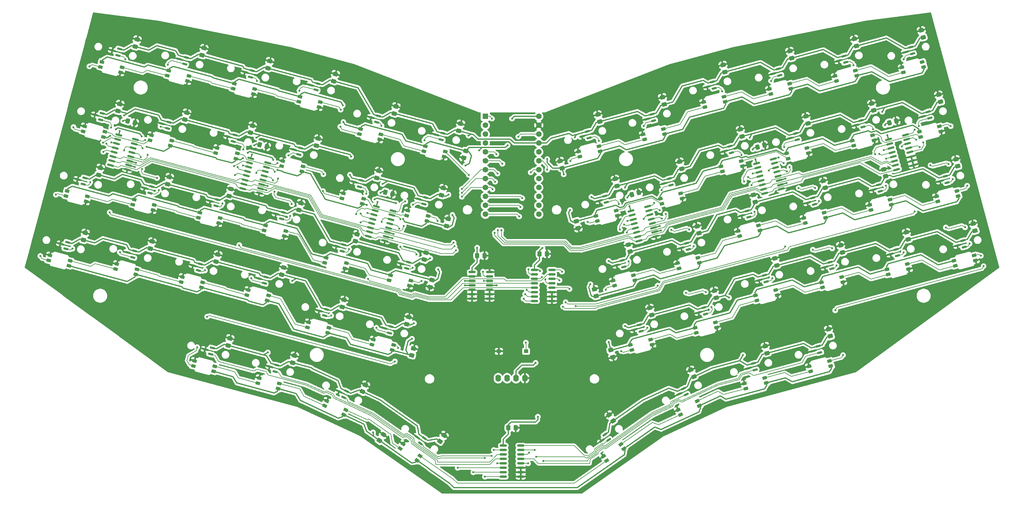
<source format=gbl>
G04 #@! TF.GenerationSoftware,KiCad,Pcbnew,9.0.7*
G04 #@! TF.CreationDate,2026-02-21T16:52:39+09:00*
G04 #@! TF.ProjectId,TrueStrike56,54727565-5374-4726-996b-6535362e6b69,rev?*
G04 #@! TF.SameCoordinates,Original*
G04 #@! TF.FileFunction,Copper,L2,Bot*
G04 #@! TF.FilePolarity,Positive*
%FSLAX46Y46*%
G04 Gerber Fmt 4.6, Leading zero omitted, Abs format (unit mm)*
G04 Created by KiCad (PCBNEW 9.0.7) date 2026-02-21 16:52:39*
%MOMM*%
%LPD*%
G01*
G04 APERTURE LIST*
G04 Aperture macros list*
%AMRoundRect*
0 Rectangle with rounded corners*
0 $1 Rounding radius*
0 $2 $3 $4 $5 $6 $7 $8 $9 X,Y pos of 4 corners*
0 Add a 4 corners polygon primitive as box body*
4,1,4,$2,$3,$4,$5,$6,$7,$8,$9,$2,$3,0*
0 Add four circle primitives for the rounded corners*
1,1,$1+$1,$2,$3*
1,1,$1+$1,$4,$5*
1,1,$1+$1,$6,$7*
1,1,$1+$1,$8,$9*
0 Add four rect primitives between the rounded corners*
20,1,$1+$1,$2,$3,$4,$5,0*
20,1,$1+$1,$4,$5,$6,$7,0*
20,1,$1+$1,$6,$7,$8,$9,0*
20,1,$1+$1,$8,$9,$2,$3,0*%
%AMRotRect*
0 Rectangle, with rotation*
0 The origin of the aperture is its center*
0 $1 length*
0 $2 width*
0 $3 Rotation angle, in degrees counterclockwise*
0 Add horizontal line*
21,1,$1,$2,0,0,$3*%
G04 Aperture macros list end*
G04 #@! TA.AperFunction,SMDPad,CuDef*
%ADD10RoundRect,0.150000X-0.528659X-0.296945X0.606304X0.007167X0.528659X0.296945X-0.606304X-0.007167X0*%
G04 #@! TD*
G04 #@! TA.AperFunction,SMDPad,CuDef*
%ADD11RoundRect,0.150000X-0.606304X0.007167X0.528659X-0.296945X0.606304X-0.007167X-0.528659X0.296945X0*%
G04 #@! TD*
G04 #@! TA.AperFunction,ComponentPad*
%ADD12O,1.600000X2.000000*%
G04 #@! TD*
G04 #@! TA.AperFunction,SMDPad,CuDef*
%ADD13RoundRect,0.150000X-0.395215X-0.459849X0.567288X0.214103X0.395215X0.459849X-0.567288X-0.214103X0*%
G04 #@! TD*
G04 #@! TA.AperFunction,SMDPad,CuDef*
%ADD14RoundRect,0.150000X-0.595849X0.112342X0.469063X-0.384234X0.595849X-0.112342X-0.469063X0.384234X0*%
G04 #@! TD*
G04 #@! TA.AperFunction,SMDPad,CuDef*
%ADD15RoundRect,0.150000X-0.567288X0.214103X0.395215X-0.459849X0.567288X-0.214103X-0.395215X0.459849X0*%
G04 #@! TD*
G04 #@! TA.AperFunction,ComponentPad*
%ADD16C,1.600000*%
G04 #@! TD*
G04 #@! TA.AperFunction,ComponentPad*
%ADD17R,1.600000X1.600000*%
G04 #@! TD*
G04 #@! TA.AperFunction,SMDPad,CuDef*
%ADD18RoundRect,0.150000X-0.469063X-0.384234X0.595849X0.112342X0.469063X0.384234X-0.595849X-0.112342X0*%
G04 #@! TD*
G04 #@! TA.AperFunction,SMDPad,CuDef*
%ADD19RoundRect,0.250000X-0.371463X0.448939X-0.546166X-0.203061X0.371463X-0.448939X0.546166X0.203061X0*%
G04 #@! TD*
G04 #@! TA.AperFunction,SMDPad,CuDef*
%ADD20RotRect,1.250000X0.900000X195.000000*%
G04 #@! TD*
G04 #@! TA.AperFunction,SMDPad,CuDef*
%ADD21RotRect,1.250000X0.900000X25.000000*%
G04 #@! TD*
G04 #@! TA.AperFunction,SMDPad,CuDef*
%ADD22RotRect,1.240000X0.900000X25.000000*%
G04 #@! TD*
G04 #@! TA.AperFunction,SMDPad,CuDef*
%ADD23RoundRect,0.250000X-0.546166X0.203061X-0.371463X-0.448939X0.546166X-0.203061X0.371463X0.448939X0*%
G04 #@! TD*
G04 #@! TA.AperFunction,SMDPad,CuDef*
%ADD24RoundRect,0.250000X-0.337500X-0.475000X0.337500X-0.475000X0.337500X0.475000X-0.337500X0.475000X0*%
G04 #@! TD*
G04 #@! TA.AperFunction,SMDPad,CuDef*
%ADD25RotRect,1.250000X0.900000X15.000000*%
G04 #@! TD*
G04 #@! TA.AperFunction,SMDPad,CuDef*
%ADD26RotRect,1.240000X0.900000X15.000000*%
G04 #@! TD*
G04 #@! TA.AperFunction,SMDPad,CuDef*
%ADD27RotRect,1.250000X0.900000X165.000000*%
G04 #@! TD*
G04 #@! TA.AperFunction,SMDPad,CuDef*
%ADD28RoundRect,0.250000X-0.448939X-0.371463X0.203061X-0.546166X0.448939X0.371463X-0.203061X0.546166X0*%
G04 #@! TD*
G04 #@! TA.AperFunction,SMDPad,CuDef*
%ADD29RotRect,1.250000X0.900000X345.000000*%
G04 #@! TD*
G04 #@! TA.AperFunction,SMDPad,CuDef*
%ADD30RotRect,1.240000X0.900000X345.000000*%
G04 #@! TD*
G04 #@! TA.AperFunction,SMDPad,CuDef*
%ADD31RoundRect,0.250000X0.546166X-0.203061X0.371463X0.448939X-0.546166X0.203061X-0.371463X-0.448939X0*%
G04 #@! TD*
G04 #@! TA.AperFunction,SMDPad,CuDef*
%ADD32RoundRect,0.250000X-0.203061X-0.546166X0.448939X-0.371463X0.203061X0.546166X-0.448939X0.371463X0*%
G04 #@! TD*
G04 #@! TA.AperFunction,SMDPad,CuDef*
%ADD33RotRect,1.250000X0.900000X325.000000*%
G04 #@! TD*
G04 #@! TA.AperFunction,SMDPad,CuDef*
%ADD34RotRect,1.240000X0.900000X325.000000*%
G04 #@! TD*
G04 #@! TA.AperFunction,SMDPad,CuDef*
%ADD35RotRect,1.250000X0.900000X35.000000*%
G04 #@! TD*
G04 #@! TA.AperFunction,SMDPad,CuDef*
%ADD36RotRect,1.240000X0.900000X35.000000*%
G04 #@! TD*
G04 #@! TA.AperFunction,SMDPad,CuDef*
%ADD37R,1.250000X1.000000*%
G04 #@! TD*
G04 #@! TA.AperFunction,SMDPad,CuDef*
%ADD38RoundRect,0.250000X0.195515X-0.548913X0.582679X0.004015X-0.195515X0.548913X-0.582679X-0.004015X0*%
G04 #@! TD*
G04 #@! TA.AperFunction,SMDPad,CuDef*
%ADD39RoundRect,0.150000X0.835712X-0.068637X-0.758066X0.358415X-0.835712X0.068637X0.758066X-0.358415X0*%
G04 #@! TD*
G04 #@! TA.AperFunction,SMDPad,CuDef*
%ADD40RoundRect,0.150000X0.758066X0.358415X-0.835712X-0.068637X-0.758066X-0.358415X0.835712X0.068637X0*%
G04 #@! TD*
G04 #@! TA.AperFunction,SMDPad,CuDef*
%ADD41RoundRect,0.150000X0.825000X0.150000X-0.825000X0.150000X-0.825000X-0.150000X0.825000X-0.150000X0*%
G04 #@! TD*
G04 #@! TA.AperFunction,SMDPad,CuDef*
%ADD42RotRect,1.250000X0.900000X335.000000*%
G04 #@! TD*
G04 #@! TA.AperFunction,SMDPad,CuDef*
%ADD43RotRect,1.240000X0.900000X335.000000*%
G04 #@! TD*
G04 #@! TA.AperFunction,SMDPad,CuDef*
%ADD44RoundRect,0.250000X-0.195515X0.548913X-0.582679X-0.004015X0.195515X-0.548913X0.582679X0.004015X0*%
G04 #@! TD*
G04 #@! TA.AperFunction,SMDPad,CuDef*
%ADD45RoundRect,0.250000X-0.287863X0.506623X-0.573130X-0.105135X0.287863X-0.506623X0.573130X0.105135X0*%
G04 #@! TD*
G04 #@! TA.AperFunction,SMDPad,CuDef*
%ADD46RoundRect,0.250000X-0.582679X0.004015X-0.195515X-0.548913X0.582679X-0.004015X0.195515X0.548913X0*%
G04 #@! TD*
G04 #@! TA.AperFunction,SMDPad,CuDef*
%ADD47RoundRect,0.250000X-0.573130X0.105135X-0.287863X-0.506623X0.573130X-0.105135X0.287863X0.506623X0*%
G04 #@! TD*
G04 #@! TA.AperFunction,ViaPad*
%ADD48C,0.600000*%
G04 #@! TD*
G04 #@! TA.AperFunction,Conductor*
%ADD49C,0.200000*%
G04 #@! TD*
G04 #@! TA.AperFunction,Conductor*
%ADD50C,0.300000*%
G04 #@! TD*
G04 APERTURE END LIST*
D10*
X320729923Y-87479602D03*
X322786911Y-87911948D03*
X322295154Y-86076687D03*
D11*
X191171921Y-90155517D03*
X192737153Y-91558432D03*
X193228910Y-89723173D03*
X99003134Y-66116373D03*
X100568366Y-67519288D03*
X101060123Y-65684029D03*
D10*
X303482649Y-133517210D03*
X305539637Y-133949556D03*
X305047880Y-132114295D03*
D11*
X172771034Y-85225026D03*
X174336266Y-86627941D03*
X174828023Y-84792682D03*
X113130910Y-86994315D03*
X114696142Y-88397230D03*
X115187899Y-86561971D03*
X89142120Y-102918152D03*
X90707352Y-104321067D03*
X91199109Y-102485808D03*
X130378192Y-133031931D03*
X131943424Y-134434846D03*
X132435181Y-132599587D03*
X167840531Y-103625911D03*
X169405763Y-105028826D03*
X169897520Y-103193567D03*
D10*
X266020319Y-104111196D03*
X268077307Y-104543542D03*
X267585550Y-102708281D03*
X270950824Y-122512073D03*
X273007812Y-122944419D03*
X272516055Y-121109158D03*
X288201261Y-113288035D03*
X290258249Y-113720381D03*
X289766492Y-111885120D03*
D11*
X181310904Y-126957306D03*
X182876136Y-128360221D03*
X183367893Y-126524962D03*
X162910015Y-122026794D03*
X164475247Y-123429709D03*
X164967004Y-121594450D03*
D10*
X344718717Y-103403434D03*
X346775705Y-103835780D03*
X346283948Y-102000519D03*
D11*
X122991914Y-50192541D03*
X124557146Y-51595456D03*
X125048903Y-49760197D03*
X186241407Y-108556406D03*
X187806639Y-109959321D03*
X188298396Y-108124062D03*
X126930001Y-109098983D03*
X128495233Y-110501898D03*
X128986990Y-108666639D03*
D10*
X252549923Y-127442587D03*
X254606911Y-127874933D03*
X254115154Y-126039672D03*
X273409749Y-58085374D03*
X275466737Y-58517720D03*
X274974980Y-56682459D03*
X310868912Y-50677820D03*
X312925900Y-51110166D03*
X312434143Y-49274905D03*
D11*
X108200407Y-105395190D03*
X109765639Y-106798105D03*
X110257396Y-104962846D03*
D10*
X329927206Y-48200776D03*
X331984194Y-48633122D03*
X331492437Y-46797861D03*
D11*
X136791007Y-72297199D03*
X138356239Y-73700114D03*
X138847996Y-71864855D03*
X94072619Y-84517262D03*
X95637851Y-85920177D03*
X96129608Y-84084918D03*
X118061411Y-68593424D03*
X119626643Y-69996339D03*
X120118400Y-68161080D03*
X131860496Y-90698084D03*
X133425728Y-92100999D03*
X133917485Y-90265740D03*
D10*
X278340249Y-76486265D03*
X280397237Y-76918611D03*
X279905480Y-75083350D03*
D12*
X213898973Y-141271273D03*
X216438973Y-141271273D03*
X218978973Y-141271273D03*
X221518973Y-141271273D03*
D11*
X177701522Y-66824143D03*
X179266754Y-68227058D03*
X179758511Y-66391799D03*
D10*
X237758416Y-72239921D03*
X239815404Y-72672267D03*
X239323647Y-70837006D03*
D11*
X150591323Y-94397256D03*
X152156555Y-95800171D03*
X152648312Y-93964912D03*
D10*
X334857716Y-66601659D03*
X336914704Y-67034005D03*
X336422947Y-65198744D03*
X325660426Y-105880480D03*
X327717414Y-106312826D03*
X327225657Y-104477565D03*
D13*
X243292601Y-159208975D03*
X245373408Y-158911714D03*
X244283613Y-157355325D03*
D10*
X315799421Y-69078709D03*
X317856409Y-69511055D03*
X317364652Y-67675794D03*
D14*
X168582894Y-145072508D03*
X169880734Y-146725910D03*
X170683709Y-145003925D03*
D11*
X160452326Y-57595475D03*
X162017558Y-58998390D03*
X162509315Y-57163131D03*
D15*
X190712372Y-158041750D03*
X191703384Y-159895400D03*
X192793179Y-158339011D03*
D10*
X285081759Y-138447717D03*
X287138747Y-138880063D03*
X286646990Y-137044802D03*
X302000344Y-91183366D03*
X304057332Y-91615712D03*
X303565575Y-89780451D03*
D11*
X141721508Y-53896313D03*
X143286740Y-55299228D03*
X143778497Y-53463969D03*
X103933628Y-47715485D03*
X105498860Y-49118400D03*
X105990617Y-47283141D03*
D10*
X297069838Y-72782481D03*
X299126826Y-73214827D03*
X298635069Y-71379566D03*
X283270759Y-94887149D03*
X285327747Y-95319495D03*
X284835990Y-93484234D03*
X306930839Y-109584259D03*
X308987827Y-110016605D03*
X308496070Y-108181344D03*
D16*
X225455972Y-66536279D03*
X225455972Y-69076274D03*
X225455971Y-71616273D03*
X225455966Y-74156275D03*
X225455971Y-76696275D03*
X225455970Y-79236275D03*
X225455965Y-81776275D03*
X225455971Y-84316276D03*
X225455970Y-86856278D03*
X225455971Y-89396277D03*
X225455969Y-91936275D03*
X225455973Y-94476275D03*
X210215970Y-94476271D03*
X210215970Y-91936276D03*
X210215971Y-89396277D03*
X210215976Y-86856275D03*
X210215971Y-84316275D03*
X210215972Y-81776275D03*
X210215977Y-79236275D03*
X210215971Y-76696274D03*
X210215972Y-74156272D03*
X210215971Y-71616273D03*
X210215973Y-69076275D03*
D17*
X210215969Y-66536275D03*
D10*
X261089812Y-85710305D03*
X263146800Y-86142651D03*
X262655043Y-84307390D03*
X242688922Y-90640806D03*
X244745910Y-91073152D03*
X244254153Y-89237891D03*
X256159310Y-67309418D03*
X258216298Y-67741764D03*
X257724541Y-65906503D03*
X292139330Y-54381602D03*
X294196318Y-54813948D03*
X293704561Y-52978687D03*
X247619420Y-109041694D03*
X249676408Y-109474040D03*
X249184651Y-107638779D03*
D11*
X145660822Y-112798135D03*
X147226054Y-114201050D03*
X147717811Y-112365791D03*
X155521827Y-75996370D03*
X157087059Y-77399285D03*
X157578816Y-75564026D03*
X196102430Y-71754635D03*
X197667662Y-73157550D03*
X198159419Y-71322291D03*
D10*
X339788209Y-85002538D03*
X341845197Y-85434884D03*
X341353440Y-83599623D03*
D11*
X148779069Y-137962434D03*
X150344301Y-139365349D03*
X150836058Y-137530090D03*
D18*
X265389725Y-145864911D03*
X267490540Y-145933495D03*
X266687564Y-144211510D03*
D19*
X148251541Y-52775729D03*
X148788591Y-50771433D03*
D20*
X247490187Y-93442623D03*
X247878416Y-94891510D03*
X242131155Y-96431485D03*
X241742926Y-94982598D03*
X257351186Y-130244396D03*
X257739415Y-131693283D03*
X251992154Y-133233258D03*
X251603925Y-131784371D03*
D21*
X265845975Y-151664473D03*
D22*
X265207516Y-150307125D03*
D21*
X270604579Y-147790433D03*
X271238505Y-149149895D03*
D19*
X199155771Y-97839216D03*
X199692821Y-95834920D03*
D23*
X242853301Y-68004448D03*
X242316251Y-66000152D03*
D19*
X189261894Y-134763658D03*
X189798944Y-132759362D03*
D24*
X227763477Y-105779280D03*
X225688477Y-105779280D03*
D25*
X272851978Y-63876044D03*
D26*
X272458921Y-62428449D03*
D25*
X278211010Y-60887182D03*
X278599239Y-62336069D03*
D20*
X301871092Y-75584303D03*
X302259321Y-77033190D03*
X296512060Y-78573165D03*
X296123831Y-77124278D03*
D19*
X157120118Y-93281277D03*
X157657168Y-91276981D03*
D27*
X96829739Y-89344332D03*
X96441510Y-90793221D03*
X90694251Y-89253248D03*
X91082480Y-87804359D03*
D23*
X297540974Y-49884009D03*
X297003924Y-47879713D03*
X315963798Y-46442349D03*
X315426748Y-44438053D03*
X312025729Y-105348785D03*
X311488679Y-103344489D03*
X290528390Y-134117995D03*
X289991340Y-132113699D03*
D19*
X179301068Y-84104442D03*
X179838118Y-82100146D03*
D23*
X339952588Y-62366179D03*
X339415538Y-60361883D03*
D28*
X147932021Y-75150951D03*
X145927725Y-74613901D03*
D19*
X114730450Y-104274620D03*
X115267500Y-102270324D03*
X124591459Y-67472839D03*
X125128509Y-65468543D03*
D20*
X339658969Y-69403470D03*
X340047198Y-70852357D03*
X334299937Y-72392332D03*
X333911708Y-70943445D03*
D29*
X114683039Y-73329415D03*
D30*
X115066438Y-71879232D03*
D29*
X120818527Y-73420499D03*
X120430298Y-74869388D03*
D19*
X133460035Y-107978394D03*
X133997085Y-105974098D03*
X197701954Y-89034945D03*
X198239004Y-87030649D03*
D31*
X246004482Y-133250053D03*
X246541532Y-135254349D03*
X236143474Y-96448279D03*
X236680524Y-98452575D03*
D23*
X278504627Y-53849899D03*
X277967577Y-51845603D03*
D29*
X142281200Y-117538737D03*
D30*
X142664599Y-116088554D03*
D29*
X148416688Y-117629821D03*
X148028459Y-119078710D03*
D20*
X330461689Y-108682296D03*
X330849918Y-110131183D03*
X325102657Y-111671158D03*
X324714428Y-110222271D03*
D23*
X283435131Y-72250789D03*
X282898081Y-70246493D03*
D19*
X173143833Y-102176619D03*
X173680883Y-100172323D03*
D31*
X241336938Y-115830548D03*
X241873988Y-117834844D03*
D32*
X289777095Y-74736568D03*
X287772799Y-75273618D03*
D27*
X180458644Y-71651208D03*
X180070415Y-73100097D03*
X174323156Y-71560124D03*
X174711385Y-70111235D03*
D25*
X302924877Y-139307885D03*
D26*
X302531820Y-137860290D03*
D25*
X308283909Y-136319023D03*
X308672138Y-137767910D03*
D23*
X257644808Y-123207121D03*
X257107758Y-121202825D03*
D29*
X177932526Y-131693291D03*
D30*
X178315925Y-130243108D03*
D29*
X184068014Y-131784375D03*
X183679785Y-133233264D03*
D25*
X265462541Y-109901873D03*
D26*
X265069484Y-108454278D03*
D25*
X270821573Y-106913011D03*
X271209802Y-108361898D03*
D23*
X302164719Y-68547014D03*
X301627669Y-66542718D03*
D25*
X247061656Y-114832366D03*
D26*
X246668599Y-113384771D03*
D25*
X252420688Y-111843504D03*
X252808917Y-113292391D03*
D33*
X185930798Y-161293247D03*
D34*
X186787067Y-160061651D03*
D33*
X191665118Y-163477299D03*
X190804753Y-164706027D03*
D29*
X159531644Y-126762775D03*
D30*
X159915043Y-125312592D03*
D29*
X165667132Y-126853859D03*
X165278903Y-128302748D03*
D35*
X244814528Y-164795306D03*
D36*
X243950068Y-163569445D03*
D35*
X248828118Y-160153796D03*
X249688483Y-161382522D03*
D29*
X169392653Y-89961010D03*
D30*
X169776052Y-88510827D03*
D29*
X175528141Y-90052094D03*
X175139912Y-91500983D03*
D37*
X214087971Y-133592279D03*
X221837971Y-133592279D03*
D27*
X134617605Y-95525165D03*
X134229376Y-96974054D03*
X128482117Y-95434081D03*
X128870346Y-93985192D03*
D19*
X155309107Y-136841846D03*
X155846157Y-134837550D03*
D27*
X163208201Y-62427171D03*
X162819972Y-63876060D03*
X157072713Y-62336087D03*
X157460942Y-60887198D03*
D25*
X255601533Y-73100095D03*
D26*
X255208476Y-71652500D03*
D25*
X260960565Y-70111233D03*
X261348794Y-71560120D03*
D23*
X287138898Y-90980374D03*
X286601848Y-88976078D03*
D25*
X301442564Y-96974049D03*
D26*
X301049507Y-95526454D03*
D25*
X306801596Y-93985187D03*
X307189825Y-95434074D03*
D20*
X293002514Y-116089843D03*
X293390743Y-117538730D03*
X287643482Y-119078705D03*
X287255253Y-117629818D03*
D29*
X123551617Y-113834967D03*
D30*
X123935016Y-112384784D03*
D29*
X129687105Y-113926051D03*
X129298876Y-115374940D03*
D23*
X349813600Y-99167960D03*
X349276550Y-97163664D03*
D38*
X181192665Y-157373455D03*
X180002493Y-159073195D03*
D19*
X119660955Y-85873732D03*
X120198005Y-83869436D03*
D29*
X145400684Y-142698425D03*
D30*
X145784083Y-141248242D03*
D29*
X151536172Y-142789509D03*
X151147943Y-144238398D03*
D39*
X105732354Y-71863865D03*
X105403654Y-73090590D03*
X105074954Y-74317316D03*
X104746254Y-75544042D03*
X104417553Y-76770768D03*
X104088853Y-77997495D03*
X103760153Y-79224219D03*
X103431453Y-80450945D03*
X108212786Y-81732099D03*
X108541486Y-80505374D03*
X108870186Y-79278648D03*
X109198886Y-78051922D03*
X109527587Y-76825196D03*
X109856287Y-75598469D03*
X110184987Y-74371745D03*
X110513687Y-73145019D03*
D28*
X183747691Y-88692135D03*
X181743395Y-88155085D03*
D20*
X265891070Y-88512125D03*
X266279299Y-89961012D03*
X260532038Y-91500987D03*
X260143809Y-90052100D03*
D27*
X115888030Y-91821381D03*
X115499801Y-93270270D03*
X109752542Y-91730297D03*
X110140771Y-90281408D03*
D29*
X104822032Y-110131186D03*
D30*
X105205431Y-108681003D03*
D29*
X110957520Y-110222270D03*
X110569291Y-111671159D03*
D23*
X251487585Y-105134921D03*
X250950535Y-103130625D03*
D19*
X194488227Y-115258724D03*
X195025277Y-113254428D03*
X204103894Y-78391208D03*
X204640944Y-76386912D03*
D27*
X170597638Y-108452970D03*
X170209409Y-109901859D03*
X164462150Y-108361886D03*
X164850379Y-106912997D03*
D23*
X247783805Y-86405341D03*
X247246755Y-84401045D03*
D40*
X251719048Y-93480393D03*
X252047748Y-94707119D03*
X252376448Y-95933843D03*
X252705148Y-97160570D03*
X253033849Y-98387296D03*
X253362549Y-99614022D03*
X253691249Y-100840747D03*
X254019948Y-102067473D03*
X258801282Y-100786319D03*
X258472582Y-99559593D03*
X258143882Y-98332869D03*
X257815182Y-97106142D03*
X257486481Y-95879416D03*
X257157781Y-94652690D03*
X256829081Y-93425965D03*
X256500382Y-92199239D03*
D23*
X320894304Y-64843239D03*
X320357254Y-62838943D03*
X307095214Y-86947899D03*
X306558164Y-84943603D03*
D24*
X218873477Y-155436281D03*
X216798477Y-155436281D03*
D23*
X271115199Y-99875720D03*
X270578149Y-97871424D03*
D19*
X129521940Y-49071953D03*
X130058990Y-47067657D03*
D20*
X349519976Y-106205232D03*
X349908205Y-107654119D03*
X344160944Y-109194094D03*
X343772715Y-107745207D03*
D25*
X339230441Y-90793214D03*
D26*
X338837384Y-89345619D03*
D25*
X344589473Y-87804352D03*
X344977702Y-89253239D03*
X320172151Y-93270277D03*
D26*
X319779094Y-91822682D03*
D25*
X325531183Y-90281415D03*
X325919412Y-91730302D03*
D19*
X105533163Y-64995788D03*
X106070213Y-62991492D03*
D29*
X152142218Y-80736961D03*
D30*
X152525617Y-79286778D03*
D29*
X158277706Y-80828045D03*
X157889477Y-82276934D03*
D20*
X311732099Y-112386068D03*
X312120328Y-113834955D03*
X306373067Y-115374930D03*
X305984838Y-113926043D03*
D41*
X206470980Y-110986274D03*
X206470980Y-112256274D03*
X206470980Y-113526274D03*
X206470980Y-114796274D03*
X206470980Y-116066274D03*
X206470980Y-117336274D03*
X206470980Y-118606274D03*
X211420980Y-118606274D03*
X211420980Y-117336274D03*
X211420980Y-116066274D03*
X211420980Y-114796274D03*
X211420980Y-113526274D03*
X211420980Y-112256274D03*
X211420980Y-110986274D03*
D19*
X162050630Y-74880396D03*
X162587680Y-72876100D03*
D25*
X237200647Y-78030590D03*
D26*
X236807590Y-76582995D03*
D25*
X242559679Y-75041728D03*
X242947908Y-76490615D03*
D23*
X324336455Y-83642922D03*
X323799405Y-81638626D03*
X293296138Y-109052566D03*
X292759088Y-107048270D03*
D27*
X125749029Y-55019603D03*
X125360800Y-56468492D03*
X119613541Y-54928519D03*
X120001770Y-53479630D03*
D20*
X275752079Y-125313893D03*
X276140308Y-126762780D03*
X270393047Y-128302755D03*
X270004818Y-126853868D03*
D24*
X209983473Y-106287274D03*
X207908473Y-106287274D03*
D41*
X215360973Y-160516268D03*
X215360973Y-161786268D03*
X215360973Y-163056268D03*
X215360973Y-164326268D03*
X215360973Y-165596268D03*
X215360973Y-166866268D03*
X215360973Y-168136268D03*
X215360973Y-169406268D03*
X220310973Y-169406268D03*
X220310973Y-168136268D03*
X220310973Y-166866268D03*
X220310973Y-165596268D03*
X220310973Y-164326268D03*
X220310973Y-163056268D03*
X220310973Y-161786268D03*
X220310973Y-160516268D03*
D19*
X152189612Y-111682166D03*
X152726662Y-109677870D03*
D23*
X330755316Y-101645006D03*
X330218266Y-99640710D03*
D19*
X143321034Y-71176608D03*
X143858084Y-69172312D03*
D29*
X126999816Y-137767921D03*
D30*
X127383215Y-136317738D03*
D29*
X133135304Y-137859005D03*
X132747075Y-139307894D03*
X85763745Y-107654132D03*
D30*
X86147144Y-106203949D03*
D29*
X91899233Y-107745216D03*
X91511004Y-109194105D03*
D42*
X164433442Y-149149901D03*
D43*
X165062836Y-147788326D03*
D42*
X170459898Y-150305017D03*
X169825972Y-151664479D03*
D44*
X197297390Y-159268035D03*
X198487562Y-157568295D03*
D27*
X188998513Y-113383484D03*
X188610284Y-114832373D03*
X182863025Y-113292400D03*
X183251254Y-111843511D03*
D39*
X143388757Y-78535392D03*
X143060057Y-79762117D03*
X142731357Y-80988843D03*
X142402657Y-82215569D03*
X142073956Y-83442295D03*
X141745256Y-84669022D03*
X141416556Y-85895746D03*
X141087856Y-87122472D03*
X145869189Y-88403626D03*
X146197889Y-87176901D03*
X146526589Y-85950175D03*
X146855289Y-84723449D03*
X147183990Y-83496723D03*
X147512690Y-82269996D03*
X147841390Y-81043272D03*
X148170090Y-79816546D03*
D25*
X284511892Y-144193198D03*
D26*
X284118835Y-142745603D03*
D25*
X289870924Y-141204336D03*
X290259153Y-142653223D03*
D40*
X287534725Y-79939212D03*
X287863425Y-81165938D03*
X288192125Y-82392662D03*
X288520825Y-83619389D03*
X288849526Y-84846115D03*
X289178226Y-86072841D03*
X289506926Y-87299566D03*
X289835625Y-88526292D03*
X294616959Y-87245138D03*
X294288259Y-86018412D03*
X293959559Y-84791688D03*
X293630859Y-83564961D03*
X293302158Y-82338235D03*
X292973458Y-81111509D03*
X292644758Y-79884784D03*
X292316059Y-78658058D03*
D23*
X261254195Y-63073941D03*
X260717145Y-61069645D03*
X344883093Y-80767069D03*
X344346043Y-78762773D03*
D45*
X175208304Y-145102878D03*
X176085236Y-143222290D03*
D25*
X310311139Y-56468496D03*
D26*
X309918082Y-55020901D03*
D25*
X315670171Y-53479634D03*
X316058400Y-54928521D03*
D19*
X110463675Y-46594904D03*
X111000725Y-44590608D03*
D27*
X106690746Y-52542551D03*
X106302517Y-53991440D03*
X100555258Y-52451467D03*
X100943487Y-51002578D03*
D25*
X282712982Y-100677817D03*
D26*
X282319925Y-99230222D03*
D25*
X288072014Y-97688955D03*
X288460243Y-99137842D03*
D39*
X179171564Y-92199246D03*
X178842864Y-93425971D03*
X178514164Y-94652697D03*
X178185464Y-95879423D03*
X177856763Y-97106149D03*
X177528063Y-98332876D03*
X177199363Y-99559600D03*
X176870663Y-100786326D03*
X181651996Y-102067480D03*
X181980696Y-100840755D03*
X182309396Y-99614029D03*
X182638096Y-98387303D03*
X182966797Y-97160577D03*
X183295497Y-95933850D03*
X183624197Y-94707126D03*
X183952897Y-93480400D03*
D19*
X137163807Y-89248810D03*
X137700857Y-87244514D03*
X166981132Y-56479506D03*
X167518182Y-54475210D03*
D25*
X291581564Y-60172274D03*
D26*
X291188507Y-58724679D03*
D25*
X296940596Y-57183412D03*
X297328825Y-58632299D03*
D31*
X231541674Y-79274117D03*
X232078724Y-81278413D03*
D40*
X325158253Y-73145022D03*
X325486953Y-74371748D03*
X325815653Y-75598472D03*
X326144353Y-76825199D03*
X326473054Y-78051925D03*
X326801754Y-79278651D03*
X327130454Y-80505376D03*
X327459153Y-81732102D03*
X332240487Y-80450948D03*
X331911787Y-79224222D03*
X331583087Y-77997498D03*
X331254387Y-76770771D03*
X330925686Y-75544045D03*
X330596986Y-74317319D03*
X330268286Y-73090594D03*
X329939587Y-71863868D03*
D19*
X202632447Y-70634048D03*
X203169497Y-68629752D03*
X187840944Y-125836707D03*
X188377994Y-123832411D03*
D20*
X283141513Y-79288069D03*
X283529742Y-80736956D03*
X277782481Y-82276931D03*
X277394252Y-80828044D03*
D46*
X246697145Y-153440496D03*
X245506973Y-151740756D03*
D19*
X184231568Y-65703550D03*
X184768618Y-63699254D03*
X136908222Y-131911341D03*
X137445272Y-129907045D03*
D28*
X110308500Y-68356759D03*
X108304204Y-67819709D03*
D23*
X266184696Y-81474832D03*
X265647646Y-79470536D03*
D19*
X192771443Y-107435826D03*
X193308493Y-105431530D03*
D29*
X133412629Y-77033187D03*
D30*
X133796028Y-75583004D03*
D29*
X139548117Y-77124271D03*
X139159888Y-78573160D03*
D19*
X99989293Y-83232323D03*
X100526343Y-81228027D03*
D27*
X153347199Y-99228938D03*
X152958970Y-100677827D03*
X147211711Y-99137854D03*
X147599940Y-97688965D03*
D29*
X187793536Y-94891513D03*
D30*
X188176935Y-93441330D03*
D29*
X193929024Y-94982597D03*
X193540795Y-96431486D03*
D23*
X276045698Y-118276615D03*
X275508648Y-116272319D03*
D32*
X253961416Y-88277744D03*
X251957120Y-88814794D03*
D19*
X95672160Y-101797571D03*
X96209210Y-99793275D03*
D41*
X224250976Y-110351276D03*
X224250976Y-111621276D03*
X224250976Y-112891276D03*
X224250976Y-114161276D03*
X224250976Y-115431276D03*
X224250976Y-116701276D03*
X224250976Y-117971276D03*
X224250976Y-119241276D03*
X229200976Y-119241276D03*
X229200976Y-117971276D03*
X229200976Y-116701276D03*
X229200976Y-115431276D03*
X229200976Y-114161276D03*
X229200976Y-112891276D03*
X229200976Y-111621276D03*
X229200976Y-110351276D03*
D27*
X144478615Y-58723392D03*
X144090386Y-60172281D03*
X138343127Y-58632308D03*
X138731356Y-57183419D03*
D23*
X308577539Y-129281739D03*
X308040489Y-127277443D03*
D20*
X320600679Y-71880520D03*
X320988908Y-73329407D03*
X315241647Y-74869382D03*
X314853418Y-73420495D03*
D32*
X327367748Y-67819709D03*
X325363452Y-68356759D03*
D23*
X335022083Y-43965297D03*
X334485033Y-41961001D03*
D29*
X95624750Y-70852353D03*
D30*
X96008149Y-69402170D03*
D29*
X101760238Y-70943437D03*
X101372009Y-72392326D03*
D25*
X329369433Y-53991440D03*
D26*
X328976376Y-52543845D03*
D25*
X334728465Y-51002578D03*
X335116694Y-52451465D03*
D27*
X198859520Y-76581701D03*
X198471291Y-78030590D03*
X192724032Y-76490617D03*
X193112261Y-75041728D03*
D19*
X169440058Y-120906207D03*
X169977108Y-118901911D03*
D47*
X269671729Y-140809066D03*
X268794797Y-138928478D03*
D48*
X215105475Y-80061781D03*
X213390973Y-77331284D03*
X155185321Y-113476016D03*
X179500255Y-90972522D03*
X194524082Y-107028565D03*
X245366010Y-107804781D03*
X225836979Y-110732278D03*
X285622418Y-72562805D03*
X287232951Y-78812941D03*
X143684582Y-77431334D03*
X324133430Y-69080785D03*
X224566974Y-136894274D03*
X251357486Y-92130992D03*
X279687718Y-118257589D03*
X205417809Y-72015528D03*
X199711948Y-88893862D03*
X106045016Y-70697026D03*
X323359808Y-65212180D03*
X226535477Y-104064773D03*
X250084037Y-126394078D03*
X225201972Y-152261269D03*
X283686983Y-134655113D03*
X250003962Y-86840026D03*
X171983863Y-78045662D03*
X324829557Y-71918298D03*
X250759975Y-89661498D03*
X144981506Y-72585381D03*
X235776766Y-72507944D03*
X106999625Y-67864595D03*
X107304264Y-66236974D03*
X180940679Y-85836310D03*
X180328191Y-88367538D03*
X189883815Y-125572965D03*
X148252191Y-133904165D03*
X240468375Y-89526563D03*
X286465006Y-75952738D03*
X171650446Y-83215524D03*
X144389850Y-74793490D03*
X183289627Y-103636431D03*
X161576519Y-145927356D03*
X102300968Y-86497517D03*
X302977238Y-85141794D03*
X124694173Y-90539275D03*
X296118958Y-85526847D03*
X183789869Y-101325520D03*
X184866408Y-158497739D03*
X204445012Y-113531300D03*
X110679370Y-79763419D03*
X147848530Y-87619188D03*
X278988090Y-120467343D03*
X261589088Y-124912343D03*
X182317293Y-159038403D03*
X259974581Y-97841300D03*
X110350407Y-80991116D03*
X184118306Y-100099765D03*
X298125371Y-80226874D03*
X204445011Y-114801301D03*
X298800090Y-110815341D03*
X179979194Y-108140088D03*
X144621342Y-94853059D03*
X213462011Y-114801302D03*
X263621091Y-93797340D03*
X262614226Y-151694343D03*
X172683887Y-110878727D03*
X201452976Y-77229674D03*
X283190173Y-90793281D03*
X260303283Y-99068027D03*
X320263089Y-80081342D03*
X295790256Y-84300118D03*
X280995866Y-143689538D03*
X318902577Y-108573278D03*
X167823374Y-99175274D03*
X161473370Y-100394480D03*
X148213088Y-86402073D03*
X142854334Y-140453366D03*
X208501465Y-76251768D03*
X178710234Y-90234913D03*
X176437141Y-91848575D03*
X234369974Y-93264302D03*
X104927094Y-70201818D03*
X200862629Y-94658609D03*
X216565973Y-74791278D03*
X142505712Y-76918239D03*
X204564913Y-80596167D03*
X196765910Y-110193128D03*
X149788301Y-78935338D03*
X103345959Y-72119184D03*
X240179149Y-114453794D03*
X169612665Y-63341934D03*
X112254581Y-72296693D03*
X169778741Y-68119709D03*
X227868973Y-78728277D03*
X184807611Y-91342771D03*
X113716363Y-75182924D03*
X178236019Y-156724790D03*
X232566204Y-83097736D03*
X186810721Y-95823912D03*
X150984185Y-81832577D03*
X207908476Y-104001278D03*
X141197928Y-78474280D03*
X217835973Y-67171275D03*
X245385515Y-130940039D03*
X189301016Y-130021176D03*
X209834970Y-113526274D03*
X205547535Y-83269711D03*
X169005753Y-64625589D03*
X168893613Y-69460308D03*
X92861148Y-69598350D03*
X97373141Y-52268643D03*
X192057955Y-113533431D03*
X196659754Y-96359268D03*
X164075251Y-83026474D03*
X163963117Y-87861197D03*
X87823218Y-88890828D03*
X83401020Y-106376072D03*
X184463253Y-136479655D03*
X128093617Y-132422363D03*
X185359546Y-132643933D03*
X130951582Y-123719014D03*
X107634238Y-50284816D03*
X102259589Y-74268780D03*
X103617576Y-73926819D03*
X103610561Y-69717575D03*
X101278204Y-74005825D03*
X97632578Y-85291235D03*
X92537723Y-104305476D03*
X101356849Y-76656495D03*
X119760838Y-51776451D03*
X113350240Y-73247669D03*
X114015387Y-77501785D03*
X117671405Y-69472430D03*
X116661404Y-84129961D03*
X117189051Y-87558346D03*
X112406481Y-81543575D03*
X112536888Y-75659340D03*
X112035444Y-78154577D03*
X106075741Y-105303376D03*
X145176766Y-56399910D03*
X139637778Y-80997233D03*
X141196499Y-80577572D03*
X141255006Y-75943011D03*
X135285245Y-91352788D03*
X138656396Y-80734275D03*
X138839903Y-83233122D03*
X130325588Y-110486299D03*
X157220010Y-59184005D03*
X151006626Y-79919187D03*
X151115360Y-84287163D03*
X154092191Y-77658764D03*
X155089929Y-91600033D03*
X150193282Y-82330858D03*
X150161896Y-87978669D03*
X154648223Y-94965897D03*
X149691829Y-84826092D03*
X143534909Y-112710933D03*
X174729514Y-94296002D03*
X180638082Y-69212429D03*
X176611288Y-94142817D03*
X176286931Y-88616795D03*
X173404596Y-94466906D03*
X171400470Y-104399881D03*
X174657332Y-96816306D03*
X166305609Y-123414120D03*
X192871333Y-73338563D03*
X187411122Y-90826771D03*
X186931040Y-97828348D03*
X189592442Y-91731237D03*
X190629143Y-105931752D03*
X186030101Y-103713341D03*
X189532403Y-109779498D03*
X186008947Y-95872035D03*
X179186236Y-126865482D03*
X185658675Y-98562937D03*
X242633540Y-73563240D03*
X249776345Y-97377899D03*
X248234327Y-91521559D03*
X250732299Y-96374392D03*
X248615099Y-98830854D03*
X251035369Y-107863437D03*
X250556404Y-99708528D03*
X256380049Y-126893789D03*
X255407276Y-69291295D03*
X258310584Y-91221087D03*
X260459914Y-87588329D03*
X261621534Y-94376996D03*
X268319325Y-98832941D03*
X269601256Y-103617169D03*
X259955467Y-93311400D03*
X263284165Y-98933043D03*
X273040579Y-116698232D03*
X267436956Y-116884919D03*
X260518825Y-95724306D03*
X274714589Y-120982966D03*
X285104201Y-83877472D03*
X277732912Y-59376669D03*
X283276788Y-77613205D03*
X286411925Y-82869670D03*
X283986404Y-85168476D03*
X286936524Y-93724993D03*
X292031369Y-112739239D03*
X286090798Y-86119964D03*
X291665512Y-56420411D03*
X293789454Y-78263258D03*
X295434498Y-75324349D03*
X296946513Y-80967292D03*
X304194292Y-86985109D03*
X299527149Y-86986608D03*
X305335936Y-90755086D03*
X295280449Y-79901694D03*
X303581330Y-104570462D03*
X296167677Y-82264059D03*
X310311340Y-109078203D03*
X309074310Y-104216204D03*
X315192087Y-51969118D03*
X322515256Y-77271689D03*
X323790106Y-76141217D03*
X320735959Y-70205644D03*
X324395688Y-86317437D03*
X321329189Y-77326537D03*
X324447511Y-78594673D03*
X329490542Y-105331690D03*
X332598235Y-70314166D03*
X329453392Y-50239581D03*
X333778800Y-69257394D03*
X335027861Y-73918952D03*
X332981736Y-73152399D03*
X342263605Y-80137210D03*
X343414055Y-84430749D03*
X337093746Y-80470631D03*
X348221886Y-102864505D03*
X346972824Y-98202947D03*
X341459008Y-98234092D03*
X334029780Y-75288469D03*
X210088979Y-164072279D03*
X212628970Y-161786277D03*
X213644976Y-165596275D03*
X211993979Y-163437281D03*
X222407972Y-165596274D03*
X224693969Y-163725281D03*
X226725969Y-164894075D03*
X224312977Y-161786275D03*
X219624527Y-72343622D03*
X221783526Y-131144621D03*
X213009977Y-85205273D03*
X206786975Y-168136275D03*
X213771976Y-99048281D03*
X203548478Y-88316783D03*
X201452976Y-103620273D03*
X203534477Y-89473778D03*
X212882970Y-99810274D03*
X212247972Y-87364270D03*
X210088972Y-169406278D03*
X201833975Y-104763277D03*
X103172553Y-93924016D03*
X107259597Y-76217488D03*
X201198977Y-102604280D03*
X203548486Y-87237275D03*
X213708477Y-82855773D03*
X202341975Y-166866277D03*
X214787976Y-99048272D03*
X140105809Y-103294343D03*
X144981732Y-82643665D03*
X176850649Y-112877136D03*
X180665923Y-96675548D03*
X232059979Y-110859272D03*
X259347220Y-114839887D03*
X233139474Y-119558775D03*
X255422162Y-95775155D03*
X235996972Y-120710089D03*
X234218974Y-115812275D03*
X291049426Y-82021491D03*
X295664751Y-103662351D03*
X328918291Y-75161559D03*
X231361475Y-113335773D03*
X332556339Y-93645802D03*
X232377477Y-120828778D03*
X222725474Y-162484773D03*
X226344972Y-112383275D03*
X221137980Y-118606279D03*
X219867981Y-95111273D03*
X222534974Y-110224273D03*
X223169971Y-82538283D03*
X227384212Y-113041515D03*
X227867972Y-81776271D03*
X221582473Y-117272776D03*
X220248973Y-92444278D03*
X222026967Y-116066274D03*
X220756975Y-89904280D03*
X209580970Y-110859279D03*
X212120977Y-67171274D03*
X312186207Y-134664804D03*
X351448270Y-106319786D03*
X352237149Y-109263929D03*
X309951638Y-121909090D03*
X248971797Y-133529056D03*
X244549609Y-116043814D03*
X347559349Y-86338757D03*
X342867747Y-69320146D03*
X239356139Y-96661539D03*
X234443255Y-79307781D03*
D49*
X215105475Y-80061781D02*
X214279971Y-79236276D01*
X214279971Y-79236276D02*
X210215980Y-79236279D01*
X212755979Y-76696280D02*
X210215971Y-76696276D01*
X213390973Y-77331284D02*
X212755979Y-76696280D01*
D50*
X144981506Y-72585381D02*
X146121743Y-71927053D01*
X217319972Y-73005274D02*
X208131568Y-73005276D01*
X127096944Y-107588210D02*
X127487628Y-108264873D01*
X303130942Y-132627945D02*
X305047879Y-132114294D01*
X234032928Y-71397446D02*
X229003361Y-72745115D01*
X185291256Y-85709507D02*
X189827474Y-86924972D01*
X114356517Y-47637985D02*
X116617745Y-46332466D01*
X118646891Y-85602008D02*
X130630361Y-88812967D01*
X136957959Y-70786436D02*
X137348619Y-71463101D01*
X314961655Y-46710868D02*
X315963799Y-46442346D01*
X132445974Y-107706673D02*
X145742511Y-111269475D01*
X250759975Y-89661498D02*
X251119181Y-89039333D01*
X267849904Y-143669501D02*
X268731428Y-141247537D01*
X117094287Y-66182170D02*
X117892456Y-67564640D01*
X121345290Y-68489827D02*
X123577388Y-67201130D01*
X191769286Y-107167299D02*
X192771440Y-107435827D01*
X131021036Y-89489643D02*
X133917485Y-90265745D01*
X178287016Y-83832718D02*
X182367874Y-84926182D01*
X299873859Y-71047640D02*
X301162565Y-68815535D01*
X121967646Y-47765966D02*
X122765813Y-49148441D01*
X104519111Y-64724072D02*
X102287010Y-66012776D01*
X225455972Y-74156279D02*
X218470978Y-74156275D01*
X107217511Y-47611886D02*
X109449611Y-46323179D01*
X182340571Y-85028084D02*
X182367874Y-84926182D01*
X165967065Y-56207789D02*
X173963686Y-58350479D01*
X134531014Y-90430138D02*
X136763113Y-89141440D01*
X155699871Y-113174956D02*
X156353152Y-112797784D01*
X329163054Y-62627629D02*
X334506002Y-65712387D01*
X170899828Y-103462131D02*
X173131926Y-102173436D01*
X286689517Y-75563886D02*
X287772796Y-75273615D01*
X110257392Y-104962851D02*
X108758034Y-104561096D01*
X143778493Y-53463976D02*
X145005388Y-53792729D01*
X329788957Y-101903944D02*
X330755315Y-101645011D01*
X324577658Y-44134274D02*
X329920607Y-47219029D01*
X185510342Y-105490216D02*
X186799031Y-107722309D01*
X108758034Y-104561096D02*
X107959873Y-103178629D01*
X276644497Y-74788520D02*
X278026966Y-75586687D01*
X143684582Y-77431334D02*
X143388753Y-78535392D01*
X276213773Y-56350521D02*
X277502484Y-54118423D01*
X135788496Y-131611314D02*
X147058179Y-134631020D01*
X189883815Y-125572965D02*
X188924228Y-126126974D01*
X293704570Y-52978681D02*
X294943359Y-52646747D01*
X334943182Y-81519041D02*
X339436503Y-84113279D01*
X273671398Y-57031753D02*
X274974979Y-56682459D01*
X130213878Y-108995370D02*
X132445974Y-107706673D01*
X257724546Y-65906498D02*
X258963348Y-65574569D01*
X342592248Y-83267698D02*
X343880946Y-81035599D01*
X199398201Y-71654230D02*
X201630303Y-70365529D01*
X183217503Y-65431828D02*
X195200979Y-68642799D01*
X275043555Y-118545123D02*
X276045703Y-118276605D01*
X250382763Y-107317749D02*
X251671463Y-105085650D01*
X208131568Y-73005276D02*
X206905225Y-71778931D01*
X308496068Y-108181344D02*
X309734874Y-107849404D01*
X130630361Y-88812967D02*
X131021036Y-89489643D01*
X296354950Y-50201806D02*
X297540979Y-49884011D01*
X337661743Y-64866806D02*
X338950442Y-62634709D01*
X176054916Y-85121424D02*
X178287016Y-83832718D01*
X311023573Y-105617306D02*
X312025727Y-105348790D01*
X196699807Y-88766419D02*
X197701952Y-89034941D01*
X111484290Y-105291596D02*
X113716394Y-104002905D01*
X274974979Y-56682459D02*
X276213773Y-56350521D01*
X291005287Y-111553183D02*
X292293982Y-109321093D01*
X116617745Y-46332466D02*
X121967646Y-47765966D01*
X189827474Y-86924972D02*
X191116175Y-89157086D01*
X271115204Y-99875722D02*
X273547878Y-99223885D01*
X198159410Y-71322285D02*
X199398201Y-71654230D01*
X260776528Y-84810738D02*
X258544433Y-83522027D01*
X336422947Y-65198749D02*
X337661743Y-64866806D01*
X215360975Y-158673277D02*
X216798469Y-157235783D01*
X287322783Y-90931102D02*
X297861108Y-88107374D01*
X141104727Y-52175556D02*
X141495402Y-52852217D01*
X262476656Y-144115520D02*
X255106151Y-147552440D01*
X286646999Y-137044802D02*
X287885794Y-136712866D01*
X145005388Y-53792729D02*
X147237485Y-52504014D01*
X218470978Y-74156275D02*
X217319972Y-73005274D01*
X101212865Y-101370776D02*
X98951643Y-102676295D01*
X306579133Y-108694985D02*
X308496068Y-108181344D01*
X324402831Y-68614154D02*
X325363454Y-68356760D01*
X193486715Y-107627480D02*
X192771440Y-107435827D01*
X123577388Y-67201130D02*
X136957959Y-70786436D01*
X271269941Y-76228626D02*
X276644497Y-74788520D01*
X193805232Y-159047666D02*
X192793184Y-158339015D01*
X246781655Y-86673855D02*
X245492958Y-88905956D01*
X99588598Y-83124958D02*
X104495505Y-84439762D01*
X225201972Y-152261269D02*
X225201978Y-153150275D01*
X326377811Y-83814133D02*
X334943182Y-81519041D01*
X191312556Y-157302266D02*
X190890906Y-154910955D01*
X168257661Y-141978152D02*
X169088155Y-144259914D01*
X149113501Y-137068533D02*
X147824793Y-134836435D01*
X279905481Y-75083349D02*
X281144283Y-74751415D01*
X296756551Y-71882911D02*
X298635066Y-71379577D01*
X180985411Y-66720541D02*
X183217503Y-65431828D01*
X300898846Y-131339244D02*
X303130942Y-132627945D01*
X216798469Y-157235783D02*
X216798471Y-155436278D01*
X328500256Y-104136041D02*
X329788957Y-101903944D01*
X329920607Y-47219029D02*
X331492437Y-46797855D01*
X138847991Y-71864853D02*
X140074890Y-72193608D01*
X149113501Y-137068533D02*
X150836067Y-137530084D01*
X294943359Y-52646747D02*
X296354950Y-50201806D01*
X171846043Y-145545938D02*
X170683702Y-145003932D01*
X108211185Y-65713365D02*
X104519111Y-64724072D01*
X112961966Y-85965531D02*
X115187905Y-86561970D01*
X330755315Y-101645011D02*
X339062479Y-99419107D01*
X324336468Y-83642926D02*
X325528194Y-83323594D01*
X104495505Y-84439762D02*
X106756739Y-83134242D01*
X164967016Y-121594447D02*
X166193914Y-121923197D01*
X216798474Y-154568787D02*
X216798471Y-155436278D01*
X157578814Y-75564017D02*
X158810314Y-75894003D01*
X263436513Y-101933223D02*
X265668610Y-103221927D01*
X236332666Y-71638448D02*
X236268919Y-71655527D01*
X324133430Y-69080785D02*
X324402831Y-68614154D01*
X249184664Y-107638779D02*
X250382763Y-107317749D01*
X265182551Y-81743354D02*
X266184693Y-81474835D01*
X236332666Y-71638448D02*
X235047016Y-71982926D01*
X307575382Y-129550267D02*
X308577528Y-129281747D01*
X225688473Y-107578776D02*
X224250976Y-109016276D01*
X141495402Y-52852217D02*
X143778493Y-53463976D01*
X297861108Y-88107374D02*
X301648627Y-90294101D01*
X312434148Y-49274900D02*
X313672956Y-48942974D01*
X146129803Y-111940290D02*
X147717811Y-112365795D01*
X255807604Y-66420140D02*
X257724546Y-65906498D01*
X268367006Y-120334101D02*
X270599108Y-121622805D01*
X311391927Y-66074590D02*
X315179459Y-68261316D01*
X281536564Y-93199700D02*
X282919048Y-93997877D01*
X316590693Y-84403589D02*
X320378218Y-86590324D01*
X120118399Y-68161079D02*
X121345290Y-68489827D01*
X281144283Y-74751415D02*
X282432985Y-72519316D01*
X199711948Y-88893862D02*
X198907902Y-89358072D01*
X286505497Y-111590291D02*
X287887976Y-112388469D01*
X251357486Y-92130992D02*
X251719057Y-93480393D01*
X107959873Y-103178629D02*
X101212865Y-101370776D01*
X302791610Y-106508259D02*
X306579133Y-108694985D01*
X191116175Y-89157086D02*
X193228897Y-89723178D01*
X298635066Y-71379577D02*
X299873859Y-71047640D01*
X235047016Y-71982926D02*
X234032928Y-71397446D01*
X315963799Y-46442346D02*
X324577658Y-44134274D01*
X102287010Y-66012776D02*
X101060118Y-65684037D01*
X240468375Y-89526563D02*
X241326911Y-90022242D01*
X282919048Y-93997877D02*
X284835984Y-93484235D01*
X253575497Y-65131440D02*
X255807604Y-66420140D01*
X287887976Y-112388469D02*
X289766478Y-111885119D01*
X186838794Y-125568188D02*
X187840944Y-125836718D01*
X220629971Y-137529280D02*
X218978971Y-139180277D01*
X309734874Y-107849404D02*
X311023573Y-105617306D01*
X317364658Y-67675796D02*
X318603456Y-67343858D01*
X110257392Y-104962851D02*
X111484290Y-105291596D01*
X113716394Y-104002905D02*
X127096944Y-107588210D01*
X288651891Y-51130953D02*
X292439417Y-53317674D01*
X137348619Y-71463101D02*
X138847991Y-71864853D01*
X302164712Y-68547014D02*
X311391927Y-66074590D01*
X255106151Y-147552440D02*
X246697141Y-153440489D01*
X273547878Y-99223885D02*
X276200437Y-94629510D01*
X180579835Y-123891108D02*
X181868529Y-126123210D01*
X245295678Y-156646667D02*
X245743246Y-154108425D01*
X182367874Y-84926182D02*
X185291256Y-85709507D01*
X162509310Y-57163141D02*
X163740813Y-57493112D01*
X282432985Y-72519316D02*
X283435138Y-72250794D01*
X339436503Y-84113279D02*
X341353449Y-83599632D01*
X250707187Y-85622021D02*
X246781655Y-86673855D01*
X195200979Y-68642799D02*
X196489678Y-70874891D01*
X225455972Y-74156279D02*
X227592185Y-74156267D01*
X305047879Y-132114294D02*
X306286679Y-131782366D01*
X306276944Y-87167156D02*
X307095219Y-86947903D01*
X148077522Y-92740173D02*
X152648306Y-93964911D01*
X169088155Y-144259914D02*
X170683702Y-145003932D01*
X245492958Y-88905956D02*
X244254153Y-89237887D01*
X225688471Y-105779276D02*
X225688473Y-107578776D01*
X264926094Y-145007038D02*
X262476656Y-144115520D01*
X251671463Y-105085650D02*
X263436513Y-101933223D01*
X323047758Y-85875024D02*
X324336468Y-83642926D01*
X273754842Y-120777233D02*
X275043555Y-118545123D01*
X92426009Y-102814555D02*
X91199102Y-102485807D01*
X160618037Y-56089326D02*
X161005338Y-56760147D01*
X245743246Y-154108425D02*
X246697141Y-153440489D01*
X224566974Y-136894274D02*
X223931972Y-137529282D01*
X225455972Y-74156279D02*
X225455972Y-74156279D01*
X159035848Y-113516609D02*
X163467644Y-121192704D01*
X292293982Y-109321093D02*
X293296137Y-109052567D01*
X202632453Y-70634047D02*
X206189949Y-71587281D01*
X160750800Y-138299938D02*
X160891188Y-138543100D01*
X133556411Y-132900012D02*
X135788496Y-131611314D01*
X218978971Y-139180277D02*
X218978972Y-141271276D01*
X174268010Y-144664412D02*
X171846043Y-145545938D01*
X278570327Y-117600143D02*
X278574229Y-117614710D01*
X105990619Y-47283145D02*
X107217511Y-47611886D01*
X346283939Y-102000515D02*
X347614682Y-101643946D01*
X98951643Y-102676295D02*
X94658099Y-101525844D01*
X225688470Y-104890281D02*
X225688471Y-105779276D01*
X179500255Y-90972522D02*
X179171555Y-92199249D01*
X321521191Y-102804474D02*
X325308719Y-104991210D01*
X148949325Y-112695772D02*
X151175561Y-111410457D01*
X272288922Y-56233580D02*
X273671398Y-57031753D01*
X201630303Y-70365529D02*
X202632453Y-70634047D01*
X122765813Y-49148441D02*
X125048911Y-49760195D01*
X277502484Y-54118423D02*
X288651891Y-51130953D01*
X297540979Y-49884011D02*
X306555271Y-47468639D01*
X289766478Y-111885119D02*
X291005287Y-111553183D01*
X304988249Y-89399251D02*
X306276944Y-87167156D01*
X258544433Y-83522027D02*
X250707187Y-85622021D01*
X175208297Y-145102875D02*
X180740655Y-147682657D01*
X147690219Y-92069343D02*
X148077522Y-92740173D01*
X293296137Y-109052567D02*
X302791610Y-106508259D01*
X107304264Y-66236974D02*
X110472416Y-64407840D01*
X318603456Y-67343858D02*
X319892155Y-65111762D01*
X323359808Y-65212180D02*
X324063030Y-63994186D01*
X276200437Y-94629510D02*
X281536564Y-93199700D01*
X289174498Y-134480768D02*
X290528384Y-134117998D01*
X189537195Y-108456000D02*
X191769286Y-107167299D01*
X163740813Y-57493112D02*
X165967065Y-56207789D01*
X266656413Y-144200172D02*
X264926094Y-145007038D01*
X160891188Y-138543100D02*
X168257661Y-141978152D01*
X168896864Y-76714833D02*
X171639860Y-77449815D01*
X310555627Y-49778253D02*
X312434148Y-49274900D01*
X181868529Y-126123210D02*
X183367897Y-126524947D01*
X278570327Y-117600143D02*
X281222877Y-113005765D01*
X194467702Y-90055121D02*
X196699807Y-88766419D01*
X325528194Y-83323594D02*
X326377811Y-83814133D01*
X286638579Y-137039941D02*
X284878023Y-137511686D01*
X262655042Y-84307390D02*
X260776528Y-84810738D01*
X161005338Y-56760147D02*
X162509310Y-57163141D01*
X110472416Y-64407840D02*
X117094287Y-66182170D01*
X194524082Y-107028565D02*
X193486715Y-107627480D01*
X155698609Y-113179675D02*
X155699871Y-113174956D01*
X147070059Y-134586663D02*
X147058179Y-134631020D01*
X147058179Y-134631020D02*
X147824793Y-134836435D01*
X306555271Y-47468639D02*
X310555627Y-49778253D01*
X334019938Y-44233827D02*
X335022091Y-43965295D01*
X206905225Y-71778931D02*
X206189949Y-71587281D01*
X284878023Y-137511686D02*
X282991615Y-136422557D01*
X241326911Y-90022242D02*
X244254153Y-89237887D01*
X192793184Y-158339015D02*
X191312556Y-157302266D01*
X226535477Y-104064773D02*
X226513977Y-104064775D01*
X325308719Y-104991210D02*
X327225660Y-104477572D01*
X331492437Y-46797855D02*
X332731234Y-46465925D01*
X158810314Y-75894003D02*
X161036561Y-74608685D01*
X171639860Y-77449815D02*
X171983863Y-78045662D01*
X161036561Y-74608685D02*
X168896864Y-76714833D01*
X186799031Y-107722309D02*
X188298396Y-108124064D01*
X183367897Y-126524947D02*
X184606701Y-126856882D01*
X153879821Y-94294888D02*
X156106069Y-93009565D01*
X116414800Y-86890714D02*
X118646891Y-85602008D01*
X107304264Y-66236974D02*
X107325044Y-66242540D01*
X270184641Y-100125056D02*
X271115204Y-99875722D01*
X155837930Y-112659731D02*
X159035848Y-113516609D01*
X272516051Y-121109164D02*
X273754842Y-120777233D01*
X251119181Y-89039333D02*
X251957123Y-88814794D01*
X112163782Y-84583060D02*
X112961966Y-85965531D01*
X260252042Y-63342471D02*
X263686869Y-62422111D01*
X125048911Y-49760195D02*
X126275800Y-50088946D01*
X327225660Y-104477572D02*
X328500256Y-104136041D01*
X268731428Y-141247537D02*
X269671731Y-140809075D01*
X244283612Y-157355325D02*
X245295678Y-156646667D01*
X175208307Y-145102873D02*
X174268010Y-144664412D01*
X168426010Y-120634493D02*
X180579835Y-123891108D01*
X343880946Y-81035599D02*
X344883096Y-80767067D01*
X147237485Y-52504014D02*
X160618037Y-56089326D01*
X215360972Y-160516273D02*
X215360975Y-158673277D01*
X165944694Y-102134406D02*
X169897510Y-103193560D01*
X146121743Y-71927053D02*
X155687546Y-74490207D01*
X268617379Y-80822993D02*
X271269941Y-76228626D01*
X254115155Y-126039671D02*
X255353963Y-125707718D01*
X320378218Y-86590324D02*
X322295158Y-86076683D01*
X286465006Y-75952738D02*
X286689517Y-75563886D01*
X312025727Y-105348790D02*
X321521191Y-102804474D01*
X184606701Y-126856882D02*
X186838794Y-125568188D01*
X205417809Y-72015528D02*
X206169191Y-71581723D01*
X151844995Y-137800440D02*
X154077102Y-136511725D01*
X217581973Y-153785275D02*
X216798474Y-154568787D01*
X127487628Y-108264873D02*
X128986981Y-108666633D01*
X173131926Y-102173436D02*
X185510342Y-105490216D01*
X173963686Y-58350479D02*
X178395473Y-66026560D01*
X319892155Y-65111762D02*
X320894306Y-64843235D01*
X324829557Y-71918298D02*
X325158253Y-73145020D01*
X348903387Y-99411849D02*
X349813597Y-99167965D01*
X266687566Y-144211513D02*
X267849904Y-143669501D01*
X263893839Y-83975457D02*
X265182551Y-81743354D01*
X283686983Y-134655113D02*
X282747818Y-136281800D01*
X324063030Y-63994186D02*
X329163054Y-62627629D01*
X97356504Y-84413665D02*
X99588598Y-83124958D01*
X245366010Y-107804781D02*
X246380091Y-108390259D01*
X128507896Y-48800229D02*
X141104727Y-52175556D01*
X144389850Y-74793490D02*
X145089780Y-74389377D01*
X286235825Y-71500334D02*
X292969032Y-69696182D01*
X287885794Y-136712866D02*
X289174498Y-134480768D01*
X108304199Y-67819703D02*
X107466261Y-67595183D01*
X284835984Y-93484235D02*
X286034089Y-93163197D01*
X239323654Y-70837008D02*
X236332666Y-71638448D01*
X283435138Y-72250794D02*
X286235825Y-71500334D01*
X286034089Y-93163197D02*
X287322783Y-90931102D01*
X250003962Y-86840026D02*
X250707187Y-85622021D01*
X341353449Y-83599632D02*
X342592248Y-83267698D01*
X109449611Y-46323179D02*
X114356517Y-47637985D01*
X239323654Y-70837008D02*
X240562451Y-70505066D01*
X282991615Y-136422557D02*
X282747818Y-136281800D01*
X266687560Y-144211513D02*
X266656413Y-144200172D01*
X224250976Y-109016276D02*
X224250972Y-110351273D01*
X301162565Y-68815535D02*
X302164712Y-68547014D01*
X270599108Y-121622805D02*
X272516051Y-121109164D01*
X148252191Y-133904165D02*
X147070059Y-134586663D01*
X301648627Y-90294101D02*
X303565569Y-89780452D01*
X276045703Y-118276605D02*
X278570327Y-117600143D01*
X156074842Y-75161038D02*
X157578814Y-75564017D01*
X180328191Y-88367538D02*
X181028128Y-87963429D01*
X126275800Y-50088946D02*
X128507896Y-48800229D01*
X155309115Y-136841841D02*
X160750800Y-138299938D01*
X250084037Y-126394078D02*
X250942581Y-126889763D01*
X178395473Y-66026560D02*
X179758521Y-66391787D01*
X169897510Y-103193560D02*
X170899828Y-103462131D01*
X322295158Y-86076683D02*
X323047758Y-85875024D01*
X196343485Y-158600109D02*
X193805232Y-159047666D01*
X246380091Y-108390259D02*
X249184664Y-107638779D01*
X315179459Y-68261316D02*
X317364658Y-67675796D01*
X179758521Y-66391787D02*
X180985411Y-66720541D01*
X132435184Y-132599582D02*
X133556411Y-132900012D01*
X225836979Y-110732278D02*
X225455974Y-110351278D01*
X198907902Y-89358072D02*
X197701952Y-89034941D01*
X285622418Y-72562805D02*
X286235825Y-71500334D01*
X117892456Y-67564640D02*
X120118399Y-68161079D01*
X145089780Y-74389377D02*
X145927721Y-74613894D01*
X278574229Y-117614710D02*
X279687718Y-118257589D01*
X263686869Y-62422111D02*
X266339438Y-57827745D01*
X154077102Y-136511725D02*
X155309115Y-136841841D01*
X145742511Y-111269475D02*
X146129803Y-111940290D01*
X206169191Y-71581723D02*
X206189949Y-71587281D01*
X96129617Y-84084922D02*
X97356504Y-84413665D01*
X265668610Y-103221927D02*
X267585546Y-102708283D01*
X347614682Y-101643946D02*
X348903387Y-99411849D01*
X161512901Y-94458330D02*
X165944694Y-102134406D01*
X152648306Y-93964911D02*
X153879821Y-94294888D01*
X227592185Y-74156267D02*
X229003361Y-72745115D01*
X240562451Y-70505066D02*
X241851158Y-68272971D01*
X150836067Y-137530084D02*
X151844995Y-137800440D01*
X151175561Y-111410457D02*
X155837930Y-112659731D01*
X306286679Y-131782366D02*
X307575382Y-129550267D01*
X338950442Y-62634709D02*
X339952598Y-62366182D01*
X171650446Y-83215524D02*
X172146131Y-84074072D01*
X140074890Y-72193608D02*
X142306981Y-70904899D01*
X267585546Y-102708283D02*
X268895935Y-102357158D01*
X287232951Y-78812941D02*
X287534729Y-79939211D01*
X147717811Y-112365795D02*
X148949325Y-112695772D01*
X334506002Y-65712387D02*
X336422947Y-65198749D01*
X107466261Y-67595183D02*
X106999625Y-67864595D01*
X196489678Y-70874891D02*
X198159410Y-71322285D01*
X106756739Y-83134242D02*
X112163782Y-84583060D01*
X226513977Y-104064775D02*
X225688470Y-104890281D01*
X181028128Y-87963429D02*
X181743391Y-88155084D01*
X286646995Y-137044799D02*
X286638579Y-137039941D01*
X128986981Y-108666633D02*
X130213878Y-108995370D01*
X236268919Y-71655527D02*
X235776766Y-72507944D01*
X115187905Y-86561970D02*
X116414800Y-86890714D01*
X274831788Y-138402899D02*
X269671731Y-140809075D01*
X133917485Y-90265745D02*
X134531014Y-90430138D01*
X292439417Y-53317674D02*
X293704570Y-52978681D01*
X188298396Y-108124064D02*
X189537195Y-108456000D01*
X258963348Y-65574569D02*
X260252042Y-63342471D01*
X190890906Y-154910955D02*
X180799772Y-147845060D01*
X320894306Y-64843235D02*
X324063030Y-63994186D01*
X163467644Y-121192704D02*
X164967016Y-121594447D01*
X197297391Y-159268031D02*
X196343485Y-158600109D01*
X225201978Y-153150275D02*
X224566971Y-153785281D01*
X193228897Y-89723178D02*
X194467702Y-90055121D01*
X332731234Y-46465925D02*
X334019938Y-44233827D01*
X282747818Y-136281800D02*
X274831788Y-138402899D01*
X142306981Y-70904899D02*
X146121743Y-71927053D01*
X278026966Y-75586687D02*
X279905481Y-75083349D01*
X180940679Y-85836310D02*
X182340571Y-85028084D01*
X292969032Y-69696182D02*
X296756551Y-71882911D01*
X225455974Y-110351278D02*
X224250972Y-110351273D01*
X256642656Y-123475634D02*
X257644808Y-123207103D01*
X188924228Y-126126974D02*
X187840944Y-125836718D01*
X268895935Y-102357158D02*
X270184641Y-100125056D01*
X155185321Y-113476016D02*
X155698609Y-113179675D01*
X266184693Y-81474835D02*
X268617379Y-80822993D01*
X174828014Y-84792680D02*
X176054916Y-85121424D01*
X344405430Y-102503868D02*
X346283939Y-102000515D01*
X155687546Y-74490207D02*
X156074842Y-75161038D01*
X136763113Y-89141440D02*
X147690219Y-92069343D01*
X281222877Y-113005765D02*
X286505497Y-111590291D01*
X156106069Y-93009565D02*
X161512901Y-94458330D01*
X106045016Y-70697026D02*
X105732354Y-71863869D01*
X172146131Y-84074072D02*
X174828014Y-84792680D01*
X166193914Y-121923197D02*
X168426010Y-120634493D01*
X180740655Y-147682657D02*
X180799772Y-147845060D01*
X339062479Y-99419107D02*
X344405430Y-102503868D01*
X223931972Y-137529282D02*
X220629971Y-137529280D01*
X313672956Y-48942974D02*
X314961655Y-46710868D01*
X255353963Y-125707718D02*
X256642656Y-123475634D01*
X307095219Y-86947903D02*
X316590693Y-84403589D01*
X94658099Y-101525844D02*
X92426009Y-102814555D01*
X290528384Y-134117998D02*
X300898846Y-131339244D01*
X257644808Y-123207103D02*
X268367006Y-120334101D01*
X241851158Y-68272971D02*
X253575497Y-65131440D01*
X262655042Y-84307390D02*
X263893839Y-83975457D01*
X266339438Y-57827745D02*
X272288922Y-56233580D01*
X224566971Y-153785281D02*
X217581973Y-153785275D01*
X303565569Y-89780452D02*
X304988249Y-89399251D01*
X250942581Y-126889763D02*
X254115155Y-126039671D01*
X296118251Y-85528065D02*
X296118958Y-85526847D01*
X293959558Y-84791689D02*
X295789549Y-84301343D01*
X259973876Y-97842523D02*
X259974581Y-97841300D01*
X204699012Y-113531300D02*
X204704038Y-113526273D01*
X147848530Y-87619188D02*
X146197887Y-87176899D01*
X110679370Y-79763419D02*
X108870185Y-79278646D01*
X148213088Y-86402073D02*
X146526587Y-85950175D01*
X184117597Y-100098535D02*
X182309397Y-99614029D01*
X213456985Y-114796273D02*
X213462011Y-114801302D01*
X184118306Y-100099765D02*
X184117597Y-100098535D01*
X108541482Y-80505371D02*
X110349696Y-80989879D01*
X211420979Y-114796273D02*
X213456985Y-114796273D01*
X258143880Y-98332870D02*
X259973876Y-97842523D01*
X110349696Y-80989879D02*
X110350407Y-80991116D01*
X204450037Y-114796274D02*
X204445011Y-114801301D01*
X260302577Y-99069246D02*
X260303283Y-99068027D01*
X295789549Y-84301343D02*
X295790256Y-84300118D01*
X206470981Y-114796273D02*
X204450037Y-114796274D01*
X258472579Y-99559593D02*
X260302577Y-99069246D01*
X153883620Y-95273053D02*
X153876074Y-95277400D01*
X204445012Y-113531300D02*
X204699012Y-113531300D01*
X183789869Y-101325520D02*
X181980696Y-100840753D01*
X204704038Y-113526273D02*
X206470980Y-113526274D01*
X294288258Y-86018411D02*
X296118251Y-85528065D01*
X189229239Y-165447415D02*
X178482609Y-157922550D01*
X232078726Y-81278410D02*
X232566204Y-83097736D01*
X118554811Y-76479362D02*
X120263190Y-75493038D01*
X190804759Y-164706029D02*
X194149164Y-167047812D01*
X150984185Y-81832577D02*
X152478807Y-82233064D01*
X133662918Y-78664553D02*
X138033740Y-79835719D01*
X287599250Y-115973350D02*
X297735671Y-113257296D01*
X169553111Y-152249638D02*
X168369909Y-152680279D01*
X260904008Y-73243602D02*
X261515903Y-72183773D01*
X319871280Y-111519982D02*
X324714425Y-110222262D01*
X270366487Y-125166763D02*
X279963925Y-122595140D01*
X269810702Y-126129427D02*
X270366487Y-125166763D01*
X277394249Y-80828051D02*
X277227143Y-80204392D01*
X229403109Y-81278413D02*
X232078727Y-81278412D01*
X155611066Y-127276569D02*
X164051962Y-129538294D01*
X284573572Y-77971571D02*
X285124702Y-78289777D01*
X290259143Y-142653228D02*
X290426257Y-143276873D01*
X121228707Y-52244096D02*
X132368386Y-55228962D01*
X164613369Y-90244705D02*
X173912969Y-92736529D01*
X182553639Y-134495814D02*
X183485670Y-133957693D01*
X114031381Y-51879877D02*
X120001767Y-53479630D01*
X227868973Y-79744278D02*
X229403109Y-81278413D01*
X184664353Y-110500494D02*
X194998949Y-113269634D01*
X261348795Y-71560115D02*
X266460486Y-70190445D01*
X309764930Y-74783953D02*
X314853426Y-73420494D01*
X163264512Y-87953165D02*
X163534152Y-88420226D01*
X147767039Y-97065313D02*
X148826879Y-96453417D01*
X302081173Y-57358914D02*
X305487195Y-59325374D01*
X174972791Y-92124632D02*
X175139912Y-91500980D01*
X206245368Y-77759437D02*
X205601555Y-76644313D01*
X243115013Y-77114270D02*
X242290641Y-78542139D01*
X176437141Y-91848575D02*
X175139912Y-91500980D01*
X100943482Y-51002589D02*
X101110590Y-50378938D01*
X205653709Y-79967544D02*
X206245368Y-77759437D01*
X205601576Y-75426274D02*
X204640938Y-76386907D01*
X242947912Y-76490617D02*
X243115013Y-77114270D01*
X146801530Y-120314252D02*
X147861348Y-119702362D01*
X164850376Y-106913003D02*
X165017481Y-106289350D01*
X200797755Y-97599522D02*
X199993723Y-98063746D01*
X260143809Y-90052090D02*
X259976714Y-89428440D01*
X288098568Y-100824945D02*
X288654344Y-99862295D01*
X171803857Y-131615422D02*
X182553639Y-134495814D01*
X248609584Y-92602883D02*
X249632501Y-92328794D01*
X165278894Y-128302765D02*
X170735409Y-129764827D01*
X314853426Y-73420494D02*
X314686317Y-72796842D01*
X316225516Y-55552176D02*
X316058406Y-54928527D01*
X111805567Y-71518971D02*
X112254581Y-72296693D01*
X306845838Y-97090548D02*
X307383937Y-96158512D01*
X129131776Y-115998591D02*
X129298872Y-115374934D01*
X157281260Y-99816151D02*
X157283979Y-99816881D01*
X132538804Y-55524123D02*
X138731358Y-57183417D01*
X204614603Y-76402115D02*
X204640943Y-76386902D01*
X247397581Y-91903128D02*
X248609584Y-92602883D01*
X297328818Y-58632297D02*
X302081173Y-57358914D01*
X149417776Y-78293576D02*
X149788301Y-78935338D01*
X297701031Y-142271921D02*
X308328150Y-139424388D01*
X319373746Y-70644974D02*
X320120839Y-71076305D01*
X156360894Y-145635195D02*
X157502678Y-147612818D01*
X240179149Y-114453794D02*
X239730141Y-115231505D01*
X288460233Y-99137853D02*
X293303394Y-97840128D01*
X290426257Y-143276873D02*
X289814353Y-144336703D01*
X206470971Y-110986277D02*
X206470982Y-109651275D01*
X334336142Y-106079836D02*
X339297582Y-108944329D01*
X249688487Y-161382531D02*
X258477171Y-155228622D01*
X201356555Y-95514091D02*
X200797755Y-97599522D01*
X277227143Y-80204392D02*
X277839038Y-79144564D01*
X150953842Y-144962835D02*
X151147955Y-144238391D01*
X250219818Y-91311524D02*
X257655140Y-89319233D01*
X143069705Y-76592612D02*
X149417776Y-78293576D01*
X305984844Y-113926049D02*
X305817740Y-113302392D01*
X91249585Y-87180701D02*
X92495567Y-86461334D01*
X242947912Y-76490617D02*
X248527098Y-74995683D01*
X194149164Y-167047812D02*
X194166678Y-167147139D01*
X252976024Y-113916047D02*
X252346456Y-115006495D01*
X268427646Y-66783207D02*
X278118784Y-64186478D01*
X169612665Y-63341934D02*
X169091531Y-62439298D01*
X271092808Y-150885046D02*
X271511372Y-149735052D01*
X241742924Y-94982596D02*
X241548812Y-94258150D01*
X252048711Y-130100886D02*
X262697718Y-127247496D01*
X148028462Y-119078718D02*
X151399550Y-119981997D01*
X307189836Y-95434068D02*
X312126185Y-94111381D01*
X345171811Y-89977694D02*
X344977705Y-89253242D01*
X142505712Y-76918239D02*
X143069705Y-76592612D01*
X142725990Y-119222208D02*
X146801530Y-120314252D01*
X295793142Y-141170389D02*
X297701031Y-142271921D01*
X296568620Y-75440791D02*
X306358906Y-72817491D01*
X120438783Y-74884081D02*
X133501000Y-78384084D01*
X176603633Y-108497982D02*
X177672055Y-110348571D01*
X297735671Y-113257296D02*
X301141690Y-115223764D01*
X325919414Y-91730293D02*
X330026531Y-90629794D01*
X110140760Y-90281413D02*
X110307860Y-89657754D01*
X196765910Y-110193128D02*
X197214929Y-110970844D01*
X270865805Y-110018366D02*
X271403920Y-109086330D01*
X138731358Y-57183417D02*
X138898465Y-56559762D01*
X163564730Y-88428406D02*
X164613369Y-90244705D01*
X193540783Y-96431495D02*
X199041264Y-97905321D01*
X239730141Y-115231505D02*
X240387546Y-117684950D01*
X259311001Y-90275244D02*
X260143809Y-90052090D01*
X242086915Y-93326122D02*
X247397581Y-91903128D01*
X120001767Y-53479630D02*
X120168876Y-52855985D01*
X187259733Y-96601619D02*
X192072950Y-97891320D01*
X189301016Y-130021176D02*
X188212215Y-130649798D01*
X323064606Y-71470844D02*
X332019703Y-69071337D01*
X186810721Y-95823912D02*
X187259733Y-96601619D01*
X138898465Y-56559762D02*
X139958283Y-55947863D01*
X236184507Y-96471974D02*
X236143481Y-96448279D01*
X194166678Y-167147139D02*
X200078909Y-171286925D01*
X186464649Y-71696212D02*
X187533074Y-73546793D01*
X168369909Y-152680279D02*
X157502678Y-147612818D01*
X111367704Y-89045867D02*
X122507384Y-92030738D01*
X246045512Y-133273736D02*
X246004474Y-133250054D01*
X157655062Y-60162746D02*
X157460949Y-60887191D01*
X147599928Y-97688962D02*
X147767039Y-97065313D01*
X258477171Y-155228622D02*
X260330986Y-155903361D01*
X138311532Y-140798873D02*
X139379961Y-142649476D01*
X193112267Y-75041739D02*
X193279374Y-74418082D01*
X110569282Y-111671163D02*
X123825994Y-115223282D01*
X123996402Y-115518439D02*
X128071949Y-116610485D01*
X183703471Y-133274281D02*
X189261896Y-134763656D01*
X287255258Y-117629820D02*
X287061139Y-116905375D01*
X287061139Y-116905375D02*
X287599250Y-115973350D01*
X250377685Y-76064121D02*
X260904008Y-73243602D01*
X151244249Y-59221423D02*
X157460949Y-60887191D01*
X174711378Y-70111233D02*
X174878483Y-69487573D01*
X199993723Y-98063746D02*
X199155768Y-97839217D01*
X133501000Y-78384084D02*
X133662918Y-78664553D01*
X215930974Y-75426273D02*
X209326971Y-75426272D01*
X110132282Y-90266712D02*
X110140760Y-90281413D01*
X128870342Y-93985187D02*
X129037461Y-93361534D01*
X193279374Y-74418082D02*
X194525367Y-73698717D01*
X156531729Y-98517925D02*
X157281260Y-99816151D01*
X308328150Y-139424388D02*
X308866255Y-138492365D01*
X196689003Y-112933596D02*
X195782088Y-113457218D01*
X103345959Y-72119184D02*
X102397106Y-72667016D01*
X296709406Y-99806596D02*
X306845838Y-97090548D01*
X277839038Y-79144564D02*
X282475414Y-77902248D01*
X270304087Y-85624558D02*
X272282576Y-82197721D01*
X271209804Y-108361896D02*
X276321484Y-106992228D01*
X138033740Y-79835719D02*
X138965775Y-79297607D01*
X132747070Y-139307891D02*
X138311532Y-140798873D01*
X192072950Y-97891320D02*
X193346681Y-97155929D01*
X122677796Y-92325894D02*
X128870342Y-93985187D01*
X288654344Y-99862295D02*
X288460233Y-99137853D01*
X277193722Y-146372929D02*
X271238501Y-149149901D01*
X308866255Y-138492365D02*
X308672143Y-137767911D01*
X174878483Y-69487573D02*
X175938312Y-68875687D01*
X334987976Y-93494279D02*
X344633705Y-90909721D01*
X252808912Y-113292395D02*
X258265436Y-111830324D01*
X102492535Y-49581071D02*
X113093230Y-52421514D01*
X141341964Y-95736758D02*
X141530061Y-96062547D01*
X320410879Y-53762278D02*
X325372317Y-56626766D01*
X296123834Y-77124266D02*
X295956736Y-76500614D01*
X315298208Y-71737007D02*
X319373746Y-70644974D01*
X260330986Y-155903361D02*
X271092808Y-150885046D01*
X188212215Y-130649798D02*
X187521945Y-133225921D01*
X297522937Y-59356750D02*
X297328818Y-58632297D01*
X91511008Y-109194116D02*
X108153912Y-113653560D01*
X286848403Y-63004820D02*
X296984825Y-60288774D01*
X110382940Y-112366627D02*
X110569282Y-111671163D01*
X148826879Y-96453417D02*
X156531729Y-98517925D01*
X160410328Y-82964815D02*
X163272689Y-87922588D01*
X157889466Y-82276938D02*
X157897957Y-82291641D01*
X104062399Y-88640295D02*
X110132282Y-90266712D01*
X306429625Y-112242559D02*
X316465260Y-109553521D01*
X251603929Y-131784371D02*
X246045512Y-133273736D01*
X241889196Y-117808513D02*
X241873985Y-117834838D01*
X190434430Y-165234912D02*
X189229239Y-165447415D01*
X278378465Y-103429433D02*
X288098568Y-100824945D01*
X140434906Y-78914806D02*
X139159884Y-78573166D01*
X305817740Y-113302392D02*
X306429625Y-112242559D01*
X335283800Y-53075121D02*
X335116692Y-52451469D01*
X183418360Y-111219857D02*
X184664353Y-110500494D01*
X101110590Y-50378938D02*
X102492535Y-49581071D01*
X183679787Y-133233258D02*
X183703471Y-133274281D01*
X200108859Y-171316884D02*
X200084192Y-171316881D01*
X293303394Y-97840128D02*
X296709406Y-99806596D01*
X175631911Y-154371836D02*
X176391281Y-156458186D01*
X123825994Y-115223282D02*
X123996402Y-115518439D01*
X197214929Y-110970844D02*
X196689003Y-112933596D01*
X307383937Y-96158512D02*
X307189836Y-95434068D01*
X169778741Y-68119709D02*
X170236242Y-68912130D01*
X251436829Y-131160712D02*
X252048711Y-130100886D01*
X295956736Y-76500614D02*
X296568620Y-75440791D01*
X129037461Y-93361534D02*
X130127907Y-92731961D01*
X163272689Y-87922588D02*
X163264512Y-87953165D01*
X151147955Y-144238391D02*
X156360894Y-145635195D01*
X241036051Y-118059373D02*
X241873985Y-117834838D01*
X261515903Y-72183773D02*
X261348795Y-71560115D01*
X110307860Y-89657754D02*
X111367704Y-89045867D01*
X150021805Y-145500935D02*
X150953842Y-144962835D01*
X170735409Y-129764827D02*
X171803857Y-131615422D01*
X209326971Y-75426272D02*
X205601576Y-75426274D01*
X259976714Y-89428440D02*
X260684761Y-88202036D01*
X282475414Y-77902248D02*
X283222511Y-78333579D01*
X279963925Y-122595140D02*
X282020904Y-119032371D01*
X184807611Y-91342771D02*
X184807604Y-91342782D01*
X249846307Y-163116600D02*
X236434928Y-172507362D01*
X272282576Y-82197721D02*
X277394249Y-80828051D01*
X204564913Y-80596167D02*
X205653709Y-79967544D01*
X270004817Y-126853865D02*
X269810702Y-126129427D01*
X236434928Y-172507362D02*
X201299344Y-172507363D01*
X258265436Y-111830324D02*
X260116026Y-112898758D01*
X104927094Y-70201818D02*
X105549266Y-69842603D01*
X130127907Y-92731961D02*
X141341964Y-95736758D01*
X282020904Y-119032371D02*
X287255258Y-117629820D01*
X249688484Y-161382531D02*
X250058815Y-161911420D01*
X92495567Y-86461334D02*
X102973603Y-89268923D01*
X235213054Y-96697586D02*
X236143481Y-96448279D01*
X257655140Y-89319233D02*
X259311001Y-90275244D01*
X205601555Y-76644313D02*
X204640943Y-76386902D01*
X276321484Y-106992228D02*
X278378465Y-103429433D01*
X225455980Y-66536282D02*
X218470971Y-66536280D01*
X324520313Y-109497815D02*
X325058427Y-108565798D01*
X306358906Y-72817491D02*
X309764930Y-74783953D01*
X315613622Y-56611996D02*
X316225516Y-55552176D01*
X234526264Y-96301076D02*
X235213054Y-96697586D01*
X138965775Y-79297607D02*
X139159884Y-78573166D01*
X188253811Y-134493540D02*
X189261895Y-134763659D01*
X199041264Y-97905321D02*
X199155768Y-97839217D01*
X139958283Y-55947863D02*
X151073827Y-58926266D01*
X242290641Y-78542139D02*
X232078726Y-81278410D01*
X152587002Y-82420453D02*
X156662532Y-83512487D01*
X187533074Y-73546793D02*
X193112267Y-75041739D01*
X250058815Y-161911420D02*
X249846307Y-163116600D01*
X249632501Y-92328794D02*
X250219818Y-91311524D01*
X264548305Y-128315924D02*
X270004817Y-126853865D01*
X156662532Y-83512487D02*
X157722364Y-82900583D01*
X183485670Y-133957693D02*
X183679787Y-133233258D01*
X344633705Y-90909721D02*
X345171811Y-89977694D01*
X283222511Y-78333579D02*
X284573572Y-77971571D01*
X285124702Y-78289777D02*
X293183238Y-76130492D01*
X245385515Y-130940039D02*
X246004474Y-133250054D01*
X278599236Y-62336081D02*
X283442389Y-61038353D01*
X200862629Y-94658609D02*
X201356555Y-95514091D01*
X207908476Y-104001278D02*
X207908470Y-106287278D01*
X260684761Y-88202036D02*
X270304087Y-85624558D01*
X225455980Y-66536282D02*
X225455977Y-66536285D01*
X207908472Y-108213780D02*
X207908470Y-106287278D01*
X128071949Y-116610485D02*
X129131776Y-115998591D01*
X105549266Y-69842603D02*
X111805567Y-71518971D01*
X241742924Y-94982596D02*
X236184507Y-96471974D01*
X177672055Y-110348571D02*
X183251265Y-111843508D01*
X252346456Y-115006495D02*
X241889196Y-117808513D01*
X141197928Y-78474280D02*
X140434906Y-78914806D01*
X241548812Y-94258150D02*
X242086915Y-93326122D01*
X251603929Y-131784371D02*
X251436829Y-131160712D01*
X325575413Y-93386773D02*
X326113529Y-92454745D01*
X193346681Y-97155929D02*
X193540783Y-96431495D01*
X147861348Y-119702362D02*
X148028462Y-119078718D01*
X164051962Y-129538294D02*
X165111799Y-128926407D01*
X283442389Y-61038353D02*
X286848403Y-63004820D01*
X179332413Y-89875706D02*
X178710234Y-90234913D01*
X315532209Y-96077847D02*
X325575413Y-93386773D01*
X206470982Y-109651275D02*
X207908472Y-108213780D01*
X178236019Y-156724790D02*
X178442235Y-157894280D01*
X266460486Y-70190445D02*
X268427646Y-66783207D01*
X332019703Y-69071337D02*
X333664535Y-70020980D01*
X325058427Y-108565798D02*
X334336142Y-106079836D01*
X321664722Y-70662626D02*
X323064606Y-71470844D01*
X233920956Y-94042016D02*
X234526264Y-96301076D01*
X120263190Y-75493038D02*
X120430300Y-74869384D01*
X169825973Y-151664473D02*
X175631911Y-154371836D01*
X324714425Y-110222262D02*
X324520313Y-109497815D01*
X184807604Y-91342782D02*
X179332413Y-89875706D01*
X218470971Y-66536280D02*
X217835973Y-67171275D01*
X139379961Y-142649476D02*
X150021805Y-145500935D01*
X314686317Y-72796842D02*
X315298208Y-71737007D01*
X248527098Y-74995683D02*
X250377685Y-76064121D01*
X183251265Y-111843508D02*
X183418360Y-111219857D01*
X289814353Y-144336703D02*
X278785426Y-147291903D01*
X151399550Y-119981997D02*
X155611066Y-127276569D01*
X216565973Y-74791278D02*
X215930974Y-75426273D01*
X102397106Y-72667016D02*
X101372012Y-72392324D01*
X132368386Y-55228962D02*
X132538804Y-55524123D01*
X163534152Y-88420226D02*
X163564730Y-88428406D01*
X271403920Y-109086330D02*
X271209804Y-108361896D01*
X165017481Y-106289350D02*
X166077312Y-105677463D01*
X157897957Y-82291641D02*
X160410328Y-82964815D01*
X158587091Y-59624645D02*
X157655062Y-60162746D01*
X157722364Y-82900583D02*
X157889466Y-82276938D01*
X296984825Y-60288774D02*
X297522937Y-59356750D01*
X234369974Y-93264302D02*
X233920956Y-94042016D01*
X209326971Y-75426272D02*
X208501465Y-76251768D01*
X334671909Y-54134959D02*
X335283800Y-53075121D01*
X120430300Y-74869384D02*
X120438783Y-74884081D01*
X187521945Y-133225921D02*
X188253811Y-134493540D01*
X333664535Y-70020980D02*
X333911715Y-70943446D01*
X320120839Y-71076305D02*
X321664722Y-70662626D01*
X169091531Y-62439298D02*
X158587091Y-59624645D01*
X173912969Y-92736529D02*
X174972791Y-92124632D01*
X312126185Y-94111381D02*
X315532209Y-96077847D01*
X142555577Y-118927048D02*
X142725990Y-119222208D01*
X122507384Y-92030738D02*
X122677796Y-92325894D01*
X240387546Y-117684950D02*
X241036051Y-118059373D01*
X165111799Y-128926407D02*
X165278894Y-128302765D01*
X293183238Y-76130492D02*
X295291017Y-77347415D01*
X157283979Y-99816881D02*
X160745978Y-105813237D01*
X339297582Y-108944329D02*
X343772716Y-107745220D01*
X305487195Y-59325374D02*
X315613622Y-56611996D01*
X170236242Y-68912130D02*
X174711378Y-70111233D01*
X260116026Y-112898758D02*
X270865805Y-110018366D01*
X194998949Y-113269634D02*
X195025271Y-113254425D01*
X160745978Y-105813237D02*
X164850376Y-106913003D01*
X169825969Y-151664482D02*
X169553111Y-152249638D01*
X201299344Y-172507363D02*
X200108859Y-171316884D01*
X278785426Y-147291903D02*
X277193722Y-146372929D01*
X236143481Y-96448279D02*
X235428212Y-96639936D01*
X120168876Y-52855985D02*
X121228707Y-52244096D01*
X326113529Y-92454745D02*
X325919414Y-91730293D01*
X252808912Y-113292395D02*
X252976024Y-113916047D01*
X129298872Y-115374934D02*
X142555577Y-118927048D01*
X301141690Y-115223764D02*
X305984844Y-113926049D01*
X113093230Y-52421514D02*
X114031381Y-51879877D01*
X195782088Y-113457218D02*
X195025271Y-113254425D01*
X102973603Y-89268923D02*
X104062399Y-88640295D01*
X190804759Y-164706020D02*
X190434430Y-165234912D01*
X271511372Y-149735052D02*
X271238511Y-149149903D01*
X227868973Y-78728277D02*
X227868973Y-79744278D01*
X108153912Y-113653560D02*
X110382940Y-112366627D01*
X152478807Y-82233064D02*
X152587002Y-82420453D01*
X316465260Y-109553521D02*
X319871280Y-111519982D01*
X278785588Y-63031541D02*
X278599236Y-62336081D01*
X178482609Y-157922550D02*
X176391281Y-156458186D01*
X262697718Y-127247496D02*
X264548305Y-128315924D01*
X278118784Y-64186478D02*
X278785588Y-63031541D01*
X325372317Y-56626766D02*
X334671909Y-54134959D01*
X330026531Y-90629794D02*
X334987976Y-93494279D01*
X290259141Y-142653222D02*
X295793142Y-141170389D01*
X316058406Y-54928527D02*
X320410879Y-53762278D01*
X141530061Y-96062547D02*
X147599928Y-97688962D01*
X91082478Y-87804352D02*
X91249585Y-87180701D01*
X113716363Y-75182924D02*
X118554811Y-76479362D01*
X194525367Y-73698717D02*
X204614603Y-76402115D01*
X151073827Y-58926266D02*
X151244249Y-59221423D01*
X166077312Y-105677463D02*
X176603633Y-108497982D01*
X295291017Y-77347415D02*
X296123834Y-77124266D01*
X175938312Y-68875687D02*
X186464649Y-71696212D01*
D49*
X187040043Y-74967605D02*
X192724040Y-76490636D01*
X180458645Y-71651208D02*
X185979387Y-73130483D01*
X185979387Y-73130483D02*
X187040043Y-74967605D01*
X211420970Y-113526274D02*
X209834970Y-113526274D01*
X205547535Y-83269711D02*
X198859523Y-76581704D01*
X169334147Y-70223317D02*
X174323148Y-71560127D01*
X168893613Y-69460308D02*
X169334147Y-70223317D01*
X168565227Y-63862580D02*
X163208205Y-62427166D01*
X169005753Y-64625589D02*
X168565227Y-63862580D01*
X150734307Y-60637705D02*
X157072714Y-62336072D01*
X144478616Y-58723387D02*
X150571681Y-60356024D01*
X150571681Y-60356024D02*
X150734307Y-60637705D01*
X132067136Y-56712551D02*
X132229780Y-56994241D01*
X125749022Y-55019619D02*
X132067136Y-56712551D01*
X132229780Y-56994241D02*
X138343130Y-58632299D01*
X113789013Y-53367844D02*
X119613531Y-54928536D01*
X112515277Y-54103236D02*
X113789013Y-53367844D01*
X106690737Y-52542561D02*
X112515277Y-54103236D01*
X97373141Y-52268643D02*
X98165554Y-51811155D01*
X98165554Y-51811155D02*
X100555251Y-52451480D01*
X93211875Y-70205837D02*
X95624749Y-70852360D01*
X92861148Y-69598350D02*
X93211875Y-70205837D01*
X191265548Y-113990938D02*
X188998526Y-113383482D01*
X192057955Y-113533431D02*
X191265548Y-113990938D01*
X196659754Y-96359268D02*
X196219235Y-95596247D01*
X196219235Y-95596247D02*
X193929019Y-94982590D01*
X176809949Y-90395560D02*
X178058703Y-92558455D01*
X186630566Y-94579889D02*
X187793537Y-94891513D01*
X178058703Y-92558455D02*
X186304786Y-94767994D01*
X186304786Y-94767994D02*
X186630566Y-94579889D01*
X175528138Y-90052086D02*
X176809949Y-90395560D01*
X163963117Y-87861197D02*
X164403633Y-88624214D01*
X164075251Y-83026474D02*
X163634719Y-82263469D01*
X164403633Y-88624214D02*
X169392651Y-89961003D01*
X163634719Y-82263469D02*
X158277694Y-80828054D01*
X151235905Y-81260231D02*
X152142207Y-80736962D01*
X139548115Y-77124272D02*
X141592975Y-77672195D01*
X142075222Y-78507464D02*
X142067985Y-78534490D01*
X141592975Y-77672195D02*
X142075222Y-78507464D01*
X142067985Y-78534490D02*
X142251851Y-78852955D01*
X142251851Y-78852955D02*
X151235905Y-81260231D01*
X127074220Y-75334813D02*
X133412613Y-77033191D01*
X120818532Y-73420495D02*
X126911586Y-75053127D01*
X126911586Y-75053127D02*
X127074220Y-75334813D01*
X112843462Y-74391486D02*
X114683038Y-73329408D01*
X104254456Y-72090067D02*
X112843462Y-74391486D01*
X101760232Y-70943443D02*
X103927782Y-71524238D01*
X103927782Y-71524238D02*
X104254456Y-72090067D01*
X177137992Y-111758380D02*
X176077330Y-109921263D01*
X176077330Y-109921263D02*
X170597632Y-108452979D01*
X182863028Y-113292403D02*
X177137992Y-111758380D01*
X161190555Y-107485278D02*
X156986806Y-100204163D01*
X164462138Y-108361896D02*
X161190555Y-107485278D01*
X156986806Y-100204163D02*
X153347199Y-99228939D01*
X147211711Y-99137849D02*
X140893587Y-97444910D01*
X140730958Y-97163217D02*
X134617604Y-95525161D01*
X140893587Y-97444910D02*
X140730958Y-97163217D01*
X122399208Y-93804169D02*
X122236563Y-93522477D01*
X122236563Y-93522477D02*
X115888019Y-91821390D01*
X128482119Y-95434077D02*
X122399208Y-93804169D01*
X103928002Y-90169618D02*
X102654272Y-90905013D01*
X102654272Y-90905013D02*
X96829740Y-89344331D01*
X109752538Y-91730293D02*
X103928002Y-90169618D01*
X83841560Y-107139084D02*
X85763740Y-107654144D01*
X90694243Y-89253247D02*
X88304545Y-88612920D01*
X83401020Y-106376072D02*
X83841560Y-107139084D01*
X88304545Y-88612920D02*
X87823218Y-88890828D01*
X165667135Y-126853868D02*
X171146822Y-128322156D01*
X172207483Y-130159270D02*
X177932529Y-131693284D01*
X171146822Y-128322156D02*
X172207483Y-130159270D01*
X128093617Y-132422363D02*
X128093606Y-132422365D01*
X125888852Y-137470233D02*
X126999810Y-137767915D01*
X128093606Y-132422365D02*
X127809849Y-133481345D01*
X125180680Y-136243640D02*
X125888852Y-137470233D01*
X125575114Y-134771572D02*
X125180680Y-136243640D01*
X183218900Y-137198077D02*
X184463253Y-136479655D01*
X185008823Y-132036463D02*
X185359546Y-132643933D01*
X130951582Y-123719014D02*
X131573757Y-123359788D01*
X131573757Y-123359788D02*
X183218900Y-137198077D01*
X184068013Y-131784374D02*
X185008823Y-132036463D01*
X127809849Y-133481345D02*
X125575114Y-134771572D01*
X156014704Y-125820419D02*
X159531645Y-126762781D01*
X148416693Y-117629822D02*
X151810961Y-118539316D01*
X151810961Y-118539316D02*
X156014704Y-125820419D01*
X136005225Y-115618979D02*
X136167859Y-115900684D01*
X136167859Y-115900684D02*
X142281204Y-117538740D01*
X129687104Y-113926049D02*
X136005225Y-115618979D01*
X110957520Y-110222270D02*
X117050577Y-111854905D01*
X117213206Y-112136591D02*
X123551619Y-113834960D01*
X117050577Y-111854905D02*
X117213206Y-112136591D01*
X91899231Y-107745218D02*
X97723763Y-109305901D01*
X98997504Y-108570507D02*
X104822032Y-110131189D01*
X97723763Y-109305901D02*
X98997504Y-108570507D01*
X139798332Y-141197273D02*
X145400697Y-142698422D01*
X133135297Y-137858993D02*
X138737669Y-139360148D01*
X138737669Y-139360148D02*
X139798332Y-141197273D01*
X157304094Y-144335016D02*
X158492052Y-146392630D01*
X164433448Y-149149909D02*
X164417494Y-149155704D01*
X164417494Y-149155704D02*
X158492052Y-146392630D01*
X151536190Y-142789492D02*
X157304094Y-144335016D01*
X176396406Y-153073254D02*
X170459902Y-150305009D01*
X183792943Y-159796300D02*
X183365222Y-157370567D01*
X177060735Y-152956116D02*
X176396406Y-153073254D01*
X183365222Y-157370567D02*
X177060735Y-152956116D01*
X185930803Y-161293245D02*
X183792943Y-159796300D01*
X202269010Y-171269618D02*
X200978135Y-169978743D01*
X235568251Y-171269616D02*
X202269010Y-171269618D01*
X244814528Y-164795309D02*
X235568251Y-171269616D01*
X200978135Y-169978743D02*
X200950137Y-169978743D01*
X200950137Y-169978743D02*
X191665118Y-163477302D01*
X257723788Y-153910342D02*
X257720831Y-153927060D01*
X259580481Y-154586120D02*
X265845973Y-151664467D01*
X257723788Y-153910342D02*
X259580481Y-154586120D01*
X248828124Y-160153792D02*
X257720831Y-153927060D01*
X278075924Y-145917705D02*
X276532108Y-145026383D01*
X284511883Y-144193197D02*
X278075924Y-145917705D01*
X270604575Y-147790430D02*
X276532108Y-145026383D01*
X295550763Y-139682422D02*
X297445181Y-140776172D01*
X297445181Y-140776172D02*
X302924877Y-139307887D01*
X289870914Y-141204337D02*
X295550763Y-139682422D01*
X264790677Y-129803898D02*
X270393042Y-128302754D01*
X257351194Y-130244393D02*
X262953562Y-128743243D01*
X262953562Y-128743243D02*
X264790677Y-129803898D01*
X275752076Y-125313888D02*
X280595224Y-124016167D01*
X280595224Y-124016167D02*
X282677658Y-120409287D01*
X282677658Y-120409287D02*
X287643486Y-119078711D01*
X301384065Y-116711732D02*
X306373070Y-115374935D01*
X293002516Y-116089851D02*
X297991527Y-114753049D01*
X297991527Y-114753049D02*
X301384065Y-116711732D01*
X265462537Y-109901865D02*
X259860173Y-111403013D01*
X258023059Y-110342356D02*
X252420691Y-111843510D01*
X259860173Y-111403013D02*
X258023059Y-110342356D01*
X277869827Y-101975544D02*
X275787404Y-105582411D01*
X275787404Y-105582411D02*
X270821573Y-106913001D01*
X282712980Y-100677819D02*
X277869827Y-101975544D01*
X301442564Y-96974039D02*
X296330893Y-98343710D01*
X296330893Y-98343710D02*
X292938353Y-96385031D01*
X292938353Y-96385031D02*
X288072009Y-97688959D01*
X311790606Y-92648385D02*
X306801589Y-93985189D01*
X320172154Y-93270266D02*
X315183149Y-94607061D01*
X315183149Y-94607061D02*
X311790606Y-92648385D01*
X334732124Y-91998540D02*
X339230443Y-90793218D01*
X325531184Y-90281402D02*
X329784154Y-89141824D01*
X329784154Y-89141824D02*
X334732124Y-91998540D01*
X247490187Y-93442612D02*
X247498666Y-93427925D01*
X250516983Y-91698805D02*
X257591425Y-89803217D01*
X247498666Y-93427925D02*
X249888367Y-92787604D01*
X257591425Y-89803217D02*
X260532037Y-91500970D01*
X249888367Y-92787604D02*
X250516983Y-91698805D01*
X270734227Y-87214394D02*
X272816653Y-83607524D01*
X272816653Y-83607524D02*
X277782475Y-82276932D01*
X265891069Y-88512112D02*
X270734227Y-87214394D01*
X293119516Y-76614468D02*
X283141513Y-79288073D01*
X296512060Y-78573156D02*
X293119516Y-76614468D01*
X242559680Y-75041727D02*
X248162056Y-73540580D01*
X248162056Y-73540580D02*
X249999174Y-74601239D01*
X249999174Y-74601239D02*
X255601545Y-73100096D01*
X260960562Y-70111221D02*
X265803723Y-68813507D01*
X267886148Y-65206638D02*
X272851980Y-63876046D01*
X265803723Y-68813507D02*
X267886148Y-65206638D01*
X278211008Y-60887187D02*
X283200011Y-59550384D01*
X283200011Y-59550384D02*
X286592551Y-61509074D01*
X286592551Y-61509074D02*
X291581565Y-60172271D01*
X305240523Y-57827162D02*
X310311151Y-56468493D01*
X296940593Y-57183409D02*
X301847983Y-55868480D01*
X301847983Y-55868480D02*
X305240523Y-57827162D01*
X320168493Y-52274310D02*
X325116468Y-55131017D01*
X315670173Y-53479635D02*
X320168493Y-52274310D01*
X325116468Y-55131017D02*
X329369436Y-53991448D01*
X107634238Y-50284816D02*
X107228356Y-49581818D01*
X102259589Y-74268780D02*
X102675520Y-74989185D01*
X107228356Y-49581818D02*
X105498860Y-49118398D01*
X104746258Y-75544044D02*
X102675520Y-74989185D01*
X103610561Y-69717575D02*
X103774917Y-69104212D01*
X103279236Y-68245668D02*
X100568361Y-67519289D01*
X105074958Y-74317322D02*
X103617576Y-73926819D01*
X103774917Y-69104212D02*
X103279236Y-68245668D01*
X97468221Y-85904588D02*
X96869587Y-86250210D01*
X97632578Y-85291235D02*
X97468221Y-85904588D01*
X101278204Y-74005825D02*
X103668654Y-72625707D01*
X96869587Y-86250210D02*
X95637850Y-85920179D01*
X103668654Y-72625707D02*
X105403658Y-73090594D01*
X91939084Y-104651107D02*
X90707356Y-104321054D01*
X104417564Y-76770772D02*
X102191857Y-76174400D01*
X101356849Y-76656495D02*
X102191857Y-76174400D01*
X92537723Y-104305476D02*
X91939084Y-104651107D01*
X112572520Y-73696693D02*
X110513695Y-73145022D01*
X120881971Y-50610703D02*
X124557144Y-51595447D01*
X119760838Y-51776451D02*
X119925181Y-51163089D01*
X113350240Y-73247669D02*
X112572520Y-73696693D01*
X119925181Y-51163089D02*
X120881971Y-50610703D01*
X117671409Y-69472430D02*
X119626651Y-69996336D01*
X113752444Y-78483166D02*
X112819181Y-79021980D01*
X114015387Y-77501785D02*
X113752444Y-78483166D01*
X112819181Y-79021980D02*
X109198891Y-78051924D01*
X117671405Y-69472430D02*
X117671409Y-69472430D01*
X112087868Y-74881631D02*
X110184994Y-74371756D01*
X112613203Y-83045247D02*
X112197181Y-82324674D01*
X112536888Y-75659340D02*
X112087868Y-74881631D01*
X117189051Y-87558346D02*
X117024699Y-88171707D01*
X116661404Y-84129961D02*
X112613203Y-83045247D01*
X112197181Y-82324674D02*
X112406481Y-81543575D01*
X116019781Y-88751899D02*
X114696147Y-88397231D01*
X117024699Y-88171707D02*
X116019781Y-88751899D01*
X106421364Y-105902023D02*
X109765647Y-106798121D01*
X111586424Y-77376865D02*
X109527590Y-76825202D01*
X106075741Y-105303376D02*
X106421364Y-105902023D01*
X112035444Y-78154577D02*
X111586424Y-77376865D01*
X145176766Y-56399910D02*
X144770879Y-55696901D01*
X139637778Y-80997233D02*
X139963906Y-81562098D01*
X144770879Y-55696901D02*
X143286743Y-55299234D01*
X139963906Y-81562098D02*
X142402648Y-82215572D01*
X141067108Y-74426489D02*
X138356236Y-73700117D01*
X141472985Y-75129494D02*
X141067108Y-74426489D01*
X141255006Y-75943011D02*
X141472985Y-75129494D01*
X141196499Y-80577572D02*
X142731352Y-80988832D01*
X135285245Y-91352788D02*
X135088027Y-92088822D01*
X134546694Y-92401368D02*
X133425735Y-92101007D01*
X141202376Y-79264355D02*
X143060056Y-79762109D01*
X138656396Y-80734275D02*
X141202376Y-79264355D01*
X135088027Y-92088822D02*
X134546694Y-92401368D01*
X130325588Y-110486299D02*
X129726956Y-110831927D01*
X129726956Y-110831927D02*
X128495229Y-110501892D01*
X139617610Y-82784115D02*
X142133846Y-83458340D01*
X138839903Y-83233122D02*
X139617610Y-82784115D01*
X151006626Y-79919187D02*
X150228919Y-80368191D01*
X162017561Y-58998394D02*
X158346999Y-58014871D01*
X150228919Y-80368191D02*
X148170086Y-79816551D01*
X157384358Y-58570642D02*
X157220010Y-59184005D01*
X158346999Y-58014871D02*
X157384358Y-58570642D01*
X151115360Y-84287163D02*
X150852400Y-85268541D01*
X154092191Y-77658764D02*
X155348490Y-76933440D01*
X155348490Y-76933440D02*
X157087064Y-77399293D01*
X150230236Y-85627758D02*
X146855294Y-84723451D01*
X150852400Y-85268541D02*
X150230236Y-85627758D01*
X150193282Y-82330858D02*
X149744265Y-81553143D01*
X150547813Y-89659835D02*
X154596008Y-90744547D01*
X149976554Y-88670386D02*
X150547813Y-89659835D01*
X154648223Y-94965897D02*
X154418134Y-95824604D01*
X154596008Y-90744547D02*
X155089929Y-91600033D01*
X154418134Y-95824604D02*
X153730143Y-96221815D01*
X153730143Y-96221815D02*
X152156550Y-95800173D01*
X150161896Y-87978669D02*
X149976554Y-88670386D01*
X149744265Y-81553143D02*
X147841387Y-81043268D01*
X149242818Y-84048386D02*
X147183991Y-83496721D01*
X147226052Y-114201050D02*
X143877157Y-113303726D01*
X149691829Y-84826092D02*
X149242818Y-84048386D01*
X143877157Y-113303726D02*
X143534909Y-112710933D01*
X174729514Y-94296002D02*
X175178529Y-95073711D01*
X180216031Y-68481401D02*
X179266760Y-68227049D01*
X175178529Y-95073711D02*
X178185455Y-95879420D01*
X180638082Y-69212429D02*
X180216031Y-68481401D01*
X176451281Y-88003426D02*
X176286931Y-88616795D01*
X174336258Y-86627942D02*
X175898879Y-87046635D01*
X175898879Y-87046635D02*
X176451281Y-88003426D01*
X176611288Y-94142817D02*
X178514160Y-94652694D01*
X173404596Y-94466906D02*
X173643613Y-93574920D01*
X170637484Y-105358862D02*
X171236118Y-105013241D01*
X173643613Y-93574920D02*
X175001287Y-92791059D01*
X169405748Y-105028820D02*
X170637484Y-105358862D01*
X175859994Y-93021156D02*
X176326622Y-92751738D01*
X176326622Y-92751738D02*
X178842868Y-93425980D01*
X175001287Y-92791059D02*
X175859994Y-93021156D01*
X171236118Y-105013241D02*
X171400470Y-104399881D01*
X174657332Y-96816306D02*
X175328612Y-96428736D01*
X166305609Y-123414120D02*
X165706972Y-123759746D01*
X165706972Y-123759746D02*
X164475248Y-123429708D01*
X175328612Y-96428736D02*
X177856763Y-97106146D01*
X185199730Y-93814494D02*
X183952891Y-93480403D01*
X185818861Y-93457039D02*
X185199730Y-93814494D01*
X187411122Y-90826771D02*
X186361216Y-91432944D01*
X193035682Y-72725191D02*
X192871333Y-73338563D01*
X186361216Y-91432944D02*
X185818861Y-93457039D01*
X197667644Y-73157554D02*
X193992464Y-72172796D01*
X193992464Y-72172796D02*
X193035682Y-72725191D01*
X186656697Y-98852205D02*
X185932833Y-99270123D01*
X186931040Y-97828348D02*
X186656697Y-98852205D01*
X190793691Y-91037689D02*
X192737151Y-91558441D01*
X185932833Y-99270123D02*
X182638089Y-98387302D01*
X189592442Y-91731237D02*
X190793691Y-91037689D01*
X189532403Y-109779498D02*
X188772628Y-110218157D01*
X186389311Y-104335512D02*
X186030101Y-103713341D01*
X185649737Y-95249860D02*
X183624190Y-94707119D01*
X190629143Y-105931752D02*
X190314834Y-105387351D01*
X188772628Y-110218157D02*
X187806638Y-109959319D01*
X186008947Y-95872035D02*
X185649737Y-95249860D01*
X190314834Y-105387351D02*
X186389311Y-104335512D01*
X185193489Y-97757219D02*
X182966784Y-97160566D01*
X185658675Y-98562937D02*
X185193489Y-97757219D01*
X179531860Y-127464123D02*
X182876138Y-128360208D01*
X179186236Y-126865482D02*
X179531860Y-127464123D01*
X242436324Y-72827197D02*
X241422233Y-72241715D01*
X242633540Y-73563240D02*
X242436324Y-72827197D01*
X250447644Y-97765463D02*
X252705160Y-97160573D01*
X249776345Y-97377899D02*
X250447644Y-97765463D01*
X241422233Y-72241715D02*
X239815409Y-72672261D01*
X248234327Y-91521559D02*
X248037118Y-90785533D01*
X247334108Y-90379639D02*
X244745915Y-91073153D01*
X248037118Y-90785533D02*
X247334108Y-90379639D01*
X250732299Y-96374392D02*
X252376454Y-95933845D01*
X250920049Y-109140805D02*
X249676410Y-109474037D01*
X250067401Y-95237760D02*
X252047755Y-94707118D01*
X248417867Y-98094819D02*
X250067401Y-95237760D01*
X248615099Y-98830854D02*
X248417867Y-98094819D01*
X251035369Y-107863437D02*
X251232588Y-108599472D01*
X251232588Y-108599472D02*
X250920049Y-109140805D01*
X251005409Y-98930815D02*
X253033860Y-98387298D01*
X256380049Y-126893789D02*
X256034428Y-127492432D01*
X256034428Y-127492432D02*
X254606918Y-127874930D01*
X250556404Y-99708528D02*
X251005409Y-98930815D01*
X255951536Y-68348610D02*
X258216304Y-67741770D01*
X257973777Y-91804450D02*
X256500385Y-92199238D01*
X258310584Y-91221087D02*
X257973777Y-91804450D01*
X255407276Y-69291295D02*
X255951536Y-68348610D01*
X261190136Y-96201823D02*
X257815188Y-97106130D01*
X260459914Y-87588329D02*
X260955599Y-86729787D01*
X260955599Y-86729787D02*
X263146805Y-86142647D01*
X261621534Y-94376996D02*
X261818755Y-95113029D01*
X261818755Y-95113029D02*
X261190136Y-96201823D01*
X268319325Y-98832941D02*
X267619385Y-98428829D01*
X269247434Y-104230008D02*
X268077306Y-104543542D01*
X267619385Y-98428829D02*
X264061879Y-99382056D01*
X269601256Y-103617169D02*
X269247434Y-104230008D01*
X259955467Y-93311400D02*
X259099976Y-92817474D01*
X259099976Y-92817474D02*
X256829087Y-93425961D01*
X264061879Y-99382056D02*
X263284165Y-98933043D01*
X268214670Y-117333929D02*
X272262864Y-116249223D01*
X274911808Y-121719002D02*
X274423285Y-122565144D01*
X274714589Y-120982966D02*
X274911808Y-121719002D01*
X259741110Y-95275301D02*
X257486489Y-95879412D01*
X272262864Y-116249223D02*
X273040579Y-116698232D01*
X260518825Y-95724306D02*
X259741110Y-95275301D01*
X274423285Y-122565144D02*
X273007817Y-122944421D01*
X267436956Y-116884919D02*
X268214670Y-117333929D01*
X277568564Y-58763310D02*
X277732912Y-59376669D01*
X276611784Y-58210905D02*
X277568564Y-58763310D01*
X285104201Y-83877472D02*
X285881919Y-84326482D01*
X285881919Y-84326482D02*
X288520832Y-83619385D01*
X275466732Y-58517722D02*
X276611784Y-58210905D01*
X283112429Y-76999840D02*
X283276788Y-77613205D01*
X286411925Y-82869670D02*
X288192128Y-82392663D01*
X280397238Y-76918601D02*
X282155644Y-76447436D01*
X282155644Y-76447436D02*
X283112429Y-76999840D01*
X286755246Y-94936991D02*
X287100874Y-94338362D01*
X283723188Y-84186123D02*
X285028299Y-81925607D01*
X283920669Y-84923127D02*
X283723188Y-84186123D01*
X287100874Y-94338362D02*
X286936524Y-93724993D01*
X285028299Y-81925607D02*
X287863429Y-81165934D01*
X283986404Y-85168476D02*
X283920666Y-84923132D01*
X283920666Y-84923132D02*
X283920669Y-84923127D01*
X285327736Y-95319491D02*
X286755246Y-94936991D01*
X286455967Y-85487472D02*
X288849538Y-84846113D01*
X286090798Y-86119964D02*
X286455967Y-85487472D01*
X290258236Y-113720376D02*
X291685749Y-113337883D01*
X291685749Y-113337883D02*
X292031369Y-112739239D01*
X291665512Y-56420411D02*
X292299581Y-55322173D01*
X293789454Y-78263258D02*
X292316058Y-78658059D01*
X292299581Y-55322173D02*
X294196329Y-54813947D01*
X297166499Y-81788280D02*
X296600067Y-82769358D01*
X295708886Y-74130660D02*
X295303021Y-74833663D01*
X296600067Y-82769358D02*
X293630860Y-83564958D01*
X295303021Y-74833663D02*
X295434498Y-75324349D01*
X296946513Y-80967292D02*
X297166499Y-81788280D01*
X299126826Y-73214829D02*
X295708886Y-74130660D01*
X295280449Y-79901694D02*
X294424967Y-79407775D01*
X294424967Y-79407775D02*
X292644761Y-79884783D01*
X303494351Y-86580997D02*
X304194292Y-86985109D01*
X304982116Y-91367921D02*
X304057334Y-91615712D01*
X305335936Y-90755086D02*
X304982116Y-91367921D01*
X299527149Y-86986608D02*
X300304862Y-87435620D01*
X300304862Y-87435620D02*
X303494351Y-86580997D01*
X308374367Y-103812092D02*
X309074310Y-104216204D01*
X304203500Y-104929673D02*
X308374367Y-103812092D01*
X303581330Y-104570462D02*
X304203500Y-104929673D01*
X296167677Y-82264059D02*
X296132019Y-82273612D01*
X295311435Y-81799854D02*
X293302167Y-82338243D01*
X309912618Y-109768814D02*
X308987832Y-110016603D01*
X296132019Y-82273612D02*
X295311435Y-81799854D01*
X310311340Y-109078203D02*
X309912618Y-109768814D01*
X314070960Y-50803344D02*
X315027735Y-51355752D01*
X322515256Y-77271689D02*
X323137429Y-77630898D01*
X312925910Y-51110167D02*
X314070960Y-50803344D01*
X323137429Y-77630898D02*
X326144353Y-76825202D01*
X315027735Y-51355752D02*
X315192087Y-51969118D01*
X323790106Y-76141217D02*
X325815652Y-75598466D01*
X320571606Y-69592293D02*
X320735959Y-70205644D01*
X319614816Y-69039885D02*
X320571606Y-69592293D01*
X317856410Y-69511048D02*
X319614816Y-69039885D01*
X322786905Y-87911940D02*
X324214417Y-87529436D01*
X321329189Y-77326537D02*
X321103461Y-76484104D01*
X324214417Y-87529436D02*
X324560046Y-86930809D01*
X321743994Y-75374676D02*
X325486952Y-74371742D01*
X324560046Y-86930809D02*
X324395688Y-86317437D01*
X321103461Y-76484104D02*
X321743994Y-75374676D01*
X329144918Y-105930335D02*
X329490542Y-105331690D01*
X324447511Y-78594673D02*
X326473058Y-78051925D01*
X327717414Y-106312821D02*
X329144918Y-105930335D01*
X332026341Y-71304723D02*
X329939590Y-71863873D01*
X329453392Y-50239581D02*
X330087453Y-49141352D01*
X332598235Y-70314166D02*
X332026341Y-71304723D01*
X330087453Y-49141352D02*
X331984205Y-48633121D01*
X335225085Y-74654980D02*
X334506660Y-75899326D01*
X336914704Y-67034005D02*
X334662024Y-67637606D01*
X334662024Y-67637606D02*
X333987459Y-67818350D01*
X334506660Y-75899326D02*
X331254384Y-76770772D01*
X333987459Y-67818350D02*
X333581579Y-68521354D01*
X335027861Y-73918952D02*
X335225085Y-74654980D01*
X333581579Y-68521354D02*
X333778800Y-69257394D01*
X337715914Y-80829841D02*
X341641433Y-79777997D01*
X343015340Y-85121348D02*
X341845199Y-85434884D01*
X337093746Y-80470631D02*
X337715914Y-80829841D01*
X332981736Y-73152399D02*
X332048489Y-72613589D01*
X332048489Y-72613589D02*
X330268291Y-73090592D01*
X343414055Y-84430749D02*
X343015340Y-85121348D01*
X341641433Y-79777997D02*
X342263605Y-80137210D01*
X346039571Y-97664133D02*
X346972824Y-98202947D01*
X347823163Y-103555111D02*
X346775710Y-103835777D01*
X342236721Y-98683102D02*
X346039571Y-97664133D01*
X334029780Y-75288469D02*
X333348172Y-74894936D01*
X341459008Y-98234092D02*
X342236721Y-98683102D01*
X333348172Y-74894936D02*
X330925691Y-75544039D01*
X348221886Y-102864505D02*
X347823163Y-103555111D01*
X166655581Y-146075762D02*
X166959814Y-146911643D01*
X195938039Y-164685677D02*
X196154488Y-165913229D01*
X177687554Y-151914069D02*
X177690588Y-151922416D01*
X151824481Y-141276566D02*
X151824485Y-141276565D01*
X131943422Y-134434846D02*
X133182223Y-134766780D01*
X211550021Y-165913228D02*
X213136974Y-164326273D01*
X189242614Y-159997490D02*
X195938039Y-164685677D01*
X134216709Y-136558585D02*
X144233201Y-139242496D01*
X159053750Y-143224983D02*
X164158614Y-145605419D01*
X147739536Y-139395708D02*
X148276589Y-140325908D01*
X144233201Y-139242496D02*
X145163413Y-138705437D01*
X145163413Y-138705437D02*
X147739536Y-139395708D01*
X213136974Y-164326273D02*
X215360975Y-164326282D01*
X186644566Y-158192067D02*
X187826574Y-157983646D01*
X166959814Y-146911643D02*
X177687554Y-151914069D01*
X196154488Y-165913229D02*
X211550021Y-165913228D01*
X151824485Y-141276565D02*
X158996502Y-143198311D01*
X148276589Y-140325908D02*
X151824481Y-141276566D01*
X158996502Y-143198311D02*
X159053750Y-143224983D01*
X133182223Y-134766780D02*
X134216709Y-136558585D01*
X164994489Y-145301183D02*
X166655581Y-146075762D01*
X177690588Y-151922416D02*
X186644566Y-158192067D01*
X189036963Y-158831170D02*
X189242614Y-159997490D01*
X164158614Y-145605419D02*
X164994489Y-145301183D01*
X187826574Y-157983646D02*
X189036963Y-158831170D01*
X186777292Y-157761475D02*
X187920516Y-157559896D01*
X164177544Y-145171792D02*
X165013421Y-144867559D01*
X159215993Y-142841977D02*
X159223105Y-142861504D01*
X196651352Y-165203627D02*
X211497620Y-165203629D01*
X159223105Y-142861504D02*
X164177544Y-145171792D01*
X189456592Y-158635465D02*
X189658169Y-159778685D01*
X151337761Y-139631545D02*
X152088705Y-140932218D01*
X152088705Y-140932218D02*
X159215993Y-142841977D01*
X213644971Y-163056284D02*
X215360975Y-163056273D01*
X211497620Y-165203629D02*
X213644971Y-163056284D01*
X166975590Y-145782533D02*
X167279824Y-146618416D01*
X189658169Y-159778685D02*
X196545094Y-164600964D01*
X165013421Y-144867559D02*
X166975590Y-145782533D01*
X178007549Y-151620833D02*
X186777292Y-157761475D01*
X150344305Y-139365348D02*
X151337761Y-139631545D01*
X187920516Y-157559896D02*
X189456592Y-158635465D01*
X196545094Y-164600964D02*
X196651352Y-165203627D01*
X167279824Y-146618416D02*
X178007549Y-151620833D01*
X197379803Y-164163301D02*
X197470822Y-164072275D01*
X197470822Y-164072275D02*
X210088979Y-164072279D01*
X190024234Y-159545475D02*
X196772187Y-164270441D01*
X178327563Y-151327600D02*
X178341133Y-151364873D01*
X186847441Y-157321065D02*
X186855059Y-157326397D01*
X178101497Y-151197082D02*
X178208817Y-151272231D01*
X178208817Y-151272231D02*
X178327563Y-151327600D01*
X186847441Y-157321057D02*
X186847441Y-157321065D01*
X215360974Y-161786265D02*
X212628970Y-161786277D01*
X178062434Y-151203969D02*
X178101497Y-151197082D01*
X186855059Y-157326397D02*
X187998276Y-157124818D01*
X196772187Y-164270441D02*
X197379803Y-164163301D01*
X169880733Y-146725920D02*
X169886554Y-146741912D01*
X178341133Y-151364873D02*
X186847441Y-157321057D01*
X170799409Y-147167591D02*
X171084163Y-147949947D01*
X189822657Y-158402260D02*
X190024234Y-159545475D01*
X171084163Y-147949947D02*
X178062434Y-151203969D01*
X187998276Y-157124818D02*
X189822657Y-158402260D01*
X169886554Y-146741912D02*
X170799409Y-147167591D01*
X196602446Y-163662059D02*
X192593902Y-160855245D01*
X215360976Y-165596274D02*
X213644976Y-165596275D01*
X211993979Y-163437281D02*
X197891912Y-163437283D01*
X197889704Y-163435082D02*
X196602446Y-163662059D01*
X192593902Y-160855245D02*
X192526251Y-160471577D01*
X197891912Y-163437283D02*
X197889704Y-163435082D01*
X192526251Y-160471577D02*
X191703384Y-159895402D01*
X239476015Y-163438722D02*
X238289757Y-163229558D01*
X241406500Y-161438884D02*
X241276124Y-162178271D01*
X243786191Y-160023093D02*
X243500419Y-159972708D01*
X235576476Y-160516276D02*
X220310981Y-160516279D01*
X241276124Y-162178271D02*
X239476015Y-163438722D01*
X245373405Y-158911712D02*
X243786191Y-160023093D01*
X243500419Y-159972708D02*
X241406500Y-161438884D01*
X238289757Y-163229558D02*
X235576476Y-160516276D01*
X257423390Y-151315393D02*
X257542131Y-151260025D01*
X263194124Y-147936957D02*
X267490542Y-145933503D01*
X257377338Y-151375416D02*
X257409819Y-151352659D01*
X238567161Y-163725276D02*
X238799667Y-163957781D01*
X241642191Y-162411485D02*
X241772566Y-161672091D01*
X257373676Y-151396183D02*
X257377338Y-151375416D01*
X224693969Y-163725281D02*
X238567161Y-163725276D01*
X257688523Y-151191756D02*
X262892747Y-148764986D01*
X241772566Y-161672091D02*
X243594362Y-160396452D01*
X239306276Y-164047108D02*
X241642191Y-162411485D01*
X243594362Y-160396452D02*
X244333758Y-160526832D01*
X257409819Y-151352659D02*
X257423390Y-151315393D01*
X222407972Y-165596274D02*
X220310977Y-165596273D01*
X257542131Y-151260025D02*
X257649461Y-151184876D01*
X257649461Y-151184876D02*
X257688523Y-151191756D01*
X238799667Y-163957781D02*
X239306276Y-164047108D01*
X262892747Y-148764986D02*
X263194124Y-147936957D01*
X244333758Y-160526832D02*
X257373676Y-151396183D01*
X257743400Y-151608617D02*
X263244627Y-149043354D01*
X243809475Y-160841573D02*
X244427708Y-160950584D01*
X283033908Y-139979947D02*
X286044451Y-139173278D01*
X276514611Y-142855453D02*
X282263012Y-141315176D01*
X263244627Y-149043354D02*
X263546003Y-148215324D01*
X224312977Y-161786275D02*
X220310975Y-161786274D01*
X266200374Y-147665067D02*
X276514611Y-142855453D01*
X257739737Y-151629397D02*
X257743400Y-151608617D01*
X242008254Y-162644700D02*
X242117262Y-162026465D01*
X239548154Y-164367280D02*
X242008254Y-162644700D01*
X263546003Y-148215324D02*
X265372349Y-147363687D01*
X244427708Y-160950584D02*
X257739737Y-151629397D01*
X286044451Y-139173278D02*
X287138756Y-138880069D01*
X239455269Y-164894072D02*
X239548154Y-164367280D01*
X226725969Y-164894075D02*
X239455269Y-164894072D01*
X242117262Y-162026465D02*
X243809475Y-160841573D01*
X265372349Y-147363687D02*
X266200374Y-147665067D01*
X282263012Y-141315176D02*
X283033908Y-139979947D01*
X285389347Y-139763960D02*
X286724576Y-140534861D01*
X244521647Y-161374332D02*
X257833783Y-152053076D01*
X282527237Y-141659532D02*
X283298137Y-140324299D01*
X263866009Y-148508557D02*
X265391278Y-147797311D01*
X225354997Y-165622297D02*
X239965180Y-165622294D01*
X300503019Y-136842931D02*
X301557473Y-135016568D01*
X242374319Y-162877910D02*
X242483334Y-162259675D01*
X257833900Y-152053097D02*
X257970650Y-151957241D01*
X257833783Y-152053076D02*
X257833900Y-152053097D01*
X243903415Y-161265319D02*
X244521647Y-161374332D01*
X276652287Y-143233717D02*
X276770928Y-143201920D01*
X240177906Y-164415857D02*
X242374319Y-162877910D01*
X242483334Y-162259675D02*
X243903415Y-161265319D01*
X263564635Y-149336583D02*
X263866009Y-148508557D01*
X276770945Y-143201923D02*
X282527237Y-141659532D01*
X304501787Y-134227646D02*
X305539638Y-133949560D01*
X239965180Y-165622294D02*
X240177906Y-164415857D01*
X283298137Y-140324299D02*
X285389347Y-139763960D01*
X301557473Y-135016568D02*
X304501787Y-134227646D01*
X224058971Y-164326273D02*
X225354997Y-165622297D01*
X220310979Y-164326275D02*
X224058971Y-164326273D01*
X265391278Y-147797311D02*
X266219302Y-148098693D01*
X286724576Y-140534861D02*
X300503019Y-136842931D01*
X257970650Y-151957241D02*
X258022554Y-151920897D01*
X258022554Y-151920897D02*
X263564635Y-149336583D01*
X276770928Y-143201920D02*
X276770945Y-143201923D01*
X266219302Y-148098693D02*
X276652287Y-143233717D01*
X219624527Y-72343622D02*
X220351874Y-71616273D01*
X221783526Y-131144621D02*
X221837971Y-131199071D01*
X221837971Y-131199071D02*
X221837970Y-133592276D01*
X220351874Y-71616273D02*
X225455975Y-71616274D01*
X213009977Y-85205273D02*
X212120974Y-84316271D01*
X292199890Y-85955792D02*
X291774928Y-86691854D01*
X326331637Y-80719417D02*
X324645159Y-79745736D01*
X144258557Y-85964645D02*
X148920118Y-87213719D01*
X149984415Y-86599238D02*
X160196287Y-89335506D01*
X200612850Y-104460398D02*
X201452976Y-103620273D01*
X232869873Y-102584276D02*
X234590552Y-104304959D01*
X213771976Y-100597140D02*
X215759118Y-102584277D01*
X251080215Y-100703261D02*
X237530111Y-104333996D01*
X111738489Y-80682871D02*
X114979172Y-78811862D01*
X141416555Y-85895744D02*
X143439202Y-86437703D01*
X256108928Y-99570738D02*
X255683954Y-100306812D01*
X206786975Y-168136275D02*
X215360975Y-168136279D01*
X143439202Y-86437703D02*
X144258557Y-85964645D01*
X179286836Y-100118944D02*
X180106193Y-99645886D01*
X174616418Y-97967840D02*
X175230898Y-99032157D01*
X163453214Y-94976669D02*
X174616418Y-97967840D01*
X287275794Y-86997733D02*
X280179228Y-88899261D01*
X277910125Y-92829471D02*
X261905598Y-97117863D01*
X280179228Y-88899261D02*
X277910125Y-92829471D01*
X114979172Y-78811862D02*
X141416555Y-85895744D01*
X234590552Y-104304959D02*
X237501062Y-104304959D01*
X237501062Y-104304959D02*
X237530111Y-104333996D01*
X212120974Y-84316271D02*
X210215975Y-84316274D01*
X288340098Y-87612223D02*
X287275794Y-86997733D01*
X103760162Y-79224222D02*
X105970325Y-79816430D01*
X105970325Y-79816430D02*
X106773752Y-79352572D01*
X255683954Y-100306812D02*
X252070534Y-101275021D01*
X327130452Y-80505379D02*
X326331637Y-80719417D01*
X160196287Y-89335506D02*
X163453214Y-94976669D01*
X215759118Y-102584277D02*
X232869873Y-102584276D01*
X213771976Y-99048281D02*
X213771976Y-100597133D01*
X252070534Y-101275021D02*
X251080215Y-100703261D01*
X203548478Y-88316783D02*
X207548972Y-84316281D01*
X323014785Y-80182587D02*
X320076625Y-78486239D01*
X261291120Y-98182168D02*
X256108928Y-99570738D01*
X148920118Y-87213719D02*
X149984415Y-86599238D01*
X261905598Y-97117863D02*
X261291120Y-98182168D01*
X198074223Y-104460404D02*
X200612850Y-104460398D01*
X291774928Y-86691854D02*
X288340098Y-87612223D01*
X180106193Y-99645886D02*
X198074223Y-104460404D01*
X207548972Y-84316281D02*
X210215975Y-84316274D01*
X324645159Y-79745736D02*
X323014785Y-80182587D01*
X175230898Y-99032157D02*
X179286836Y-100118944D01*
X320076625Y-78486239D02*
X292199890Y-85955792D01*
X106773752Y-79352572D02*
X111738489Y-80682871D01*
X210088972Y-169406278D02*
X215360972Y-169406269D01*
X212247972Y-87364270D02*
X211739974Y-86856276D01*
X287219139Y-87428070D02*
X289347741Y-88657020D01*
X163188988Y-95321023D02*
X174352201Y-98312190D01*
X212882970Y-99810274D02*
X212882973Y-100572271D01*
X237475253Y-104763278D02*
X237606966Y-104839327D01*
X115101410Y-79259764D02*
X139061185Y-85679768D01*
X174352201Y-98312190D02*
X175581143Y-100440799D01*
X105641619Y-81043160D02*
X106460966Y-80570111D01*
X322734808Y-82997980D02*
X327459154Y-81732093D01*
X280443457Y-89243602D02*
X287219139Y-87428070D01*
X211739974Y-86856276D02*
X210215975Y-86856283D01*
X143846569Y-87239459D02*
X148017448Y-88357051D01*
X175581143Y-100440799D02*
X178958145Y-101345666D01*
X203534477Y-89473778D02*
X203534477Y-89450779D01*
X203534477Y-89450779D02*
X206128979Y-86856283D01*
X148017448Y-88357051D02*
X150229344Y-87080012D01*
X139675673Y-86744063D02*
X141087859Y-87122462D01*
X278174354Y-93173812D02*
X280443457Y-89243602D01*
X317045873Y-79713474D02*
X322734808Y-82997980D01*
X234472973Y-104763281D02*
X237475253Y-104763278D01*
X300871440Y-84047397D02*
X317045873Y-79713474D01*
X179761571Y-100881808D02*
X197729604Y-105696327D01*
X262184220Y-97458363D02*
X278174354Y-93173812D01*
X103431461Y-80450949D02*
X105641619Y-81043160D01*
X253078182Y-102319821D02*
X256042609Y-101525506D01*
X212882974Y-100572275D02*
X215295972Y-102985269D01*
X215295972Y-102985269D02*
X232694980Y-102985271D01*
X110812337Y-81736056D02*
X115101410Y-79259764D01*
X232694980Y-102985271D02*
X234472973Y-104763281D01*
X143110505Y-87664434D02*
X143846569Y-87239459D01*
X292552637Y-87140870D02*
X300281015Y-85070059D01*
X251154606Y-101209247D02*
X253078182Y-102319821D01*
X197729604Y-105696327D02*
X200900935Y-105696319D01*
X206128979Y-86856283D02*
X210215975Y-86856283D01*
X200900935Y-105696319D02*
X201833975Y-104763277D01*
X150229344Y-87080012D02*
X159932055Y-89679853D01*
X178958145Y-101345666D02*
X179761571Y-100881808D01*
X289347741Y-88657020D02*
X292103630Y-87918584D01*
X106460966Y-80570111D02*
X110812337Y-81736056D01*
X300281015Y-85070059D02*
X300871440Y-84047397D01*
X237606966Y-104839327D02*
X251154606Y-101209247D01*
X141087859Y-87122462D02*
X143110505Y-87664434D01*
X256042609Y-101525506D02*
X256515661Y-100706158D01*
X261003347Y-99503676D02*
X262184220Y-97458363D01*
X139061185Y-85679768D02*
X139675673Y-86744063D01*
X256515661Y-100706158D02*
X261003347Y-99503676D01*
X159932055Y-89679853D02*
X163188988Y-95321023D01*
X327459154Y-81732093D02*
X326905676Y-81880402D01*
X292103630Y-87918584D02*
X292552637Y-87140870D01*
X185847472Y-117394079D02*
X189441203Y-118357016D01*
X185335178Y-116506757D02*
X185847472Y-117394079D01*
X200464667Y-118908643D02*
X203942035Y-115431277D01*
X189441203Y-118357016D02*
X190328527Y-117844725D01*
X103560042Y-94595182D02*
X185335178Y-116506757D01*
X107456820Y-75481458D02*
X107259597Y-76217488D01*
X109856290Y-75598469D02*
X108078985Y-75122248D01*
X194299119Y-118908643D02*
X200464667Y-118908643D01*
X203942035Y-115431277D02*
X224250977Y-115431276D01*
X103172553Y-93924016D02*
X103560042Y-94595182D01*
X190328527Y-117844725D02*
X194299119Y-118908643D01*
X108078985Y-75122248D02*
X107456820Y-75481458D01*
X279915002Y-88554917D02*
X291446226Y-85465129D01*
X255385220Y-99072059D02*
X255810179Y-98335982D01*
X320133276Y-78055923D02*
X323071439Y-79752259D01*
X104289788Y-77871425D02*
X104133835Y-77829634D01*
X140333080Y-84290621D02*
X141745253Y-84669022D01*
X203548486Y-87237275D02*
X209009474Y-81776278D01*
X209009474Y-81776278D02*
X210215975Y-81776281D01*
X324701815Y-79315407D02*
X325323984Y-79674619D01*
X214787975Y-100762777D02*
X216208476Y-102183282D01*
X213708477Y-82855773D02*
X212628972Y-81776280D01*
X163717442Y-94632323D02*
X179615554Y-98892210D01*
X277645899Y-92485115D02*
X279915002Y-88554917D01*
X255810179Y-98335982D02*
X277645899Y-92485115D01*
X203484976Y-166866275D02*
X203484972Y-166866275D01*
X291446226Y-85465129D02*
X291871195Y-84729060D01*
X216208476Y-102183282D02*
X233035977Y-102183281D01*
X144587260Y-84737934D02*
X160460513Y-88991145D01*
X160460513Y-88991145D02*
X163717442Y-94632323D01*
X114856925Y-78363968D02*
X139268759Y-84905100D01*
X141745253Y-84669022D02*
X143767907Y-85210984D01*
X143767907Y-85210984D02*
X144587260Y-84737934D01*
X106299015Y-78589711D02*
X107102452Y-78125848D01*
X325323984Y-79674619D02*
X326801755Y-79278652D01*
X200554310Y-103248948D02*
X201198977Y-102604280D01*
X299542582Y-82673522D02*
X300606883Y-83287994D01*
X203484972Y-166866275D02*
X215360969Y-166866276D01*
X237352339Y-103903948D02*
X237352341Y-103903946D01*
X233035977Y-102183281D02*
X234756651Y-103903950D01*
X180434899Y-98419157D02*
X198459922Y-103248949D01*
X323071439Y-79752259D02*
X324701815Y-79315407D01*
X234756651Y-103903950D02*
X237352339Y-103903948D01*
X104088857Y-77997501D02*
X106299015Y-78589711D01*
X212628972Y-81776280D02*
X210215975Y-81776281D01*
X112680549Y-79620493D02*
X114856925Y-78363968D01*
X139268759Y-84905100D02*
X140333080Y-84290621D01*
X202341975Y-166866277D02*
X203484976Y-166866275D01*
X300606883Y-83287994D02*
X320133276Y-78055923D01*
X107102452Y-78125848D02*
X112680549Y-79620493D01*
X214787976Y-99048272D02*
X214787978Y-100762770D01*
X198459922Y-103248949D02*
X200554310Y-103248948D01*
X237352341Y-103903946D02*
X255385220Y-99072059D01*
X291871195Y-84729060D02*
X299542582Y-82673522D01*
X179615554Y-98892210D02*
X180434899Y-98419157D01*
X199493045Y-118483265D02*
X194260929Y-118483265D01*
X190271873Y-117414401D02*
X189384552Y-117926691D01*
X140568962Y-104096542D02*
X140105809Y-103294343D01*
X189384552Y-117926691D02*
X186111702Y-117049737D01*
X145113211Y-82152972D02*
X144981732Y-82643665D01*
X145735388Y-81793764D02*
X145113211Y-82152972D01*
X185599408Y-116162418D02*
X140568962Y-104096542D01*
X194260929Y-118483265D02*
X190271873Y-117414401D01*
X224250972Y-114161273D02*
X203815041Y-114161273D01*
X186111702Y-117049737D02*
X185599408Y-116162418D01*
X147512688Y-82269987D02*
X145735388Y-81793764D01*
X203815041Y-114161273D02*
X199493045Y-118483265D01*
X185874537Y-115820994D02*
X177209856Y-113499299D01*
X180863143Y-95939504D02*
X180665923Y-96675548D01*
X189280760Y-117483736D02*
X186386828Y-116708312D01*
X229200980Y-111621269D02*
X227955922Y-111621277D01*
X226050921Y-113526280D02*
X216184974Y-113526275D01*
X183295492Y-95933848D02*
X181640860Y-95490496D01*
X215583972Y-112925276D02*
X203908037Y-112925275D01*
X227955922Y-111621277D02*
X226050921Y-113526280D01*
X186386828Y-116708312D02*
X185874537Y-115820994D01*
X190168080Y-116971446D02*
X189280760Y-117483736D01*
X194204258Y-118052935D02*
X190168080Y-116971446D01*
X198780377Y-118052935D02*
X194204258Y-118052935D01*
X177209856Y-113499299D02*
X176850649Y-112877136D01*
X216184974Y-113526275D02*
X215583972Y-112925276D01*
X203908037Y-112925275D02*
X198780377Y-118052935D01*
X181640860Y-95490496D02*
X180863143Y-95939504D01*
X231551975Y-110351276D02*
X232059979Y-110859272D01*
X255871186Y-94997445D02*
X257157791Y-94652696D01*
X255422162Y-95775155D02*
X255871186Y-94997445D01*
X233677425Y-120096728D02*
X241691176Y-120096727D01*
X241691176Y-120096727D02*
X258988012Y-115462060D01*
X229200974Y-110351275D02*
X231551975Y-110351276D01*
X233139474Y-119558775D02*
X233677425Y-120096728D01*
X258988012Y-115462060D02*
X259347220Y-114839887D01*
X292973464Y-81111503D02*
X291318835Y-81554855D01*
X260867414Y-113643674D02*
X295215745Y-104440065D01*
X291318835Y-81554855D02*
X291049426Y-82021491D01*
X241855530Y-120710091D02*
X259520370Y-115976813D01*
X235996972Y-120710089D02*
X241855530Y-120710091D01*
X259520370Y-115976813D02*
X260867414Y-113643674D01*
X295215745Y-104440065D02*
X295664751Y-103662351D01*
X233837972Y-115431278D02*
X234218974Y-115812275D01*
X229200972Y-115431275D02*
X233837972Y-115431278D01*
X241670131Y-121400272D02*
X241959319Y-121111091D01*
X332197120Y-94267974D02*
X296867419Y-103734532D01*
X261055989Y-114119061D02*
X259784605Y-116321155D01*
X230916976Y-112891279D02*
X229200974Y-112891272D01*
X231361475Y-113335773D02*
X230916976Y-112891279D01*
X332556339Y-93645802D02*
X332197120Y-94267974D01*
X259784605Y-116321155D02*
X241959316Y-121097430D01*
X296328601Y-104667793D02*
X261055989Y-114119061D01*
X330596987Y-74317317D02*
X329187706Y-74694933D01*
X296867419Y-103734532D02*
X296328601Y-104667793D01*
X329187706Y-74694933D02*
X328918291Y-75161559D01*
X232948979Y-121400279D02*
X241670131Y-121400272D01*
X232377477Y-120828778D02*
X232948979Y-121400279D01*
X222153976Y-163056276D02*
X220310978Y-163056271D01*
X222725474Y-162484773D02*
X222153976Y-163056276D01*
X226344972Y-112383275D02*
X226343974Y-112383277D01*
X226343974Y-112383277D02*
X225835976Y-112891279D01*
X225835976Y-112891279D02*
X224250979Y-112891281D01*
X221137980Y-118606279D02*
X221772975Y-119241274D01*
X221772975Y-119241274D02*
X224250973Y-119241272D01*
X219867981Y-95111273D02*
X219232971Y-94476272D01*
X219232971Y-94476272D02*
X210215971Y-94476269D01*
X222534971Y-111113273D02*
X223042972Y-111621278D01*
X222534974Y-110224273D02*
X222534971Y-111113273D01*
X223169971Y-82538283D02*
X223931974Y-81776282D01*
X223931974Y-81776282D02*
X225455972Y-81776274D01*
X223042972Y-111621278D02*
X224250977Y-111621276D01*
X227867978Y-80635084D02*
X227417974Y-80185091D01*
X227868970Y-114161281D02*
X229200975Y-114161273D01*
X227384212Y-113676509D02*
X227868970Y-114161281D01*
X227867972Y-81776271D02*
X227867978Y-80635084D01*
X227384212Y-113041515D02*
X227384212Y-113676509D01*
X226471978Y-79236272D02*
X225455971Y-79236280D01*
X227417978Y-80182277D02*
X226471978Y-79236272D01*
X227417974Y-80185091D02*
X227417978Y-80182277D01*
X220248971Y-92444281D02*
X219740974Y-91936277D01*
X221582473Y-117272776D02*
X222280976Y-117971279D01*
X220248973Y-92444278D02*
X220248971Y-92444281D01*
X219740974Y-91936277D02*
X210215970Y-91936276D01*
X222280976Y-117971279D02*
X224250977Y-117971278D01*
X220248982Y-89396277D02*
X210215980Y-89396283D01*
X220756975Y-89904280D02*
X220248982Y-89396277D01*
X222026967Y-116066274D02*
X222661976Y-116701279D01*
X222661976Y-116701279D02*
X224250968Y-116701282D01*
X211485975Y-66536273D02*
X212120977Y-67171274D01*
X210088977Y-112256280D02*
X211420968Y-112256278D01*
X210215976Y-66536280D02*
X211485975Y-66536273D01*
X209580970Y-110859279D02*
X209580975Y-111748280D01*
X209580975Y-111748280D02*
X210088977Y-112256280D01*
X351448270Y-106319786D02*
X350701505Y-105888642D01*
X310400646Y-121131373D02*
X351788147Y-110041625D01*
X312186207Y-134664804D02*
X311770519Y-135384789D01*
X351788147Y-110041625D02*
X352237149Y-109263929D01*
X311770519Y-135384789D02*
X308283907Y-136319023D01*
X309951638Y-121909090D02*
X310400646Y-121131373D01*
X350701505Y-105888642D02*
X349519976Y-106205233D01*
X248971797Y-133529056D02*
X249579273Y-133879787D01*
X244549609Y-116043814D02*
X244917299Y-115406944D01*
X244917299Y-115406944D02*
X247061658Y-114832368D01*
X249579273Y-133879787D02*
X251992165Y-133233258D01*
X320113657Y-113007955D02*
X325102653Y-111671152D01*
X316721108Y-111049274D02*
X320113657Y-113007955D01*
X311732099Y-112386073D02*
X316721108Y-111049274D01*
X334714656Y-107542713D02*
X339662629Y-110399421D01*
X339662629Y-110399421D02*
X344160948Y-109194109D01*
X330461685Y-108682293D02*
X334714656Y-107542713D01*
X342867747Y-69320146D02*
X341949184Y-68789811D01*
X347559349Y-86338757D02*
X347101849Y-87131175D01*
X341949184Y-68789811D02*
X339658970Y-69403473D01*
X347101849Y-87131175D02*
X344589476Y-87804353D01*
X239978317Y-97020753D02*
X239986793Y-97006063D01*
X234810953Y-78670907D02*
X234443255Y-79307781D01*
X239986793Y-97006063D02*
X242131159Y-96431485D01*
X237200646Y-78030598D02*
X234810953Y-78670907D01*
X239356139Y-96661539D02*
X239978317Y-97020753D01*
X310007302Y-76271926D02*
X315241650Y-74869382D01*
X301871096Y-75584297D02*
X306614759Y-74313236D01*
X306614759Y-74313236D02*
X310007302Y-76271926D01*
X333028654Y-71658352D02*
X334299947Y-72392323D01*
X324214519Y-74020096D02*
X326295150Y-73462592D01*
X326295152Y-73462584D02*
X333028654Y-71658352D01*
X326295150Y-73462592D02*
X326295152Y-73462584D01*
X323329287Y-73509006D02*
X324214519Y-74020096D01*
X322984150Y-72220941D02*
X323329287Y-73509006D01*
X321825903Y-71552224D02*
X322984150Y-72220941D01*
X320600684Y-71880522D02*
X321825903Y-71552224D01*
G04 #@! TA.AperFunction,Conductor*
G36*
X171275698Y-151348349D02*
G01*
X171283847Y-151351801D01*
X172015193Y-151692834D01*
X176085174Y-153590703D01*
X176103892Y-153601509D01*
X176116732Y-153610500D01*
X176166380Y-153628570D01*
X176214273Y-153650903D01*
X176240394Y-153655508D01*
X176265312Y-153664578D01*
X176312553Y-153668710D01*
X176323257Y-153670118D01*
X176369986Y-153678359D01*
X176385596Y-153676993D01*
X176385597Y-153676993D01*
X176396406Y-153676047D01*
X176422825Y-153678359D01*
X176474857Y-153669184D01*
X176527499Y-153664579D01*
X176542234Y-153659215D01*
X176563105Y-153653623D01*
X176869471Y-153599603D01*
X176938910Y-153607347D01*
X176962126Y-153620144D01*
X178934881Y-155001482D01*
X180471642Y-156077535D01*
X180515267Y-156132111D01*
X180522460Y-156201609D01*
X180490938Y-156263964D01*
X180483683Y-156270440D01*
X180483918Y-156270693D01*
X180478964Y-156275298D01*
X180411458Y-156353413D01*
X180411452Y-156353422D01*
X180332599Y-156466035D01*
X181336060Y-157168667D01*
X181336059Y-157168667D01*
X182339518Y-157871297D01*
X182339519Y-157871296D01*
X182418365Y-157758694D01*
X182418376Y-157758676D01*
X182468695Y-157668522D01*
X182471328Y-157662294D01*
X182473892Y-157663377D01*
X182482634Y-157649919D01*
X182495493Y-157624484D01*
X182501420Y-157620998D01*
X182505168Y-157615230D01*
X182531156Y-157603514D01*
X182555723Y-157589070D01*
X182562594Y-157589342D01*
X182568865Y-157586516D01*
X182597058Y-157590710D01*
X182625537Y-157591841D01*
X182634245Y-157596243D01*
X182637974Y-157596798D01*
X182657032Y-157607762D01*
X182774963Y-157690339D01*
X182818588Y-157744915D01*
X182825955Y-157770380D01*
X182872154Y-158032384D01*
X183186896Y-159817381D01*
X183186897Y-159817388D01*
X183187837Y-159822718D01*
X183187837Y-159822720D01*
X183194082Y-159858134D01*
X183208888Y-159942102D01*
X183208888Y-159942103D01*
X183215293Y-159978430D01*
X183215293Y-159978431D01*
X183278084Y-160113086D01*
X183282116Y-160121732D01*
X183383750Y-160242856D01*
X183513270Y-160333547D01*
X183528901Y-160344492D01*
X183528906Y-160344494D01*
X184210303Y-160821613D01*
X184612278Y-161103079D01*
X184626102Y-161120373D01*
X184643291Y-161134338D01*
X184647494Y-161147136D01*
X184655903Y-161157656D01*
X184658182Y-161179678D01*
X184665093Y-161200720D01*
X184662638Y-161222730D01*
X184663096Y-161227154D01*
X184661181Y-161235796D01*
X184657966Y-161248187D01*
X184622075Y-161308134D01*
X184559473Y-161339161D01*
X184490033Y-161331417D01*
X184466817Y-161318620D01*
X181390396Y-159164488D01*
X181346771Y-159109911D01*
X181337729Y-159055703D01*
X181339504Y-159025245D01*
X181309038Y-158852469D01*
X181307496Y-158848895D01*
X181307170Y-158846231D01*
X181306967Y-158845551D01*
X181307083Y-158845516D01*
X181299016Y-158779546D01*
X181329376Y-158716617D01*
X181388938Y-158680092D01*
X181428575Y-158675990D01*
X181432091Y-158676195D01*
X181604743Y-158645752D01*
X181765734Y-158576308D01*
X181906368Y-158471609D01*
X181906370Y-158471606D01*
X181973863Y-158393507D01*
X181973882Y-158393482D01*
X182052731Y-158280872D01*
X181049271Y-157578243D01*
X180045810Y-156875611D01*
X180045809Y-156875611D01*
X179966961Y-156988219D01*
X179966956Y-156988226D01*
X179916635Y-157078385D01*
X179866353Y-157246344D01*
X179866351Y-157246351D01*
X179856157Y-157421375D01*
X179856157Y-157421376D01*
X179886601Y-157594034D01*
X179887999Y-157597275D01*
X179888294Y-157599689D01*
X179888673Y-157600955D01*
X179888456Y-157601019D01*
X179896476Y-157666629D01*
X179866112Y-157729556D01*
X179806547Y-157766077D01*
X179766931Y-157770177D01*
X179763046Y-157769950D01*
X179763042Y-157769951D01*
X179590265Y-157800416D01*
X179590260Y-157800417D01*
X179562247Y-157812501D01*
X179492894Y-157820979D01*
X179442013Y-157800217D01*
X179078134Y-157545427D01*
X179034510Y-157490851D01*
X179027144Y-157465393D01*
X178964315Y-157109077D01*
X178971869Y-157040094D01*
X179005756Y-156958287D01*
X179036519Y-156803632D01*
X179036519Y-156645948D01*
X179036519Y-156645945D01*
X179036518Y-156645943D01*
X179026741Y-156596790D01*
X179005756Y-156491293D01*
X178979999Y-156429109D01*
X178945416Y-156345617D01*
X178945409Y-156345604D01*
X178857808Y-156214501D01*
X178857805Y-156214497D01*
X178746311Y-156103003D01*
X178746307Y-156103000D01*
X178615204Y-156015399D01*
X178615191Y-156015392D01*
X178469520Y-155955054D01*
X178469508Y-155955051D01*
X178314864Y-155924290D01*
X178314861Y-155924290D01*
X178157177Y-155924290D01*
X178157174Y-155924290D01*
X178002529Y-155955051D01*
X178002517Y-155955054D01*
X177856846Y-156015392D01*
X177856833Y-156015399D01*
X177725730Y-156103000D01*
X177725726Y-156103003D01*
X177614232Y-156214497D01*
X177614229Y-156214501D01*
X177545397Y-156317515D01*
X177491784Y-156362320D01*
X177422459Y-156371027D01*
X177371173Y-156350199D01*
X176964427Y-156065393D01*
X176920804Y-156010817D01*
X176919030Y-156006230D01*
X176908678Y-155977787D01*
X176221268Y-154089147D01*
X176154793Y-153979601D01*
X176150594Y-153975018D01*
X176115538Y-153936761D01*
X176068229Y-153885132D01*
X176068220Y-153885124D01*
X175964899Y-153809365D01*
X175964895Y-153809362D01*
X175664283Y-153669184D01*
X172601943Y-152241186D01*
X171178277Y-151577317D01*
X171155245Y-151557038D01*
X171130829Y-151538456D01*
X171129266Y-151534164D01*
X171125838Y-151531145D01*
X171117425Y-151501631D01*
X171106932Y-151472800D01*
X171107938Y-151468344D01*
X171106686Y-151463951D01*
X171115563Y-151434581D01*
X171122324Y-151404647D01*
X171126118Y-151399660D01*
X171126902Y-151397070D01*
X171143698Y-151376562D01*
X171144461Y-151375811D01*
X171206048Y-151342813D01*
X171275698Y-151348349D01*
G37*
G04 #@! TD.AperFunction*
G04 #@! TA.AperFunction,Conductor*
G36*
X184149477Y-157178447D02*
G01*
X184156905Y-157183262D01*
X185139520Y-157871297D01*
X186223978Y-158630644D01*
X186230938Y-158635517D01*
X186230948Y-158635525D01*
X186265393Y-158659643D01*
X186265395Y-158659645D01*
X186304838Y-158687263D01*
X186348463Y-158741839D01*
X186355657Y-158811338D01*
X186324134Y-158873693D01*
X186304032Y-158890973D01*
X186194560Y-158966340D01*
X186194557Y-158966343D01*
X186155163Y-159011443D01*
X186013011Y-159214457D01*
X186013010Y-159214457D01*
X186725672Y-159713467D01*
X187127176Y-159140061D01*
X187127177Y-159140061D01*
X186889441Y-158973598D01*
X186845816Y-158919021D01*
X186838622Y-158849523D01*
X186870145Y-158787168D01*
X186930375Y-158751754D01*
X186939025Y-158749908D01*
X187635311Y-158627134D01*
X187704750Y-158634878D01*
X187727967Y-158647675D01*
X188446704Y-159150941D01*
X188465865Y-159174913D01*
X188486683Y-159197452D01*
X188488637Y-159203403D01*
X188490328Y-159205518D01*
X188497696Y-159230984D01*
X188526469Y-159394165D01*
X188518725Y-159463604D01*
X188474668Y-159517833D01*
X188408287Y-159539635D01*
X188361942Y-159532219D01*
X188323437Y-159518204D01*
X188192158Y-159506720D01*
X188192154Y-159506720D01*
X188062373Y-159529603D01*
X187994411Y-159561294D01*
X187994397Y-159561301D01*
X187990159Y-159563278D01*
X187942937Y-159585298D01*
X187925134Y-159600236D01*
X187915046Y-159605907D01*
X187891821Y-159611259D01*
X187869980Y-159620817D01*
X187858392Y-159618962D01*
X187846961Y-159621597D01*
X187824526Y-159613542D01*
X187800988Y-159609775D01*
X187783162Y-159599389D01*
X187536751Y-159426850D01*
X187062978Y-160103469D01*
X187008401Y-160147094D01*
X186938903Y-160154288D01*
X186890280Y-160133921D01*
X186787067Y-160061650D01*
X186714796Y-160164864D01*
X186660219Y-160208489D01*
X186590720Y-160215681D01*
X186542097Y-160195315D01*
X185726221Y-159624032D01*
X185584079Y-159827033D01*
X185584073Y-159827042D01*
X185555163Y-159879492D01*
X185555162Y-159879495D01*
X185518616Y-160020342D01*
X185518705Y-160020983D01*
X185518127Y-160022227D01*
X185516825Y-160027248D01*
X185515908Y-160027010D01*
X185504937Y-160050659D01*
X185492303Y-160080809D01*
X185490002Y-160082855D01*
X185489302Y-160084364D01*
X185481926Y-160090036D01*
X185462491Y-160107318D01*
X185454472Y-160112404D01*
X185452396Y-160113086D01*
X185440671Y-160121157D01*
X185438686Y-160122417D01*
X185407255Y-160131442D01*
X185376197Y-160141642D01*
X185373855Y-160141034D01*
X185371531Y-160141702D01*
X185340224Y-160132306D01*
X185308568Y-160124091D01*
X185304877Y-160121698D01*
X185304610Y-160121618D01*
X185304430Y-160121408D01*
X185301146Y-160119279D01*
X184507128Y-159563302D01*
X184383199Y-159476526D01*
X184339575Y-159421950D01*
X184332209Y-159396491D01*
X183963665Y-157306366D01*
X183971409Y-157236930D01*
X184015466Y-157182701D01*
X184081847Y-157160899D01*
X184149477Y-157178447D01*
G37*
G04 #@! TD.AperFunction*
G04 #@! TA.AperFunction,Conductor*
G36*
X265467890Y-148464237D02*
G01*
X265492005Y-148473014D01*
X265548269Y-148514440D01*
X265573205Y-148579708D01*
X265558896Y-148648097D01*
X265529302Y-148684525D01*
X265505064Y-148704863D01*
X265429475Y-148812814D01*
X265384401Y-148936652D01*
X265384401Y-148936653D01*
X265372916Y-149067933D01*
X265372916Y-149067938D01*
X265374944Y-149079439D01*
X265367197Y-149148878D01*
X265323138Y-149203105D01*
X265305232Y-149213348D01*
X265032604Y-149340477D01*
X265381688Y-150089087D01*
X265392180Y-150158165D01*
X265363660Y-150221949D01*
X265321711Y-150253874D01*
X265207516Y-150307124D01*
X265207515Y-150307125D01*
X265260765Y-150421319D01*
X265271257Y-150490397D01*
X265242737Y-150554181D01*
X265200788Y-150586106D01*
X264298104Y-151007033D01*
X264298104Y-151007034D01*
X264402833Y-151231626D01*
X264402843Y-151231645D01*
X264433809Y-151282903D01*
X264433811Y-151282906D01*
X264537517Y-151384980D01*
X264538118Y-151385225D01*
X264538909Y-151386350D01*
X264542601Y-151389984D01*
X264541937Y-151390657D01*
X264556926Y-151411974D01*
X264576719Y-151437982D01*
X264577343Y-151441012D01*
X264578305Y-151442380D01*
X264579532Y-151451629D01*
X264584778Y-151477076D01*
X264585173Y-151486559D01*
X264584725Y-151488701D01*
X264585853Y-151502892D01*
X264585951Y-151505239D01*
X264578051Y-151536970D01*
X264571357Y-151568963D01*
X264569657Y-151570689D01*
X264569073Y-151573039D01*
X264545280Y-151595455D01*
X264522344Y-151618758D01*
X264518423Y-151620759D01*
X264518219Y-151620952D01*
X264517946Y-151621002D01*
X264514463Y-151622781D01*
X259598678Y-153915054D01*
X259529600Y-153925546D01*
X259503863Y-153919194D01*
X257959076Y-153356941D01*
X257949021Y-153352773D01*
X257906227Y-153332789D01*
X257890599Y-153330025D01*
X257869792Y-153324444D01*
X257854879Y-153319016D01*
X257807825Y-153314899D01*
X257807825Y-153314898D01*
X257802383Y-153314422D01*
X257750529Y-153305251D01*
X257723949Y-153307561D01*
X257713183Y-153306620D01*
X257713178Y-153306620D01*
X257697368Y-153305237D01*
X257697366Y-153305237D01*
X257697363Y-153305237D01*
X257650846Y-153313438D01*
X257650845Y-153313437D01*
X257645462Y-153314386D01*
X257593009Y-153318948D01*
X257567941Y-153328056D01*
X257557293Y-153329934D01*
X257557288Y-153329936D01*
X257541655Y-153332692D01*
X257541654Y-153332693D01*
X257498836Y-153352658D01*
X257493894Y-153354962D01*
X257444401Y-153372947D01*
X257422547Y-153388231D01*
X257412745Y-153392802D01*
X257412743Y-153392804D01*
X257398357Y-153399512D01*
X257398354Y-153399514D01*
X257362176Y-153429872D01*
X257353542Y-153436494D01*
X257314833Y-153463568D01*
X257314827Y-153463573D01*
X257304619Y-153475725D01*
X257292330Y-153488400D01*
X257290869Y-153489705D01*
X257277232Y-153501150D01*
X257275827Y-153503155D01*
X257268824Y-153509418D01*
X257266400Y-153510570D01*
X257257294Y-153518556D01*
X249457773Y-158979831D01*
X249391567Y-159002158D01*
X249323800Y-158985148D01*
X249316336Y-158980393D01*
X249315520Y-158979831D01*
X249306520Y-158973635D01*
X249306519Y-158973634D01*
X249299216Y-158968607D01*
X249301036Y-158965962D01*
X249261287Y-158929244D01*
X249243743Y-158861613D01*
X249265548Y-158795232D01*
X249296554Y-158763980D01*
X258106930Y-152594889D01*
X258113420Y-152590354D01*
X258113843Y-152590202D01*
X258177498Y-152545581D01*
X258241723Y-152500904D01*
X258241725Y-152500900D01*
X258246186Y-152497798D01*
X258249836Y-152494876D01*
X258314920Y-152449255D01*
X258314925Y-152449262D01*
X258315511Y-152448841D01*
X258315602Y-152448778D01*
X258333772Y-152438351D01*
X263734458Y-149919970D01*
X263734467Y-149919968D01*
X263746768Y-149914232D01*
X263746769Y-149914232D01*
X263798766Y-149889984D01*
X263867842Y-149879493D01*
X263931626Y-149908012D01*
X263969866Y-149966489D01*
X263972541Y-150027764D01*
X263951300Y-150129270D01*
X263962696Y-150272597D01*
X263982065Y-150329285D01*
X264086795Y-150553880D01*
X264875284Y-150186201D01*
X264579450Y-149551786D01*
X264303834Y-149680309D01*
X264281942Y-149683633D01*
X264261258Y-149691537D01*
X264248073Y-149688778D01*
X264234756Y-149690801D01*
X264214542Y-149681762D01*
X264192869Y-149677228D01*
X264183269Y-149667779D01*
X264170972Y-149662281D01*
X264158852Y-149643748D01*
X264143073Y-149628217D01*
X264140105Y-149615079D01*
X264132733Y-149603805D01*
X264132557Y-149581660D01*
X264127679Y-149560064D01*
X264132213Y-149538393D01*
X264132178Y-149533937D01*
X264134895Y-149525551D01*
X264155960Y-149467677D01*
X264155960Y-149467673D01*
X264327655Y-148995938D01*
X264369081Y-148939675D01*
X264391769Y-148925968D01*
X265373076Y-148468376D01*
X265442153Y-148457885D01*
X265467890Y-148464237D01*
G37*
G04 #@! TD.AperFunction*
G04 #@! TA.AperFunction,Conductor*
G36*
X152840506Y-142179098D02*
G01*
X152874117Y-142179497D01*
X158779975Y-143761975D01*
X158800282Y-143769367D01*
X163780087Y-146091488D01*
X163828914Y-146114256D01*
X163828931Y-146114265D01*
X163855185Y-146126507D01*
X163976483Y-146183069D01*
X164098955Y-146204663D01*
X164121522Y-146208642D01*
X164137346Y-146212882D01*
X164148277Y-146213359D01*
X164151777Y-146213976D01*
X164166249Y-146207642D01*
X164171137Y-146207116D01*
X164289708Y-146196744D01*
X164438287Y-146142666D01*
X164438288Y-146142664D01*
X164451041Y-146138023D01*
X164451048Y-146138019D01*
X164917873Y-145968107D01*
X164987602Y-145963677D01*
X165012688Y-145972247D01*
X165498129Y-146198612D01*
X166129816Y-146493172D01*
X166182255Y-146539344D01*
X166193933Y-146563144D01*
X166309510Y-146880691D01*
X166313941Y-146950420D01*
X166279971Y-147011475D01*
X166264363Y-147024499D01*
X166250884Y-147033986D01*
X166226379Y-147042906D01*
X166118428Y-147118494D01*
X166100531Y-147139822D01*
X166087306Y-147149132D01*
X166068917Y-147155384D01*
X166052744Y-147166144D01*
X166036518Y-147166400D01*
X166021156Y-147171624D01*
X166002304Y-147166941D01*
X165982883Y-147167249D01*
X165963526Y-147160116D01*
X165690900Y-147032987D01*
X165341817Y-147781598D01*
X165295645Y-147834037D01*
X165228451Y-147853189D01*
X165177030Y-147841575D01*
X165062836Y-147788325D01*
X165062835Y-147788326D01*
X165009585Y-147902521D01*
X164963412Y-147954960D01*
X164896218Y-147974112D01*
X164844798Y-147962498D01*
X163942115Y-147541569D01*
X163837385Y-147766165D01*
X163818016Y-147822853D01*
X163806566Y-147966861D01*
X163806636Y-147967068D01*
X163806510Y-147967561D01*
X163805918Y-147975020D01*
X163804647Y-147974918D01*
X163798433Y-147999456D01*
X163791080Y-148032012D01*
X163789760Y-148033700D01*
X163789482Y-148034799D01*
X163785180Y-148039559D01*
X163767386Y-148062322D01*
X163759716Y-148069488D01*
X163757376Y-148070743D01*
X163738624Y-148089198D01*
X163737436Y-148090310D01*
X163707594Y-148105316D01*
X163678166Y-148121083D01*
X163676504Y-148120950D01*
X163675015Y-148121700D01*
X163641788Y-148118190D01*
X163608516Y-148115544D01*
X163605783Y-148114386D01*
X163605532Y-148114360D01*
X163605321Y-148114190D01*
X163600368Y-148112093D01*
X161633529Y-147194943D01*
X161405078Y-147088415D01*
X164153424Y-147088415D01*
X164941912Y-147456093D01*
X165237746Y-146821677D01*
X164859073Y-146645099D01*
X164802391Y-146625733D01*
X164659063Y-146614338D01*
X164518339Y-146643784D01*
X164518333Y-146643787D01*
X164391598Y-146711689D01*
X164289132Y-146812543D01*
X164289129Y-146812547D01*
X164258164Y-146863804D01*
X164153424Y-147088415D01*
X161405078Y-147088415D01*
X158952864Y-145944931D01*
X158900425Y-145898759D01*
X158897882Y-145894549D01*
X158882012Y-145867062D01*
X157860440Y-144097635D01*
X157784615Y-143966301D01*
X157728712Y-143910399D01*
X157672811Y-143854497D01*
X157535880Y-143775439D01*
X157383153Y-143734516D01*
X157383152Y-143734516D01*
X157375303Y-143732413D01*
X157375301Y-143732412D01*
X152840213Y-142517224D01*
X152780553Y-142480859D01*
X152753816Y-142433998D01*
X152750075Y-142421870D01*
X152747738Y-142397393D01*
X152725025Y-142340661D01*
X152723533Y-142335822D01*
X152723124Y-142305745D01*
X152720265Y-142275807D01*
X152722653Y-142271172D01*
X152722583Y-142265959D01*
X152738497Y-142240439D01*
X152752280Y-142213704D01*
X152756796Y-142211096D01*
X152759555Y-142206673D01*
X152786742Y-142193806D01*
X152812789Y-142178769D01*
X152818379Y-142178835D01*
X152822710Y-142176786D01*
X152840506Y-142179098D01*
G37*
G04 #@! TD.AperFunction*
G04 #@! TA.AperFunction,Conductor*
G36*
X285324744Y-140423332D02*
G01*
X285348985Y-140434056D01*
X285626287Y-140594157D01*
X285768108Y-140676038D01*
X285816324Y-140726605D01*
X285829546Y-140795212D01*
X285803578Y-140860077D01*
X285746664Y-140900605D01*
X285738202Y-140903200D01*
X284817047Y-141150024D01*
X284817046Y-141150023D01*
X284804221Y-141153460D01*
X284804217Y-141153462D01*
X284690092Y-141219352D01*
X284690087Y-141219355D01*
X284596909Y-141312535D01*
X284596904Y-141312542D01*
X284583505Y-141335750D01*
X284531015Y-141426664D01*
X284531014Y-141426667D01*
X284496906Y-141553961D01*
X284496906Y-141565637D01*
X284477221Y-141632676D01*
X284424417Y-141678431D01*
X284405000Y-141685412D01*
X284114438Y-141763268D01*
X284328222Y-142561123D01*
X284326559Y-142630972D01*
X284287396Y-142688835D01*
X284240542Y-142712991D01*
X284118835Y-142745603D01*
X284151446Y-142867309D01*
X284149783Y-142937159D01*
X284110620Y-142995021D01*
X284063765Y-143019177D01*
X283101702Y-143276961D01*
X283165844Y-143516339D01*
X283165849Y-143516357D01*
X283187439Y-143572204D01*
X283187442Y-143572208D01*
X283271848Y-143690740D01*
X283272396Y-143691085D01*
X283272978Y-143692328D01*
X283275985Y-143696550D01*
X283275214Y-143697098D01*
X283286265Y-143720677D01*
X283301252Y-143749755D01*
X283301340Y-143752843D01*
X283302047Y-143754351D01*
X283301650Y-143763650D01*
X283302396Y-143789643D01*
X283301137Y-143799054D01*
X283300326Y-143801082D01*
X283298975Y-143815225D01*
X283298660Y-143817585D01*
X283285377Y-143847447D01*
X283273222Y-143877808D01*
X283271248Y-143879212D01*
X283270265Y-143881425D01*
X283242944Y-143899366D01*
X283216306Y-143918334D01*
X283212096Y-143919624D01*
X283211863Y-143919778D01*
X283211586Y-143919780D01*
X283207848Y-143920927D01*
X278210374Y-145259995D01*
X278140524Y-145258332D01*
X278116280Y-145247607D01*
X277373815Y-144818945D01*
X276859745Y-144522146D01*
X276850639Y-144516346D01*
X276811781Y-144489137D01*
X276811780Y-144489136D01*
X276797052Y-144483775D01*
X276797052Y-144483776D01*
X276786858Y-144480065D01*
X276763892Y-144466806D01*
X276712857Y-144453131D01*
X276707769Y-144451279D01*
X276707767Y-144451277D01*
X276663201Y-144435057D01*
X276647583Y-144433691D01*
X276647583Y-144433690D01*
X276636773Y-144432744D01*
X276611165Y-144425883D01*
X276558322Y-144425882D01*
X276552924Y-144425409D01*
X276505692Y-144421278D01*
X276505685Y-144421278D01*
X276490262Y-144423998D01*
X276468731Y-144425882D01*
X276453048Y-144425882D01*
X276407230Y-144438158D01*
X276402002Y-144439560D01*
X276349976Y-144448734D01*
X276325940Y-144459941D01*
X276315462Y-144462749D01*
X276306095Y-144465259D01*
X276300323Y-144466806D01*
X276300321Y-144466806D01*
X276300321Y-144466807D01*
X276286141Y-144474994D01*
X276261647Y-144489136D01*
X276259253Y-144490518D01*
X276249659Y-144495512D01*
X271428522Y-146743639D01*
X271359444Y-146754131D01*
X271311542Y-146737115D01*
X271299327Y-146729664D01*
X271280645Y-146711275D01*
X271186460Y-146660813D01*
X271183488Y-146659000D01*
X271162237Y-146635607D01*
X271139706Y-146613431D01*
X271138916Y-146609936D01*
X271136507Y-146607284D01*
X271131275Y-146576102D01*
X271124313Y-146545278D01*
X271125538Y-146541911D01*
X271124945Y-146538377D01*
X271137399Y-146509321D01*
X271148209Y-146479622D01*
X271151169Y-146477197D01*
X271152472Y-146474159D01*
X271166285Y-146464816D01*
X271195657Y-146440760D01*
X276846794Y-143805594D01*
X276888410Y-143794448D01*
X276901956Y-143793266D01*
X276946577Y-143777031D01*
X276956859Y-143773790D01*
X282606290Y-142260032D01*
X282606293Y-142260033D01*
X282757169Y-142219606D01*
X282827018Y-142221269D01*
X282867493Y-142248664D01*
X282882668Y-142258935D01*
X282884880Y-142260432D01*
X282895187Y-142284503D01*
X282912383Y-142324660D01*
X282912698Y-142351168D01*
X282898921Y-142495433D01*
X282898922Y-142495436D01*
X282908150Y-142554609D01*
X282908152Y-142554620D01*
X282972293Y-142793997D01*
X283812648Y-142568825D01*
X283631474Y-141892678D01*
X283275365Y-141988098D01*
X283205515Y-141986435D01*
X283147652Y-141947273D01*
X283120148Y-141883044D01*
X283131734Y-141814142D01*
X283135884Y-141806323D01*
X283135966Y-141806181D01*
X283668136Y-140884439D01*
X283718702Y-140836225D01*
X283743421Y-140826668D01*
X285254896Y-140421669D01*
X285324744Y-140423332D01*
G37*
G04 #@! TD.AperFunction*
G04 #@! TA.AperFunction,Conductor*
G36*
X134439645Y-137248610D02*
G01*
X134473255Y-137249009D01*
X143989946Y-139798998D01*
X143989964Y-139799005D01*
X144001416Y-139802073D01*
X144001417Y-139802074D01*
X144154144Y-139842997D01*
X144312259Y-139842996D01*
X144357865Y-139830776D01*
X144357866Y-139830776D01*
X144464984Y-139802075D01*
X144464991Y-139802071D01*
X144601917Y-139723016D01*
X144601917Y-139723015D01*
X145203771Y-139375532D01*
X145271669Y-139359060D01*
X145297858Y-139363144D01*
X147294245Y-139898075D01*
X147320449Y-139914048D01*
X147347720Y-139928107D01*
X147351592Y-139933030D01*
X147353904Y-139934440D01*
X147369537Y-139955850D01*
X147430715Y-140061813D01*
X147447188Y-140129713D01*
X147424336Y-140195740D01*
X147369414Y-140238931D01*
X147299861Y-140245572D01*
X147291235Y-140243588D01*
X147219541Y-140224378D01*
X147173715Y-140212099D01*
X147173713Y-140212098D01*
X147173712Y-140212098D01*
X147041933Y-140212098D01*
X147041932Y-140212098D01*
X147041931Y-140212098D01*
X146983119Y-140227857D01*
X146914635Y-140246207D01*
X146914634Y-140246208D01*
X146800511Y-140312096D01*
X146800506Y-140312100D01*
X146707325Y-140405281D01*
X146707320Y-140405287D01*
X146701480Y-140415403D01*
X146650910Y-140463616D01*
X146582302Y-140476835D01*
X146562003Y-140473172D01*
X146271442Y-140395317D01*
X146057657Y-141193172D01*
X146021292Y-141252832D01*
X145958445Y-141283361D01*
X145905789Y-141280853D01*
X145784083Y-141248242D01*
X145751471Y-141369949D01*
X145715105Y-141429609D01*
X145652258Y-141460137D01*
X145599603Y-141457629D01*
X144637541Y-141199846D01*
X144573400Y-141439224D01*
X144573398Y-141439235D01*
X144564170Y-141498408D01*
X144564169Y-141498411D01*
X144578002Y-141643264D01*
X144578304Y-141643836D01*
X144578187Y-141645201D01*
X144578680Y-141650362D01*
X144577738Y-141650451D01*
X144575518Y-141676409D01*
X144573957Y-141709078D01*
X144572491Y-141711792D01*
X144572350Y-141713452D01*
X144567355Y-141721309D01*
X144555006Y-141744190D01*
X144549211Y-141751710D01*
X144547495Y-141753060D01*
X144539255Y-141764631D01*
X144537802Y-141766517D01*
X144511351Y-141785749D01*
X144485658Y-141805952D01*
X144483249Y-141806181D01*
X144481291Y-141807606D01*
X144448653Y-141809483D01*
X144416105Y-141812590D01*
X144411814Y-141811602D01*
X144411536Y-141811619D01*
X144411296Y-141811483D01*
X144407485Y-141810607D01*
X140838039Y-140854177D01*
X140325647Y-140716882D01*
X144766950Y-140716882D01*
X145607305Y-140942055D01*
X145788478Y-140265907D01*
X145384879Y-140157763D01*
X145325714Y-140148538D01*
X145325713Y-140148538D01*
X145182584Y-140162204D01*
X145049107Y-140215641D01*
X144936090Y-140304517D01*
X144936086Y-140304521D01*
X144852690Y-140421636D01*
X144852687Y-140421640D01*
X144831097Y-140477487D01*
X144831092Y-140477505D01*
X144766950Y-140716882D01*
X140325647Y-140716882D01*
X140243624Y-140694904D01*
X140183964Y-140658539D01*
X140168331Y-140637129D01*
X140159179Y-140621278D01*
X139266100Y-139074417D01*
X139218189Y-138991432D01*
X139106384Y-138879628D01*
X139106381Y-138879626D01*
X139106380Y-138879625D01*
X139048511Y-138846215D01*
X138969454Y-138800571D01*
X138816727Y-138759648D01*
X134439345Y-137586728D01*
X134379686Y-137550364D01*
X134352948Y-137503500D01*
X134349207Y-137491373D01*
X134346870Y-137466889D01*
X134324161Y-137410166D01*
X134322670Y-137405331D01*
X134322262Y-137375264D01*
X134319402Y-137345320D01*
X134321792Y-137340682D01*
X134321722Y-137335468D01*
X134337636Y-137309949D01*
X134351418Y-137283217D01*
X134355934Y-137280609D01*
X134358695Y-137276183D01*
X134385881Y-137263318D01*
X134411926Y-137248281D01*
X134417519Y-137248347D01*
X134421851Y-137246298D01*
X134439645Y-137248610D01*
G37*
G04 #@! TD.AperFunction*
G04 #@! TA.AperFunction,Conductor*
G36*
X268295339Y-121047129D02*
G01*
X268319582Y-121057853D01*
X269807752Y-121917048D01*
X269855967Y-121967614D01*
X269869190Y-122036221D01*
X269843222Y-122101086D01*
X269834348Y-122111189D01*
X269822667Y-122123117D01*
X269822660Y-122123126D01*
X269740546Y-122265351D01*
X269696382Y-122423529D01*
X269692942Y-122587727D01*
X269693396Y-122590179D01*
X270886119Y-122270592D01*
X271760941Y-122036182D01*
X271826378Y-122036524D01*
X271891614Y-122054739D01*
X272042971Y-122057910D01*
X272055929Y-122058182D01*
X272055929Y-122058181D01*
X272055933Y-122058182D01*
X272092303Y-122051441D01*
X273302787Y-121727093D01*
X273354166Y-121713326D01*
X273354166Y-121713325D01*
X273354177Y-121713323D01*
X273389044Y-121700976D01*
X273484279Y-121643299D01*
X273529623Y-121615838D01*
X273529624Y-121615836D01*
X273529627Y-121615835D01*
X273644620Y-121498408D01*
X273644621Y-121498405D01*
X273645041Y-121497977D01*
X273659273Y-121489660D01*
X273669098Y-121478853D01*
X273701539Y-121464961D01*
X273931524Y-121403338D01*
X274001373Y-121405001D01*
X274059235Y-121444164D01*
X274066718Y-121454221D01*
X274092802Y-121493258D01*
X274187780Y-121588236D01*
X274221265Y-121649559D01*
X274216281Y-121719251D01*
X274207486Y-121737917D01*
X274053285Y-122005001D01*
X274031077Y-122026175D01*
X274010437Y-122048882D01*
X274004677Y-122051348D01*
X274002718Y-122053217D01*
X273977993Y-122062776D01*
X273922936Y-122077529D01*
X273853086Y-122075866D01*
X273828841Y-122065141D01*
X273790554Y-122043036D01*
X273790555Y-122043036D01*
X273632254Y-121998838D01*
X273632256Y-121998838D01*
X273467937Y-121995394D01*
X273431565Y-122002135D01*
X272169700Y-122340250D01*
X272169691Y-122340253D01*
X272134822Y-122352601D01*
X271994242Y-122437739D01*
X271994239Y-122437742D01*
X271946855Y-122486128D01*
X271890356Y-122519144D01*
X271257009Y-122688849D01*
X271399360Y-123220107D01*
X271653397Y-123152039D01*
X271723247Y-123153702D01*
X271781109Y-123192865D01*
X271805265Y-123239720D01*
X271867822Y-123473181D01*
X271880168Y-123508048D01*
X271880169Y-123508049D01*
X271965309Y-123648632D01*
X272082736Y-123763625D01*
X272142686Y-123798237D01*
X272190900Y-123848803D01*
X272204124Y-123917410D01*
X272178156Y-123982275D01*
X272121242Y-124022803D01*
X272112779Y-124025398D01*
X270136240Y-124555009D01*
X270136231Y-124555013D01*
X270044639Y-124600183D01*
X270044637Y-124600184D01*
X270034996Y-124604939D01*
X270021313Y-124611687D01*
X269960292Y-124658511D01*
X269919659Y-124689690D01*
X269919657Y-124689692D01*
X269919656Y-124689693D01*
X269915200Y-124694773D01*
X269915197Y-124694776D01*
X269835169Y-124786029D01*
X269215313Y-125859672D01*
X269174129Y-125981003D01*
X269169351Y-126017295D01*
X269141084Y-126081191D01*
X269091125Y-126116767D01*
X269052945Y-126131527D01*
X268935706Y-126215011D01*
X268935705Y-126215012D01*
X268846742Y-126328140D01*
X268796902Y-126452633D01*
X268753711Y-126507554D01*
X268713878Y-126526321D01*
X264689818Y-127604557D01*
X264619968Y-127602894D01*
X264595725Y-127592169D01*
X263249514Y-126814942D01*
X262967480Y-126652111D01*
X262967479Y-126652110D01*
X262967478Y-126652110D01*
X262907208Y-126631652D01*
X262907208Y-126631651D01*
X262907206Y-126631651D01*
X262846151Y-126610925D01*
X262846138Y-126610922D01*
X262719116Y-126594200D01*
X262719110Y-126594199D01*
X262719106Y-126594199D01*
X262719103Y-126594199D01*
X262719102Y-126594199D01*
X262714607Y-126594493D01*
X262687637Y-126596260D01*
X262687636Y-126596259D01*
X262591248Y-126602578D01*
X262591244Y-126602578D01*
X262591243Y-126602579D01*
X260574257Y-127143028D01*
X256382996Y-128266071D01*
X256313146Y-128264408D01*
X256255283Y-128225246D01*
X256227779Y-128161017D01*
X256239365Y-128092115D01*
X256286364Y-128040415D01*
X256288835Y-128038948D01*
X256378799Y-127987007D01*
X256392281Y-127979223D01*
X256392285Y-127979222D01*
X256394899Y-127978046D01*
X256401548Y-127973937D01*
X256403162Y-127972972D01*
X256404442Y-127971654D01*
X256431092Y-127945003D01*
X256431091Y-127945003D01*
X256431096Y-127944999D01*
X256514948Y-127861149D01*
X256594006Y-127724217D01*
X256594006Y-127724214D01*
X256598318Y-127716747D01*
X256598328Y-127716725D01*
X256612869Y-127691538D01*
X256663432Y-127643326D01*
X256672770Y-127638993D01*
X256759228Y-127603183D01*
X256890338Y-127515578D01*
X257001838Y-127404078D01*
X257089443Y-127272968D01*
X257149786Y-127127286D01*
X257180549Y-126972631D01*
X257180549Y-126814947D01*
X257180549Y-126814944D01*
X257180548Y-126814942D01*
X257173669Y-126780358D01*
X257149786Y-126660292D01*
X257146397Y-126652110D01*
X257089446Y-126514616D01*
X257089439Y-126514603D01*
X257001838Y-126383500D01*
X257001835Y-126383496D01*
X256890341Y-126272002D01*
X256890337Y-126271999D01*
X256759234Y-126184398D01*
X256759221Y-126184391D01*
X256613550Y-126124053D01*
X256613538Y-126124050D01*
X256458894Y-126093289D01*
X256458891Y-126093289D01*
X256301207Y-126093289D01*
X256301204Y-126093289D01*
X256146559Y-126124050D01*
X256146551Y-126124052D01*
X256113626Y-126137690D01*
X256044156Y-126145157D01*
X255981678Y-126113881D01*
X255946026Y-126053792D01*
X255948521Y-125983967D01*
X255958784Y-125961135D01*
X256052707Y-125798455D01*
X257260981Y-125798455D01*
X257260981Y-125971830D01*
X257288101Y-126143056D01*
X257341671Y-126307931D01*
X257341672Y-126307934D01*
X257415401Y-126452633D01*
X257420379Y-126462403D01*
X257522280Y-126602657D01*
X257644867Y-126725244D01*
X257785121Y-126827145D01*
X257828232Y-126849111D01*
X257939589Y-126905851D01*
X257939592Y-126905852D01*
X258011919Y-126929352D01*
X258104469Y-126959423D01*
X258179180Y-126971256D01*
X258275694Y-126986543D01*
X258275699Y-126986543D01*
X258449068Y-126986543D01*
X258536900Y-126972631D01*
X258620293Y-126959423D01*
X258785172Y-126905851D01*
X258939641Y-126827145D01*
X259079895Y-126725244D01*
X259202482Y-126602657D01*
X259304383Y-126462403D01*
X259383089Y-126307934D01*
X259436661Y-126143055D01*
X259456423Y-126018281D01*
X259463781Y-125971830D01*
X259463781Y-125798455D01*
X259445761Y-125684687D01*
X259436661Y-125627231D01*
X259393411Y-125494120D01*
X259383090Y-125462354D01*
X259383089Y-125462351D01*
X259324676Y-125347711D01*
X259304383Y-125307883D01*
X259202482Y-125167629D01*
X259079895Y-125045042D01*
X258939641Y-124943141D01*
X258917022Y-124931616D01*
X258785172Y-124864434D01*
X258785169Y-124864433D01*
X258620294Y-124810863D01*
X258449068Y-124783743D01*
X258449063Y-124783743D01*
X258275699Y-124783743D01*
X258275694Y-124783743D01*
X258104467Y-124810863D01*
X257939592Y-124864433D01*
X257939589Y-124864434D01*
X257785120Y-124943141D01*
X257733058Y-124980967D01*
X257644867Y-125045042D01*
X257644865Y-125045044D01*
X257644864Y-125045044D01*
X257522282Y-125167626D01*
X257522282Y-125167627D01*
X257522280Y-125167629D01*
X257478517Y-125227862D01*
X257420379Y-125307882D01*
X257341672Y-125462351D01*
X257341671Y-125462354D01*
X257288101Y-125627229D01*
X257260981Y-125798455D01*
X256052707Y-125798455D01*
X256852552Y-124413080D01*
X256903118Y-124364866D01*
X256971725Y-124351643D01*
X256995500Y-124356291D01*
X257046077Y-124371432D01*
X257142135Y-124400189D01*
X257302121Y-124409508D01*
X257317279Y-124410391D01*
X257317279Y-124410390D01*
X257317280Y-124410391D01*
X257419283Y-124393931D01*
X258433522Y-124122165D01*
X258446740Y-124117135D01*
X258530084Y-124085422D01*
X258530086Y-124085420D01*
X258530091Y-124085419D01*
X258676670Y-123989012D01*
X258797066Y-123861401D01*
X258884787Y-123709464D01*
X258917395Y-123600542D01*
X258955477Y-123541966D01*
X259004087Y-123516331D01*
X259074205Y-123497543D01*
X265848076Y-123497543D01*
X265848076Y-123670918D01*
X265875196Y-123842144D01*
X265928766Y-124007019D01*
X265928767Y-124007022D01*
X265988125Y-124123517D01*
X266007474Y-124161491D01*
X266109375Y-124301745D01*
X266231962Y-124424332D01*
X266372216Y-124526233D01*
X266401561Y-124541185D01*
X266526684Y-124604939D01*
X266526687Y-124604940D01*
X266609124Y-124631725D01*
X266691564Y-124658511D01*
X266770867Y-124671071D01*
X266862789Y-124685631D01*
X266862794Y-124685631D01*
X267036163Y-124685631D01*
X267119171Y-124672483D01*
X267207388Y-124658511D01*
X267372242Y-124604947D01*
X267372264Y-124604940D01*
X267372267Y-124604939D01*
X267429565Y-124575744D01*
X267526736Y-124526233D01*
X267666990Y-124424332D01*
X267789577Y-124301745D01*
X267891478Y-124161491D01*
X267970184Y-124007022D01*
X268023756Y-123842143D01*
X268040856Y-123734176D01*
X268050876Y-123670918D01*
X268050876Y-123497543D01*
X268027430Y-123349517D01*
X268023756Y-123326319D01*
X267985548Y-123208725D01*
X267970185Y-123161442D01*
X267970179Y-123161429D01*
X267948933Y-123119731D01*
X267948931Y-123119729D01*
X267937464Y-123097224D01*
X267925194Y-123073143D01*
X269822805Y-123073143D01*
X269823638Y-123075494D01*
X269908714Y-123215971D01*
X270026048Y-123330875D01*
X270026051Y-123330877D01*
X270168277Y-123412991D01*
X270168275Y-123412991D01*
X270326456Y-123457155D01*
X270326452Y-123457155D01*
X270490651Y-123460594D01*
X270526989Y-123453859D01*
X270916396Y-123349517D01*
X270774046Y-122818258D01*
X269822805Y-123073143D01*
X267925194Y-123073143D01*
X267891478Y-123006971D01*
X267789577Y-122866717D01*
X267666990Y-122744130D01*
X267526736Y-122642229D01*
X267522043Y-122639838D01*
X267372267Y-122563522D01*
X267372264Y-122563521D01*
X267207389Y-122509951D01*
X267036163Y-122482831D01*
X267036158Y-122482831D01*
X266862794Y-122482831D01*
X266862789Y-122482831D01*
X266691562Y-122509951D01*
X266526687Y-122563521D01*
X266526684Y-122563522D01*
X266372215Y-122642229D01*
X266321846Y-122678825D01*
X266231962Y-122744130D01*
X266231960Y-122744132D01*
X266231959Y-122744132D01*
X266109377Y-122866714D01*
X266109377Y-122866715D01*
X266109375Y-122866717D01*
X266078923Y-122908631D01*
X266007474Y-123006970D01*
X265928767Y-123161439D01*
X265928766Y-123161442D01*
X265875196Y-123326317D01*
X265848076Y-123497543D01*
X259074205Y-123497543D01*
X268225491Y-121045466D01*
X268295339Y-121047129D01*
G37*
G04 #@! TD.AperFunction*
G04 #@! TA.AperFunction,Conductor*
G36*
X291251718Y-112180978D02*
G01*
X291309580Y-112220141D01*
X291337084Y-112284369D01*
X291325497Y-112353271D01*
X291323324Y-112357535D01*
X291321973Y-112360061D01*
X291261633Y-112505737D01*
X291261630Y-112505749D01*
X291230869Y-112660392D01*
X291230869Y-112713850D01*
X291211184Y-112780889D01*
X291158380Y-112826644D01*
X291089222Y-112836588D01*
X291044870Y-112821238D01*
X291040990Y-112818998D01*
X290882691Y-112774800D01*
X290882693Y-112774800D01*
X290718374Y-112771356D01*
X290682002Y-112778097D01*
X289420137Y-113116212D01*
X289420128Y-113116215D01*
X289385259Y-113128563D01*
X289244679Y-113213701D01*
X289244676Y-113213704D01*
X289197292Y-113262090D01*
X289140793Y-113295106D01*
X288507446Y-113464811D01*
X288649797Y-113996069D01*
X288903834Y-113928001D01*
X288973684Y-113929664D01*
X289031546Y-113968827D01*
X289055702Y-114015682D01*
X289118259Y-114249143D01*
X289130605Y-114284011D01*
X289210360Y-114415701D01*
X289215746Y-114424594D01*
X289333173Y-114539587D01*
X289400467Y-114578439D01*
X289423747Y-114591880D01*
X289471963Y-114642447D01*
X289485185Y-114711054D01*
X289459217Y-114775919D01*
X289402303Y-114816447D01*
X289393841Y-114819042D01*
X287369004Y-115361597D01*
X287254077Y-115418272D01*
X287254076Y-115418273D01*
X287193466Y-115464782D01*
X287193443Y-115464799D01*
X287192677Y-115465388D01*
X287152425Y-115496274D01*
X287152423Y-115496276D01*
X287152422Y-115496277D01*
X287149412Y-115499708D01*
X287149412Y-115499709D01*
X287140090Y-115510339D01*
X287075077Y-115584468D01*
X287075068Y-115584480D01*
X287067937Y-115592612D01*
X287067935Y-115592614D01*
X287067935Y-115592615D01*
X287061169Y-115604333D01*
X287061160Y-115604347D01*
X287058995Y-115608097D01*
X287058996Y-115608098D01*
X286465757Y-116635604D01*
X286465756Y-116635607D01*
X286425837Y-116753208D01*
X286424567Y-116756948D01*
X286419788Y-116793246D01*
X286391520Y-116857142D01*
X286341563Y-116892716D01*
X286339284Y-116893597D01*
X286303380Y-116907477D01*
X286240722Y-116952095D01*
X286186141Y-116990961D01*
X286186140Y-116990962D01*
X286097177Y-117104090D01*
X286047333Y-117228594D01*
X286004142Y-117283515D01*
X285964310Y-117302282D01*
X284052900Y-117814447D01*
X281819246Y-118412957D01*
X281815193Y-118414042D01*
X281792460Y-118420134D01*
X281790772Y-118420559D01*
X281790362Y-118420763D01*
X281675734Y-118477292D01*
X281675733Y-118477293D01*
X281615984Y-118523141D01*
X281574075Y-118555298D01*
X281489590Y-118651633D01*
X279560981Y-121992060D01*
X279510414Y-122040276D01*
X279485688Y-122049835D01*
X274855500Y-123290489D01*
X274785650Y-123288826D01*
X274727787Y-123249664D01*
X274700283Y-123185435D01*
X274711869Y-123116533D01*
X274741142Y-123077931D01*
X274750531Y-123069605D01*
X274792000Y-123045664D01*
X274903804Y-122933861D01*
X274903804Y-122933860D01*
X274903806Y-122933859D01*
X274903984Y-122933549D01*
X274904988Y-122932660D01*
X274907859Y-122926837D01*
X274980967Y-122800211D01*
X275383216Y-122103496D01*
X275383219Y-122103493D01*
X275392325Y-122087719D01*
X275392327Y-122087719D01*
X275471385Y-121950787D01*
X275507308Y-121816722D01*
X275512308Y-121798061D01*
X275512309Y-121639946D01*
X275471386Y-121487219D01*
X275468765Y-121477437D01*
X275468759Y-121477421D01*
X275465624Y-121465722D01*
X275443310Y-121382441D01*
X275444973Y-121312591D01*
X275448518Y-121302910D01*
X275471116Y-121248353D01*
X275514954Y-121193954D01*
X275581248Y-121171888D01*
X275648947Y-121189166D01*
X275696558Y-121240303D01*
X275703606Y-121257491D01*
X275742572Y-121377417D01*
X275742573Y-121377420D01*
X275820266Y-121529899D01*
X275821280Y-121531889D01*
X275923181Y-121672143D01*
X276045768Y-121794730D01*
X276186022Y-121896631D01*
X276226091Y-121917047D01*
X276340490Y-121975337D01*
X276340493Y-121975338D01*
X276418776Y-122000773D01*
X276505370Y-122028909D01*
X276577139Y-122040276D01*
X276676595Y-122056029D01*
X276676600Y-122056029D01*
X276849969Y-122056029D01*
X276932977Y-122042881D01*
X277021194Y-122028909D01*
X277186048Y-121975345D01*
X277186070Y-121975338D01*
X277186073Y-121975337D01*
X277201230Y-121967614D01*
X277340542Y-121896631D01*
X277480796Y-121794730D01*
X277603383Y-121672143D01*
X277705284Y-121531889D01*
X277783990Y-121377420D01*
X277837562Y-121212541D01*
X277853591Y-121111335D01*
X277864682Y-121041316D01*
X277864682Y-120867941D01*
X277844646Y-120741444D01*
X277837562Y-120696717D01*
X277807369Y-120603792D01*
X277783991Y-120531840D01*
X277783990Y-120531837D01*
X277742087Y-120449599D01*
X277705284Y-120377369D01*
X277603383Y-120237115D01*
X277480796Y-120114528D01*
X277340542Y-120012627D01*
X277311678Y-119997920D01*
X277186073Y-119933920D01*
X277186070Y-119933919D01*
X277021195Y-119880349D01*
X276849969Y-119853229D01*
X276849964Y-119853229D01*
X276676600Y-119853229D01*
X276676595Y-119853229D01*
X276505368Y-119880349D01*
X276340493Y-119933919D01*
X276340490Y-119933920D01*
X276186021Y-120012627D01*
X276120080Y-120060537D01*
X276045768Y-120114528D01*
X276045766Y-120114530D01*
X276045765Y-120114530D01*
X275923183Y-120237112D01*
X275923183Y-120237113D01*
X275923181Y-120237115D01*
X275896691Y-120273575D01*
X275821280Y-120377368D01*
X275742573Y-120531837D01*
X275742572Y-120531840D01*
X275693287Y-120683526D01*
X275653849Y-120741202D01*
X275589491Y-120768400D01*
X275520644Y-120756485D01*
X275469169Y-120709241D01*
X275460795Y-120692660D01*
X275445736Y-120656305D01*
X275423983Y-120603787D01*
X275423981Y-120603784D01*
X275423979Y-120603780D01*
X275336378Y-120472677D01*
X275336375Y-120472673D01*
X275224881Y-120361179D01*
X275224877Y-120361176D01*
X275093774Y-120273575D01*
X275093761Y-120273568D01*
X274984716Y-120228401D01*
X274930312Y-120184560D01*
X274908247Y-120118266D01*
X274924781Y-120051840D01*
X275253447Y-119482574D01*
X275304012Y-119434361D01*
X275372619Y-119421138D01*
X275396394Y-119425786D01*
X275425038Y-119434361D01*
X275543025Y-119469683D01*
X275707967Y-119479290D01*
X275718169Y-119479885D01*
X275718169Y-119479884D01*
X275718170Y-119479885D01*
X275820173Y-119463425D01*
X276834412Y-119191659D01*
X276894933Y-119168630D01*
X276930974Y-119154916D01*
X276930976Y-119154914D01*
X276930981Y-119154913D01*
X277077560Y-119058506D01*
X277197956Y-118930895D01*
X277285677Y-118778958D01*
X277300610Y-118729078D01*
X277318281Y-118670051D01*
X277356365Y-118611473D01*
X277404977Y-118585838D01*
X278414241Y-118315411D01*
X278484090Y-118317074D01*
X278508333Y-118327799D01*
X278767262Y-118477293D01*
X278920618Y-118565834D01*
X278921391Y-118566280D01*
X278969607Y-118616847D01*
X278973952Y-118626213D01*
X278978321Y-118636761D01*
X278978324Y-118636767D01*
X278978327Y-118636774D01*
X279065928Y-118767877D01*
X279065931Y-118767881D01*
X279177425Y-118879375D01*
X279177429Y-118879378D01*
X279308532Y-118966979D01*
X279308545Y-118966986D01*
X279450027Y-119025589D01*
X279454221Y-119027326D01*
X279572534Y-119050860D01*
X279608871Y-119058088D01*
X279608874Y-119058089D01*
X279608876Y-119058089D01*
X279766562Y-119058089D01*
X279766563Y-119058088D01*
X279921215Y-119027326D01*
X280041552Y-118977481D01*
X280066890Y-118966986D01*
X280066890Y-118966985D01*
X280066897Y-118966983D01*
X280198007Y-118879378D01*
X280309507Y-118767878D01*
X280397112Y-118636768D01*
X280405364Y-118616847D01*
X280424031Y-118571779D01*
X280457455Y-118491086D01*
X280488218Y-118336431D01*
X280488218Y-118178747D01*
X280488218Y-118178744D01*
X280488217Y-118178742D01*
X280479495Y-118134894D01*
X280457455Y-118024092D01*
X280453196Y-118013809D01*
X280397115Y-117878416D01*
X280397108Y-117878403D01*
X280309507Y-117747300D01*
X280309504Y-117747296D01*
X280198010Y-117635802D01*
X280198006Y-117635799D01*
X280066903Y-117548198D01*
X280066890Y-117548191D01*
X279921219Y-117487853D01*
X279921207Y-117487850D01*
X279766563Y-117457089D01*
X279766560Y-117457089D01*
X279635441Y-117457089D01*
X279619949Y-117452937D01*
X279606200Y-117453592D01*
X279573439Y-117440474D01*
X279560971Y-117433276D01*
X279512758Y-117382706D01*
X279499539Y-117314098D01*
X279515588Y-117263896D01*
X281242081Y-114273505D01*
X283098513Y-114273505D01*
X283098513Y-114446880D01*
X283125633Y-114618106D01*
X283179202Y-114782977D01*
X283179204Y-114782984D01*
X283251385Y-114924646D01*
X283257911Y-114937453D01*
X283359812Y-115077707D01*
X283482399Y-115200294D01*
X283622653Y-115302195D01*
X283649647Y-115315949D01*
X283777121Y-115380901D01*
X283777124Y-115380902D01*
X283828098Y-115397464D01*
X283942001Y-115434473D01*
X284021304Y-115447033D01*
X284113226Y-115461593D01*
X284113231Y-115461593D01*
X284286600Y-115461593D01*
X284369608Y-115448445D01*
X284457825Y-115434473D01*
X284622704Y-115380901D01*
X284777173Y-115302195D01*
X284917427Y-115200294D01*
X285040014Y-115077707D01*
X285141915Y-114937453D01*
X285220621Y-114782984D01*
X285220624Y-114782977D01*
X285251398Y-114688260D01*
X285274193Y-114618105D01*
X285289505Y-114521429D01*
X285301313Y-114446880D01*
X285301313Y-114273505D01*
X285282588Y-114155286D01*
X285274193Y-114102281D01*
X285237234Y-113988533D01*
X285220622Y-113937404D01*
X285220616Y-113937391D01*
X285199370Y-113895693D01*
X285199368Y-113895691D01*
X285199014Y-113894996D01*
X285175631Y-113849105D01*
X287073242Y-113849105D01*
X287074075Y-113851456D01*
X287159151Y-113991933D01*
X287276485Y-114106837D01*
X287276488Y-114106839D01*
X287418714Y-114188953D01*
X287418712Y-114188953D01*
X287576893Y-114233117D01*
X287576889Y-114233117D01*
X287741088Y-114236556D01*
X287777426Y-114229821D01*
X288166833Y-114125479D01*
X288024483Y-113594220D01*
X287073242Y-113849105D01*
X285175631Y-113849105D01*
X285141915Y-113782933D01*
X285040014Y-113642679D01*
X284917427Y-113520092D01*
X284777173Y-113418191D01*
X284757957Y-113408400D01*
X284622704Y-113339484D01*
X284622701Y-113339483D01*
X284457826Y-113285913D01*
X284286600Y-113258793D01*
X284286595Y-113258793D01*
X284113231Y-113258793D01*
X284113226Y-113258793D01*
X283941999Y-113285913D01*
X283777124Y-113339483D01*
X283777121Y-113339484D01*
X283622652Y-113418191D01*
X283482396Y-113520094D01*
X283359814Y-113642676D01*
X283359814Y-113642677D01*
X283359812Y-113642679D01*
X283323155Y-113693133D01*
X283257911Y-113782932D01*
X283179204Y-113937401D01*
X283179203Y-113937404D01*
X283125633Y-114102279D01*
X283098513Y-114273505D01*
X281242081Y-114273505D01*
X281625824Y-113608839D01*
X281676389Y-113560627D01*
X281701108Y-113551069D01*
X286363982Y-112301656D01*
X286433830Y-112303319D01*
X286458072Y-112314043D01*
X287078512Y-112672256D01*
X287126728Y-112722823D01*
X287139950Y-112791430D01*
X287113982Y-112856295D01*
X287105107Y-112866401D01*
X287073100Y-112899085D01*
X287073097Y-112899088D01*
X286990983Y-113041313D01*
X286946819Y-113199491D01*
X286943379Y-113363689D01*
X286943833Y-113366141D01*
X288136556Y-113046554D01*
X289011378Y-112812144D01*
X289076815Y-112812486D01*
X289142051Y-112830701D01*
X289293408Y-112833872D01*
X289306366Y-112834144D01*
X289306366Y-112834143D01*
X289306370Y-112834144D01*
X289342740Y-112827403D01*
X290540400Y-112506491D01*
X290604603Y-112489288D01*
X290604603Y-112489287D01*
X290604614Y-112489285D01*
X290639481Y-112476938D01*
X290737850Y-112417363D01*
X290780060Y-112391800D01*
X290780061Y-112391798D01*
X290780064Y-112391797D01*
X290895057Y-112274370D01*
X290895058Y-112274368D01*
X290895491Y-112273926D01*
X290909725Y-112265607D01*
X290919548Y-112254803D01*
X290951989Y-112240910D01*
X291181869Y-112179315D01*
X291251718Y-112180978D01*
G37*
G04 #@! TD.AperFunction*
G04 #@! TA.AperFunction,Conductor*
G36*
X302719944Y-107221287D02*
G01*
X302744187Y-107232011D01*
X305757545Y-108971774D01*
X305787773Y-108989226D01*
X305835989Y-109039793D01*
X305849212Y-109108400D01*
X305823244Y-109173265D01*
X305814370Y-109183369D01*
X305802679Y-109195307D01*
X305802675Y-109195312D01*
X305720561Y-109337537D01*
X305676397Y-109495715D01*
X305672957Y-109659913D01*
X305673411Y-109662365D01*
X306866134Y-109342778D01*
X307740956Y-109108368D01*
X307806393Y-109108710D01*
X307871629Y-109126925D01*
X308022986Y-109130096D01*
X308035944Y-109130368D01*
X308035944Y-109130367D01*
X308035948Y-109130368D01*
X308072318Y-109123627D01*
X309315577Y-108790497D01*
X309334181Y-108785512D01*
X309334181Y-108785511D01*
X309334192Y-108785509D01*
X309364436Y-108774798D01*
X309371318Y-108774421D01*
X309377312Y-108771009D01*
X309405759Y-108772533D01*
X309434200Y-108770975D01*
X309440195Y-108774379D01*
X309447081Y-108774749D01*
X309470185Y-108791410D01*
X309494957Y-108805477D01*
X309498160Y-108811583D01*
X309503753Y-108815616D01*
X309514183Y-108842126D01*
X309527416Y-108867349D01*
X309527421Y-108875769D01*
X309529335Y-108880634D01*
X309527445Y-108915878D01*
X309515551Y-108975672D01*
X309483166Y-109037583D01*
X309422450Y-109072157D01*
X309416536Y-109073403D01*
X309411582Y-109074321D01*
X308149715Y-109412436D01*
X308149706Y-109412439D01*
X308114837Y-109424787D01*
X307974257Y-109509925D01*
X307974254Y-109509928D01*
X307926870Y-109558314D01*
X307870371Y-109591330D01*
X307237024Y-109761035D01*
X307379375Y-110292293D01*
X307633412Y-110224225D01*
X307703262Y-110225888D01*
X307761124Y-110265051D01*
X307785280Y-110311906D01*
X307847837Y-110545367D01*
X307860183Y-110580234D01*
X307860184Y-110580235D01*
X307941436Y-110714399D01*
X307945324Y-110720818D01*
X308062751Y-110835811D01*
X308153319Y-110888100D01*
X308201535Y-110938667D01*
X308214758Y-111007274D01*
X308188790Y-111072139D01*
X308131875Y-111112667D01*
X308123413Y-111115262D01*
X306199378Y-111630805D01*
X306199377Y-111630806D01*
X306095776Y-111681898D01*
X306095775Y-111681897D01*
X306084453Y-111687481D01*
X306084445Y-111687487D01*
X305982797Y-111765484D01*
X305982790Y-111765491D01*
X305898307Y-111861825D01*
X305305551Y-112888527D01*
X305241066Y-113000221D01*
X305222358Y-113032624D01*
X305222357Y-113032626D01*
X305222354Y-113032632D01*
X305222039Y-113033559D01*
X305222035Y-113033567D01*
X305201205Y-113094934D01*
X305161017Y-113152089D01*
X305115882Y-113174850D01*
X305088884Y-113182084D01*
X305088879Y-113182086D01*
X305032966Y-113203701D01*
X304915726Y-113287186D01*
X304915725Y-113287187D01*
X304826763Y-113400314D01*
X304776916Y-113524823D01*
X304733725Y-113579743D01*
X304693892Y-113598510D01*
X301283204Y-114512397D01*
X301213355Y-114510734D01*
X301189111Y-114500009D01*
X298005437Y-112661912D01*
X298005434Y-112661911D01*
X297884102Y-112620724D01*
X297884100Y-112620723D01*
X297757061Y-112603999D01*
X297757058Y-112603999D01*
X297757057Y-112603999D01*
X297629194Y-112612379D01*
X293783910Y-113642723D01*
X292040511Y-114109867D01*
X292034304Y-114111530D01*
X291964454Y-114109867D01*
X291906591Y-114070705D01*
X291879087Y-114006476D01*
X291890673Y-113937574D01*
X291937672Y-113885874D01*
X291940165Y-113884394D01*
X291996307Y-113851980D01*
X292043604Y-113824673D01*
X292046218Y-113823497D01*
X292052843Y-113819404D01*
X292054386Y-113818481D01*
X292054467Y-113818399D01*
X292054469Y-113818399D01*
X292082619Y-113790249D01*
X292107655Y-113765212D01*
X292129152Y-113743715D01*
X292157599Y-113715268D01*
X292159925Y-113713362D01*
X292164874Y-113708084D01*
X292164880Y-113708078D01*
X292166228Y-113706639D01*
X292166267Y-113706601D01*
X292166269Y-113706596D01*
X292166272Y-113706594D01*
X292166273Y-113706591D01*
X292166648Y-113706192D01*
X292168308Y-113703505D01*
X292168947Y-113702535D01*
X292170703Y-113698918D01*
X292191265Y-113663304D01*
X292197045Y-113653294D01*
X292220728Y-113612273D01*
X292245325Y-113569671D01*
X292245325Y-113569669D01*
X292251249Y-113559409D01*
X292251260Y-113559386D01*
X292255493Y-113552054D01*
X292264188Y-113536992D01*
X292314751Y-113488777D01*
X292324101Y-113484439D01*
X292410548Y-113448633D01*
X292541658Y-113361028D01*
X292653158Y-113249528D01*
X292740763Y-113118418D01*
X292801106Y-112972736D01*
X292831869Y-112818081D01*
X292831869Y-112660397D01*
X292831869Y-112660394D01*
X292831868Y-112660392D01*
X292826807Y-112634950D01*
X292801106Y-112505742D01*
X292800926Y-112505307D01*
X292740766Y-112360066D01*
X292740759Y-112360053D01*
X292653158Y-112228950D01*
X292653155Y-112228946D01*
X292541661Y-112117452D01*
X292541657Y-112117449D01*
X292410554Y-112029848D01*
X292410541Y-112029841D01*
X292264870Y-111969503D01*
X292264858Y-111969500D01*
X292110214Y-111938739D01*
X292110211Y-111938739D01*
X291952527Y-111938739D01*
X291952524Y-111938739D01*
X291797879Y-111969500D01*
X291797872Y-111969502D01*
X291764963Y-111983133D01*
X291695493Y-111990600D01*
X291633015Y-111959325D01*
X291597363Y-111899235D01*
X291599858Y-111829410D01*
X291610122Y-111806575D01*
X291704041Y-111643903D01*
X292912319Y-111643903D01*
X292912319Y-111817278D01*
X292939439Y-111988504D01*
X292993009Y-112153379D01*
X292993010Y-112153382D01*
X293064673Y-112294027D01*
X293071717Y-112307851D01*
X293173618Y-112448105D01*
X293296205Y-112570692D01*
X293436459Y-112672593D01*
X293501021Y-112705489D01*
X293590927Y-112751299D01*
X293590930Y-112751300D01*
X293663257Y-112774800D01*
X293755807Y-112804871D01*
X293823649Y-112815616D01*
X293927032Y-112831991D01*
X293927037Y-112831991D01*
X294100406Y-112831991D01*
X294183414Y-112818843D01*
X294271631Y-112804871D01*
X294436510Y-112751299D01*
X294590979Y-112672593D01*
X294731233Y-112570692D01*
X294853820Y-112448105D01*
X294955721Y-112307851D01*
X295034427Y-112153382D01*
X295087999Y-111988503D01*
X295102138Y-111899235D01*
X295115119Y-111817278D01*
X295115119Y-111643903D01*
X295093955Y-111510286D01*
X295087999Y-111472679D01*
X295054688Y-111370157D01*
X295034428Y-111307802D01*
X295034427Y-111307799D01*
X294978082Y-111197217D01*
X294955721Y-111153331D01*
X294853820Y-111013077D01*
X294731233Y-110890490D01*
X294590979Y-110788589D01*
X294569612Y-110777702D01*
X294436510Y-110709882D01*
X294436507Y-110709881D01*
X294353139Y-110682794D01*
X294271632Y-110656311D01*
X294100406Y-110629191D01*
X294100401Y-110629191D01*
X293927037Y-110629191D01*
X293927032Y-110629191D01*
X293755805Y-110656311D01*
X293590930Y-110709881D01*
X293590927Y-110709882D01*
X293436458Y-110788589D01*
X293358880Y-110844954D01*
X293296205Y-110890490D01*
X293296203Y-110890492D01*
X293296202Y-110890492D01*
X293173620Y-111013074D01*
X293173620Y-111013075D01*
X293173618Y-111013077D01*
X293137280Y-111063092D01*
X293071717Y-111153330D01*
X292993010Y-111307799D01*
X292993009Y-111307802D01*
X292939439Y-111472677D01*
X292912319Y-111643903D01*
X291704041Y-111643903D01*
X292324214Y-110569729D01*
X301828091Y-110569729D01*
X301828091Y-110743104D01*
X301855211Y-110914330D01*
X301908781Y-111079205D01*
X301908782Y-111079208D01*
X301978087Y-111215225D01*
X301987489Y-111233677D01*
X302089390Y-111373931D01*
X302211977Y-111496518D01*
X302352231Y-111598419D01*
X302412263Y-111629007D01*
X302506699Y-111677125D01*
X302506702Y-111677126D01*
X302538591Y-111687487D01*
X302671579Y-111730697D01*
X302750882Y-111743257D01*
X302842804Y-111757817D01*
X302842809Y-111757817D01*
X303016178Y-111757817D01*
X303099186Y-111744669D01*
X303187403Y-111730697D01*
X303352282Y-111677125D01*
X303506751Y-111598419D01*
X303647005Y-111496518D01*
X303769592Y-111373931D01*
X303871493Y-111233677D01*
X303950199Y-111079208D01*
X304003771Y-110914329D01*
X304020426Y-110809172D01*
X304030891Y-110743104D01*
X304030891Y-110569729D01*
X304013158Y-110457774D01*
X304003771Y-110398505D01*
X303950199Y-110233626D01*
X303950194Y-110233615D01*
X303928948Y-110191917D01*
X303928946Y-110191915D01*
X303905209Y-110145329D01*
X305802820Y-110145329D01*
X305803653Y-110147680D01*
X305888729Y-110288157D01*
X306006063Y-110403061D01*
X306006066Y-110403063D01*
X306148292Y-110485177D01*
X306148290Y-110485177D01*
X306306471Y-110529341D01*
X306306467Y-110529341D01*
X306470666Y-110532780D01*
X306507004Y-110526045D01*
X306896411Y-110421703D01*
X306754061Y-109890444D01*
X305802820Y-110145329D01*
X303905209Y-110145329D01*
X303871493Y-110079157D01*
X303769592Y-109938903D01*
X303647005Y-109816316D01*
X303506751Y-109714415D01*
X303483716Y-109702678D01*
X303352282Y-109635708D01*
X303352279Y-109635707D01*
X303187404Y-109582137D01*
X303016178Y-109555017D01*
X303016173Y-109555017D01*
X302842809Y-109555017D01*
X302842804Y-109555017D01*
X302671577Y-109582137D01*
X302506702Y-109635707D01*
X302506699Y-109635708D01*
X302352230Y-109714415D01*
X302298518Y-109753440D01*
X302211977Y-109816316D01*
X302211975Y-109816318D01*
X302211974Y-109816318D01*
X302089392Y-109938900D01*
X302089392Y-109938901D01*
X302089390Y-109938903D01*
X302051706Y-109990771D01*
X301987489Y-110079156D01*
X301908786Y-110233619D01*
X301908783Y-110233626D01*
X301855211Y-110398503D01*
X301828091Y-110569729D01*
X292324214Y-110569729D01*
X292503886Y-110258527D01*
X292554453Y-110210312D01*
X292623060Y-110197089D01*
X292646831Y-110201736D01*
X292793465Y-110245634D01*
X292959471Y-110255303D01*
X292968609Y-110255836D01*
X292968609Y-110255835D01*
X292968610Y-110255836D01*
X293070613Y-110239376D01*
X294084852Y-109967610D01*
X294105834Y-109959626D01*
X294181414Y-109930867D01*
X294181416Y-109930865D01*
X294181421Y-109930864D01*
X294299691Y-109853076D01*
X294327997Y-109834459D01*
X294327998Y-109834458D01*
X294327997Y-109834458D01*
X294328000Y-109834457D01*
X294448396Y-109706846D01*
X294536117Y-109554909D01*
X294568719Y-109446006D01*
X294606803Y-109387429D01*
X294655412Y-109361796D01*
X302650096Y-107219624D01*
X302719944Y-107221287D01*
G37*
G04 #@! TD.AperFunction*
G04 #@! TA.AperFunction,Conductor*
G36*
X321449524Y-103517502D02*
G01*
X321473766Y-103528226D01*
X324507675Y-105279859D01*
X324517358Y-105285449D01*
X324565574Y-105336016D01*
X324578797Y-105404623D01*
X324552828Y-105469488D01*
X324543955Y-105479592D01*
X324532266Y-105491528D01*
X324532262Y-105491533D01*
X324450148Y-105633758D01*
X324405984Y-105791936D01*
X324402544Y-105956134D01*
X324402998Y-105958586D01*
X325595721Y-105638999D01*
X326470543Y-105404589D01*
X326535980Y-105404931D01*
X326601216Y-105423146D01*
X326752573Y-105426317D01*
X326765531Y-105426589D01*
X326765531Y-105426588D01*
X326765535Y-105426589D01*
X326801905Y-105419848D01*
X328063779Y-105081730D01*
X328098646Y-105069383D01*
X328200856Y-105007482D01*
X328239225Y-104984245D01*
X328239226Y-104984243D01*
X328239229Y-104984242D01*
X328354222Y-104866815D01*
X328354223Y-104866812D01*
X328354645Y-104866382D01*
X328368879Y-104858063D01*
X328378702Y-104847259D01*
X328411139Y-104833367D01*
X328641045Y-104771764D01*
X328710891Y-104773427D01*
X328768754Y-104812589D01*
X328796258Y-104876817D01*
X328784672Y-104945720D01*
X328782498Y-104949983D01*
X328781148Y-104952507D01*
X328720806Y-105098188D01*
X328720803Y-105098200D01*
X328690042Y-105252843D01*
X328690042Y-105306299D01*
X328670357Y-105373338D01*
X328617553Y-105419093D01*
X328548395Y-105429037D01*
X328504048Y-105413689D01*
X328500161Y-105411445D01*
X328500157Y-105411443D01*
X328341856Y-105367245D01*
X328341858Y-105367245D01*
X328177539Y-105363801D01*
X328141167Y-105370542D01*
X326879302Y-105708657D01*
X326879293Y-105708660D01*
X326844424Y-105721008D01*
X326703844Y-105806146D01*
X326703841Y-105806149D01*
X326656457Y-105854535D01*
X326599958Y-105887551D01*
X325966611Y-106057256D01*
X326108962Y-106588514D01*
X326362999Y-106520446D01*
X326432849Y-106522109D01*
X326490711Y-106561272D01*
X326514867Y-106608127D01*
X326577424Y-106841588D01*
X326589770Y-106876455D01*
X326589771Y-106876456D01*
X326665347Y-107001248D01*
X326674911Y-107017039D01*
X326792338Y-107132032D01*
X326882920Y-107184329D01*
X326931136Y-107234896D01*
X326944359Y-107303503D01*
X326918391Y-107368368D01*
X326861477Y-107408896D01*
X326853014Y-107411491D01*
X324853199Y-107947342D01*
X324843742Y-107949875D01*
X324843736Y-107949877D01*
X324833729Y-107952559D01*
X324828179Y-107954046D01*
X324748288Y-107993444D01*
X324746699Y-107994227D01*
X324746674Y-107994239D01*
X324713257Y-108010718D01*
X324713256Y-108010719D01*
X324682414Y-108034386D01*
X324666950Y-108046253D01*
X324664209Y-108048356D01*
X324664206Y-108048358D01*
X324612137Y-108088311D01*
X324611538Y-108088764D01*
X324610594Y-108089869D01*
X324591580Y-108111552D01*
X324591576Y-108111557D01*
X324527116Y-108185057D01*
X324527113Y-108185061D01*
X324526133Y-108186646D01*
X324525253Y-108188282D01*
X324523356Y-108191569D01*
X324517286Y-108202084D01*
X324516112Y-108204117D01*
X324516107Y-108204125D01*
X323924935Y-109228035D01*
X323924930Y-109228048D01*
X323888693Y-109334798D01*
X323888691Y-109334805D01*
X323885858Y-109343153D01*
X323883742Y-109349385D01*
X323878521Y-109389033D01*
X323877896Y-109392370D01*
X323863515Y-109420610D01*
X323850692Y-109449596D01*
X323847653Y-109451759D01*
X323846191Y-109454632D01*
X323831891Y-109462983D01*
X323800735Y-109485169D01*
X323762557Y-109499928D01*
X323645316Y-109583414D01*
X323645315Y-109583415D01*
X323556352Y-109696543D01*
X323506514Y-109821031D01*
X323463323Y-109875952D01*
X323423491Y-109894719D01*
X320012794Y-110808615D01*
X319942944Y-110806952D01*
X319918700Y-110796227D01*
X316735025Y-108958137D01*
X316735022Y-108958136D01*
X316613690Y-108916949D01*
X316613688Y-108916948D01*
X316495898Y-108901442D01*
X316495897Y-108901441D01*
X316486647Y-108900224D01*
X316486646Y-108900224D01*
X316486645Y-108900224D01*
X316478256Y-108900773D01*
X316478255Y-108900772D01*
X316358790Y-108908603D01*
X316358787Y-108908603D01*
X316358784Y-108908604D01*
X310285756Y-110535864D01*
X310263617Y-110535337D01*
X310241875Y-110539528D01*
X310229372Y-110534522D01*
X310215908Y-110534202D01*
X310197569Y-110521790D01*
X310177011Y-110513560D01*
X310169198Y-110502588D01*
X310158045Y-110495040D01*
X310149328Y-110474683D01*
X310136483Y-110456645D01*
X310135842Y-110443191D01*
X310130541Y-110430811D01*
X310134213Y-110408972D01*
X310133160Y-110386854D01*
X310141388Y-110366302D01*
X310142127Y-110361909D01*
X310146278Y-110354089D01*
X310152860Y-110342689D01*
X310198243Y-110297305D01*
X310239632Y-110273410D01*
X310281330Y-110249336D01*
X310281332Y-110249333D01*
X310281335Y-110249332D01*
X310363873Y-110166794D01*
X310393135Y-110137533D01*
X310393136Y-110137530D01*
X310393139Y-110137528D01*
X310393140Y-110137525D01*
X310393215Y-110137451D01*
X310394127Y-110135926D01*
X310398233Y-110129283D01*
X310399408Y-110126668D01*
X310434467Y-110065945D01*
X310472194Y-110000602D01*
X310472195Y-110000598D01*
X310544155Y-109875956D01*
X310594721Y-109827742D01*
X310604077Y-109823401D01*
X310690519Y-109787597D01*
X310821629Y-109699992D01*
X310933129Y-109588492D01*
X311020734Y-109457382D01*
X311021913Y-109454537D01*
X311042362Y-109405168D01*
X311081077Y-109311700D01*
X311111840Y-109157045D01*
X311111840Y-108999361D01*
X311111840Y-108999358D01*
X311111839Y-108999356D01*
X311106353Y-108971776D01*
X311081077Y-108844706D01*
X311080978Y-108844467D01*
X311020737Y-108699030D01*
X311020730Y-108699017D01*
X310933129Y-108567914D01*
X310933126Y-108567910D01*
X310821632Y-108456416D01*
X310821628Y-108456413D01*
X310690525Y-108368812D01*
X310690512Y-108368805D01*
X310544841Y-108308467D01*
X310544831Y-108308464D01*
X310424045Y-108284438D01*
X310362134Y-108252053D01*
X310327560Y-108191337D01*
X310331300Y-108121567D01*
X310340847Y-108100825D01*
X310433626Y-107940127D01*
X311641897Y-107940127D01*
X311641897Y-108113502D01*
X311669017Y-108284728D01*
X311722587Y-108449603D01*
X311722588Y-108449606D01*
X311791249Y-108584359D01*
X311801295Y-108604075D01*
X311903196Y-108744329D01*
X312025783Y-108866916D01*
X312166037Y-108968817D01*
X312206092Y-108989226D01*
X312320505Y-109047523D01*
X312320508Y-109047524D01*
X312396002Y-109072053D01*
X312485385Y-109101095D01*
X312564688Y-109113655D01*
X312656610Y-109128215D01*
X312656615Y-109128215D01*
X312829984Y-109128215D01*
X312912992Y-109115067D01*
X313001209Y-109101095D01*
X313160140Y-109049455D01*
X313166085Y-109047524D01*
X313166088Y-109047523D01*
X313174806Y-109043081D01*
X313320557Y-108968817D01*
X313460811Y-108866916D01*
X313583398Y-108744329D01*
X313685299Y-108604075D01*
X313764005Y-108449606D01*
X313817577Y-108284727D01*
X313833035Y-108187128D01*
X313844697Y-108113502D01*
X313844697Y-107940127D01*
X313828220Y-107836098D01*
X313817577Y-107768903D01*
X313785492Y-107670154D01*
X313764006Y-107604026D01*
X313764005Y-107604023D01*
X313712183Y-107502318D01*
X313685299Y-107449555D01*
X313583398Y-107309301D01*
X313460811Y-107186714D01*
X313320557Y-107084813D01*
X313289544Y-107069011D01*
X313166088Y-107006106D01*
X313166085Y-107006105D01*
X313082708Y-106979015D01*
X313001210Y-106952535D01*
X312829984Y-106925415D01*
X312829979Y-106925415D01*
X312656615Y-106925415D01*
X312656610Y-106925415D01*
X312485383Y-106952535D01*
X312320508Y-107006105D01*
X312320505Y-107006106D01*
X312166036Y-107084813D01*
X312096490Y-107135342D01*
X312025783Y-107186714D01*
X312025781Y-107186716D01*
X312025780Y-107186716D01*
X311903198Y-107309298D01*
X311903198Y-107309299D01*
X311903196Y-107309301D01*
X311871374Y-107353100D01*
X311801295Y-107449554D01*
X311722588Y-107604023D01*
X311722587Y-107604026D01*
X311669017Y-107768901D01*
X311641897Y-107940127D01*
X310433626Y-107940127D01*
X311053801Y-106865950D01*
X320557678Y-106865950D01*
X320557678Y-107039325D01*
X320584798Y-107210551D01*
X320638368Y-107375426D01*
X320638369Y-107375429D01*
X320708195Y-107512469D01*
X320717076Y-107529898D01*
X320818977Y-107670152D01*
X320941564Y-107792739D01*
X321081818Y-107894640D01*
X321145803Y-107927242D01*
X321236286Y-107973346D01*
X321236289Y-107973347D01*
X321308816Y-107996912D01*
X321401166Y-108026918D01*
X321472891Y-108038278D01*
X321572391Y-108054038D01*
X321572396Y-108054038D01*
X321745765Y-108054038D01*
X321828773Y-108040890D01*
X321916990Y-108026918D01*
X322081869Y-107973346D01*
X322236338Y-107894640D01*
X322376592Y-107792739D01*
X322499179Y-107670152D01*
X322601080Y-107529898D01*
X322679786Y-107375429D01*
X322680900Y-107372002D01*
X322690000Y-107343993D01*
X322733358Y-107210550D01*
X322747654Y-107120286D01*
X322760478Y-107039325D01*
X322760478Y-106865950D01*
X322740383Y-106739080D01*
X322733358Y-106694726D01*
X322694006Y-106573611D01*
X322679787Y-106529849D01*
X322679781Y-106529836D01*
X322658535Y-106488138D01*
X322658533Y-106488136D01*
X322645011Y-106461598D01*
X322634796Y-106441550D01*
X324532407Y-106441550D01*
X324533240Y-106443901D01*
X324618316Y-106584378D01*
X324735650Y-106699282D01*
X324735653Y-106699284D01*
X324877879Y-106781398D01*
X324877877Y-106781398D01*
X325036058Y-106825562D01*
X325036054Y-106825562D01*
X325200253Y-106829001D01*
X325236591Y-106822266D01*
X325625998Y-106717924D01*
X325483648Y-106186665D01*
X324532407Y-106441550D01*
X322634796Y-106441550D01*
X322601080Y-106375378D01*
X322499179Y-106235124D01*
X322376592Y-106112537D01*
X322236338Y-106010636D01*
X322209352Y-105996886D01*
X322081869Y-105931929D01*
X322081866Y-105931928D01*
X321916991Y-105878358D01*
X321745765Y-105851238D01*
X321745760Y-105851238D01*
X321572396Y-105851238D01*
X321572391Y-105851238D01*
X321401164Y-105878358D01*
X321236289Y-105931928D01*
X321236286Y-105931929D01*
X321081817Y-106010636D01*
X321020992Y-106054829D01*
X320941564Y-106112537D01*
X320941562Y-106112539D01*
X320941561Y-106112539D01*
X320818979Y-106235121D01*
X320818979Y-106235122D01*
X320818977Y-106235124D01*
X320793104Y-106270735D01*
X320717076Y-106375377D01*
X320638369Y-106529846D01*
X320638368Y-106529849D01*
X320584798Y-106694724D01*
X320557678Y-106865950D01*
X311053801Y-106865950D01*
X311233475Y-106554745D01*
X311284041Y-106506530D01*
X311352648Y-106493307D01*
X311376418Y-106497954D01*
X311523056Y-106541853D01*
X311610628Y-106546954D01*
X311698200Y-106552055D01*
X311698200Y-106552054D01*
X311698201Y-106552055D01*
X311800204Y-106535595D01*
X312814443Y-106263829D01*
X312835304Y-106255891D01*
X312911005Y-106227086D01*
X312911007Y-106227084D01*
X312911012Y-106227083D01*
X313057591Y-106130676D01*
X313177987Y-106003065D01*
X313265708Y-105851128D01*
X313298309Y-105742228D01*
X313336393Y-105683651D01*
X313385002Y-105658017D01*
X321379676Y-103515839D01*
X321449524Y-103517502D01*
G37*
G04 #@! TD.AperFunction*
G04 #@! TA.AperFunction,Conductor*
G36*
X171586492Y-109339792D02*
G01*
X171586775Y-109339776D01*
X171587017Y-109339912D01*
X171590832Y-109340790D01*
X171622909Y-109349385D01*
X175632038Y-110423630D01*
X175691697Y-110459995D01*
X175707330Y-110481405D01*
X176569816Y-111975270D01*
X176586289Y-112043170D01*
X176563437Y-112109197D01*
X176509882Y-112151831D01*
X176471473Y-112167740D01*
X176471463Y-112167745D01*
X176340360Y-112255346D01*
X176340356Y-112255349D01*
X176228862Y-112366843D01*
X176228859Y-112366847D01*
X176141258Y-112497950D01*
X176141251Y-112497963D01*
X176080913Y-112643634D01*
X176080910Y-112643646D01*
X176050149Y-112798289D01*
X176050149Y-112820416D01*
X176030464Y-112887455D01*
X175977660Y-112933210D01*
X175908502Y-112943154D01*
X175894055Y-112940191D01*
X169124213Y-111126217D01*
X169109032Y-111116963D01*
X169091859Y-111112378D01*
X169079821Y-111099158D01*
X169064553Y-111089852D01*
X169056785Y-111073860D01*
X169044817Y-111060718D01*
X169041836Y-111043088D01*
X169034024Y-111027005D01*
X169036134Y-111009355D01*
X169033171Y-110991826D01*
X169040196Y-110975381D01*
X169042319Y-110957629D01*
X169053647Y-110943896D01*
X169060621Y-110927574D01*
X169082146Y-110909350D01*
X169086716Y-110903811D01*
X169090418Y-110901300D01*
X169120050Y-110884192D01*
X170205012Y-110884192D01*
X170613432Y-110993628D01*
X170613438Y-110993629D01*
X170672611Y-111002857D01*
X170672614Y-111002858D01*
X170815732Y-110989191D01*
X170815741Y-110989189D01*
X170949214Y-110935753D01*
X171062229Y-110846879D01*
X171062230Y-110846878D01*
X171145633Y-110729753D01*
X171167223Y-110673907D01*
X171167230Y-110673885D01*
X171231369Y-110434511D01*
X170386185Y-110208044D01*
X170205012Y-110884192D01*
X169120050Y-110884192D01*
X169197814Y-110839296D01*
X169290999Y-110746110D01*
X169296835Y-110736000D01*
X169347398Y-110687784D01*
X169416005Y-110674558D01*
X169436317Y-110678222D01*
X169722048Y-110754782D01*
X169935834Y-109956928D01*
X169972199Y-109897268D01*
X170035046Y-109866739D01*
X170087703Y-109869247D01*
X170209408Y-109901858D01*
X170242020Y-109780152D01*
X170278385Y-109720492D01*
X170341232Y-109689963D01*
X170393888Y-109692471D01*
X171360779Y-109951547D01*
X171424925Y-109712153D01*
X171434150Y-109652991D01*
X171434150Y-109652990D01*
X171420320Y-109508134D01*
X171420018Y-109507563D01*
X171420134Y-109506195D01*
X171419642Y-109501033D01*
X171420583Y-109500943D01*
X171422801Y-109475006D01*
X171424354Y-109442342D01*
X171425826Y-109439612D01*
X171425969Y-109437948D01*
X171430970Y-109430080D01*
X171443312Y-109407208D01*
X171449105Y-109399689D01*
X171450827Y-109398335D01*
X171459102Y-109386713D01*
X171460512Y-109384884D01*
X171486952Y-109365657D01*
X171512646Y-109345450D01*
X171515059Y-109345219D01*
X171517021Y-109343793D01*
X171549669Y-109341912D01*
X171582199Y-109338805D01*
X171586492Y-109339792D01*
G37*
G04 #@! TD.AperFunction*
G04 #@! TA.AperFunction,Conductor*
G36*
X174166378Y-103124062D02*
G01*
X185032102Y-106035518D01*
X185091761Y-106071883D01*
X185107393Y-106093292D01*
X185294358Y-106417127D01*
X185874604Y-107422150D01*
X185891077Y-107490051D01*
X185868224Y-107556077D01*
X185813303Y-107599268D01*
X185769814Y-107608123D01*
X185617037Y-107611323D01*
X185458859Y-107655487D01*
X185316634Y-107737601D01*
X185316631Y-107737603D01*
X185199297Y-107852507D01*
X185114224Y-107992978D01*
X185113389Y-107995334D01*
X186306112Y-108314925D01*
X186306111Y-108314925D01*
X187180937Y-108549333D01*
X187237436Y-108582348D01*
X187282586Y-108628454D01*
X187284827Y-108630742D01*
X187379407Y-108688021D01*
X187425407Y-108715880D01*
X187460274Y-108728227D01*
X187460279Y-108728228D01*
X187460284Y-108728230D01*
X188118604Y-108904626D01*
X188722148Y-109066345D01*
X188758518Y-109073086D01*
X188758519Y-109073085D01*
X188758520Y-109073086D01*
X188760839Y-109073037D01*
X188807780Y-109072053D01*
X188818841Y-109075051D01*
X188830212Y-109073623D01*
X188851951Y-109084023D01*
X188875215Y-109090328D01*
X188882900Y-109098830D01*
X188893240Y-109103777D01*
X188905906Y-109124282D01*
X188922067Y-109142161D01*
X188923935Y-109153469D01*
X188929959Y-109163220D01*
X188929529Y-109187316D01*
X188933459Y-109211096D01*
X188928885Y-109223417D01*
X188928713Y-109233078D01*
X188913481Y-109264916D01*
X188863204Y-109340162D01*
X188809592Y-109384967D01*
X188740267Y-109393675D01*
X188695865Y-109377336D01*
X188687862Y-109372490D01*
X188679624Y-109367500D01*
X188644767Y-109355158D01*
X188644750Y-109355152D01*
X187382885Y-109017037D01*
X187346513Y-109010296D01*
X187182197Y-109013740D01*
X187116964Y-109031953D01*
X187051527Y-109032295D01*
X186418183Y-108862591D01*
X186275833Y-109393850D01*
X186529871Y-109461920D01*
X186589531Y-109498285D01*
X186620060Y-109561132D01*
X186617552Y-109613789D01*
X186554996Y-109847248D01*
X186548255Y-109883620D01*
X186551699Y-110047938D01*
X186579191Y-110146402D01*
X186578260Y-110216266D01*
X186539705Y-110274535D01*
X186475769Y-110302710D01*
X186427666Y-110299523D01*
X184790313Y-109860798D01*
X184790313Y-109860796D01*
X184790306Y-109860796D01*
X184782959Y-109858827D01*
X184780258Y-109857802D01*
X184770179Y-109855422D01*
X184766771Y-109855311D01*
X184759858Y-109854858D01*
X184684874Y-109849942D01*
X184684874Y-109849943D01*
X184672301Y-109849119D01*
X184642971Y-109847197D01*
X184642969Y-109847197D01*
X184642966Y-109847197D01*
X184642965Y-109847197D01*
X184642964Y-109847197D01*
X184603394Y-109852407D01*
X184603392Y-109852407D01*
X184515930Y-109863920D01*
X184515929Y-109863921D01*
X184394593Y-109905107D01*
X183148590Y-110624474D01*
X183148589Y-110624476D01*
X183148585Y-110624478D01*
X183143983Y-110627135D01*
X183125215Y-110637970D01*
X183125181Y-110637990D01*
X183123534Y-110638942D01*
X183037628Y-110688539D01*
X183037617Y-110688547D01*
X183037616Y-110688549D01*
X183023011Y-110701357D01*
X183023007Y-110701360D01*
X183021384Y-110702784D01*
X183021376Y-110702791D01*
X182988149Y-110731930D01*
X182924767Y-110761332D01*
X182874302Y-110758477D01*
X182854568Y-110753190D01*
X182847317Y-110751247D01*
X182847310Y-110751246D01*
X182847292Y-110751242D01*
X182788079Y-110742009D01*
X182788078Y-110742009D01*
X182644806Y-110755689D01*
X182511198Y-110809178D01*
X182405785Y-110892075D01*
X182340919Y-110918042D01*
X182297041Y-110914378D01*
X178150297Y-109803267D01*
X178090636Y-109766902D01*
X178075002Y-109745491D01*
X178071896Y-109740112D01*
X177554811Y-108844480D01*
X177134950Y-108117248D01*
X177050466Y-108020913D01*
X177050465Y-108020912D01*
X177037456Y-108010930D01*
X176998000Y-107980654D01*
X176955251Y-107947851D01*
X176948806Y-107942906D01*
X176948804Y-107942905D01*
X176948803Y-107942904D01*
X176833880Y-107886229D01*
X176833878Y-107886228D01*
X176044316Y-107674666D01*
X175010142Y-107397560D01*
X181138659Y-107397560D01*
X181138659Y-107570935D01*
X181165779Y-107742161D01*
X181219349Y-107907036D01*
X181219350Y-107907039D01*
X181286221Y-108038278D01*
X181298057Y-108061508D01*
X181399958Y-108201762D01*
X181522545Y-108324349D01*
X181662799Y-108426250D01*
X181717807Y-108454278D01*
X181817267Y-108504956D01*
X181817270Y-108504957D01*
X181879007Y-108525016D01*
X181982147Y-108558528D01*
X182058329Y-108570594D01*
X182153372Y-108585648D01*
X182153377Y-108585648D01*
X182326746Y-108585648D01*
X182409754Y-108572500D01*
X182497971Y-108558528D01*
X182662850Y-108504956D01*
X182710355Y-108480751D01*
X184983525Y-108480751D01*
X184983525Y-108480754D01*
X184986965Y-108644949D01*
X185031129Y-108803127D01*
X185113243Y-108945352D01*
X185113245Y-108945355D01*
X185228151Y-109062690D01*
X185368619Y-109147761D01*
X185368621Y-109147762D01*
X185403467Y-109160101D01*
X185792869Y-109264440D01*
X185935220Y-108733182D01*
X184983979Y-108478298D01*
X184983525Y-108480751D01*
X182710355Y-108480751D01*
X182817319Y-108426250D01*
X182957573Y-108324349D01*
X183080160Y-108201762D01*
X183182061Y-108061508D01*
X183260767Y-107907039D01*
X183314339Y-107742160D01*
X183329750Y-107644859D01*
X183341459Y-107570935D01*
X183341459Y-107397560D01*
X183322832Y-107279961D01*
X183314339Y-107226336D01*
X183285435Y-107137379D01*
X183260768Y-107061459D01*
X183260767Y-107061456D01*
X183218761Y-106979015D01*
X183182061Y-106906988D01*
X183080160Y-106766734D01*
X182957573Y-106644147D01*
X182817319Y-106542246D01*
X182801597Y-106534235D01*
X182662850Y-106463539D01*
X182662847Y-106463538D01*
X182497972Y-106409968D01*
X182326746Y-106382848D01*
X182326741Y-106382848D01*
X182153377Y-106382848D01*
X182153372Y-106382848D01*
X181982145Y-106409968D01*
X181817270Y-106463538D01*
X181817267Y-106463539D01*
X181662798Y-106542246D01*
X181601765Y-106586590D01*
X181522545Y-106644147D01*
X181522543Y-106644149D01*
X181522542Y-106644149D01*
X181399960Y-106766731D01*
X181399960Y-106766732D01*
X181399958Y-106766734D01*
X181379376Y-106795063D01*
X181298057Y-106906987D01*
X181219350Y-107061456D01*
X181219349Y-107061459D01*
X181165779Y-107226334D01*
X181138659Y-107397560D01*
X175010142Y-107397560D01*
X170552490Y-106203136D01*
X170492832Y-106166772D01*
X170462303Y-106103925D01*
X170470598Y-106034549D01*
X170515083Y-105980671D01*
X170581635Y-105959397D01*
X170584586Y-105959362D01*
X170716539Y-105959362D01*
X170716541Y-105959362D01*
X170869269Y-105918439D01*
X171006200Y-105839382D01*
X171006201Y-105839380D01*
X171499346Y-105554664D01*
X171604832Y-105493763D01*
X171716636Y-105381958D01*
X171722417Y-105371946D01*
X171725115Y-105367274D01*
X171771464Y-105286995D01*
X171795695Y-105245026D01*
X171831424Y-105111686D01*
X171840578Y-105096667D01*
X172551589Y-105096667D01*
X172551589Y-105270042D01*
X172578709Y-105441268D01*
X172632279Y-105606143D01*
X172632280Y-105606146D01*
X172685640Y-105710869D01*
X172710987Y-105760615D01*
X172812888Y-105900869D01*
X172935475Y-106023456D01*
X173075729Y-106125357D01*
X173128975Y-106152487D01*
X173230197Y-106204063D01*
X173230200Y-106204064D01*
X173301047Y-106227083D01*
X173395077Y-106257635D01*
X173474380Y-106270195D01*
X173566302Y-106284755D01*
X173566307Y-106284755D01*
X173739676Y-106284755D01*
X173828190Y-106270735D01*
X173910901Y-106257635D01*
X174075780Y-106204063D01*
X174230249Y-106125357D01*
X174370503Y-106023456D01*
X174493090Y-105900869D01*
X174594991Y-105760615D01*
X174673697Y-105606146D01*
X174727269Y-105441267D01*
X174743276Y-105340200D01*
X174754389Y-105270042D01*
X174754389Y-105096667D01*
X174736851Y-104985941D01*
X174727269Y-104925443D01*
X174696423Y-104830508D01*
X174673698Y-104760566D01*
X174673697Y-104760563D01*
X174626205Y-104667356D01*
X174594991Y-104606095D01*
X174493090Y-104465841D01*
X174370503Y-104343254D01*
X174230249Y-104241353D01*
X174217323Y-104234767D01*
X174075780Y-104162646D01*
X174075777Y-104162645D01*
X173910902Y-104109075D01*
X173739676Y-104081955D01*
X173739671Y-104081955D01*
X173566307Y-104081955D01*
X173566302Y-104081955D01*
X173395075Y-104109075D01*
X173230200Y-104162645D01*
X173230197Y-104162646D01*
X173075728Y-104241353D01*
X173001822Y-104295050D01*
X172935475Y-104343254D01*
X172935473Y-104343256D01*
X172935472Y-104343256D01*
X172812890Y-104465838D01*
X172812890Y-104465839D01*
X172812888Y-104465841D01*
X172785342Y-104503755D01*
X172710987Y-104606094D01*
X172632280Y-104760563D01*
X172632279Y-104760566D01*
X172578709Y-104925441D01*
X172551589Y-105096667D01*
X171840578Y-105096667D01*
X171842643Y-105093279D01*
X171849496Y-105072840D01*
X171863422Y-105059190D01*
X171867788Y-105052028D01*
X171873602Y-105047061D01*
X171877805Y-105043688D01*
X171910759Y-105021670D01*
X172022259Y-104910170D01*
X172109864Y-104779060D01*
X172170207Y-104633378D01*
X172200970Y-104478723D01*
X172200970Y-104321039D01*
X172200970Y-104321036D01*
X172200969Y-104321034D01*
X172195420Y-104293137D01*
X172170207Y-104166384D01*
X172166839Y-104158253D01*
X172109867Y-104020708D01*
X172109860Y-104020695D01*
X172022259Y-103889592D01*
X172022256Y-103889588D01*
X171930890Y-103798222D01*
X171897405Y-103736899D01*
X171902389Y-103667207D01*
X171944261Y-103611274D01*
X171956559Y-103603161D01*
X172643528Y-103206541D01*
X172711427Y-103190069D01*
X172737616Y-103194153D01*
X173369357Y-103363427D01*
X173471361Y-103379889D01*
X173646506Y-103369687D01*
X173814578Y-103319371D01*
X173966515Y-103231650D01*
X174049197Y-103153642D01*
X174111465Y-103121957D01*
X174166378Y-103124062D01*
G37*
G04 #@! TD.AperFunction*
G04 #@! TA.AperFunction,Conductor*
G36*
X155958813Y-93929417D02*
G01*
X155977077Y-93945326D01*
X156088256Y-94063168D01*
X156234835Y-94159575D01*
X156234839Y-94159576D01*
X156234840Y-94159577D01*
X156243406Y-94162836D01*
X156331403Y-94196322D01*
X157345642Y-94468085D01*
X157447646Y-94484547D01*
X157622791Y-94474345D01*
X157790863Y-94424029D01*
X157942800Y-94336308D01*
X158015638Y-94267588D01*
X158025481Y-94258302D01*
X158087752Y-94226615D01*
X158142668Y-94228720D01*
X161034663Y-95003632D01*
X161094322Y-95039997D01*
X161109955Y-95061407D01*
X165411957Y-102512680D01*
X165413379Y-102515142D01*
X165497866Y-102611480D01*
X165497868Y-102611482D01*
X165585809Y-102678961D01*
X165585810Y-102678961D01*
X165585811Y-102678962D01*
X165599524Y-102689484D01*
X165599525Y-102689484D01*
X165599527Y-102689486D01*
X165656237Y-102717452D01*
X165714446Y-102746158D01*
X166628737Y-102991141D01*
X166688396Y-103027505D01*
X166706392Y-103053200D01*
X166712513Y-103064839D01*
X167905236Y-103384430D01*
X167905235Y-103384430D01*
X168780061Y-103618838D01*
X168836560Y-103651853D01*
X168869602Y-103685594D01*
X168883951Y-103700247D01*
X168989361Y-103764085D01*
X169024531Y-103785385D01*
X169059398Y-103797732D01*
X169059403Y-103797733D01*
X169059408Y-103797735D01*
X169634104Y-103951724D01*
X170321272Y-104135850D01*
X170357642Y-104142591D01*
X170357644Y-104142590D01*
X170357645Y-104142591D01*
X170364345Y-104142450D01*
X170482299Y-104139979D01*
X170495888Y-104143661D01*
X170509922Y-104142503D01*
X170528939Y-104152618D01*
X170549733Y-104158253D01*
X170559176Y-104168700D01*
X170571609Y-104175313D01*
X170582140Y-104194106D01*
X170596585Y-104210087D01*
X170599559Y-104225191D01*
X170605765Y-104236264D01*
X170606082Y-104258308D01*
X170608669Y-104271439D01*
X170608158Y-104279870D01*
X170599970Y-104321039D01*
X170599970Y-104415232D01*
X170599744Y-104418968D01*
X170589112Y-104448457D01*
X170580285Y-104478519D01*
X170577360Y-104481053D01*
X170576047Y-104484696D01*
X170551160Y-104503755D01*
X170527481Y-104524274D01*
X170523649Y-104524824D01*
X170520576Y-104527179D01*
X170489344Y-104529757D01*
X170458323Y-104534218D01*
X170454010Y-104532674D01*
X170450943Y-104532928D01*
X170443177Y-104528797D01*
X170411735Y-104517545D01*
X170278752Y-104437008D01*
X170243883Y-104424660D01*
X170243874Y-104424657D01*
X168982009Y-104086542D01*
X168945637Y-104079801D01*
X168781321Y-104083245D01*
X168716088Y-104101458D01*
X168650651Y-104101800D01*
X168017307Y-103932096D01*
X167874957Y-104463355D01*
X168128995Y-104531425D01*
X168188655Y-104567790D01*
X168219184Y-104630637D01*
X168216676Y-104683294D01*
X168154120Y-104916753D01*
X168147379Y-104953125D01*
X168150823Y-105117443D01*
X168195021Y-105275742D01*
X168247315Y-105366318D01*
X168263788Y-105434218D01*
X168240935Y-105500245D01*
X168186014Y-105543436D01*
X168116461Y-105550077D01*
X168107847Y-105548096D01*
X166183788Y-105032546D01*
X166183784Y-105032545D01*
X166183782Y-105032545D01*
X166081073Y-105025812D01*
X166081073Y-105025813D01*
X166068498Y-105024989D01*
X166055928Y-105024166D01*
X166055927Y-105024166D01*
X166055925Y-105024166D01*
X166055924Y-105024166D01*
X166055923Y-105024166D01*
X165928885Y-105040890D01*
X165928884Y-105040890D01*
X165869949Y-105060897D01*
X165869947Y-105060898D01*
X165807549Y-105082077D01*
X165807547Y-105082078D01*
X164636752Y-105758029D01*
X164636748Y-105758032D01*
X164587279Y-105801416D01*
X164523897Y-105830819D01*
X164473427Y-105827963D01*
X164446439Y-105820731D01*
X164387204Y-105811495D01*
X164387203Y-105811495D01*
X164243931Y-105825175D01*
X164110321Y-105878665D01*
X164004899Y-105961569D01*
X163940034Y-105987537D01*
X163896155Y-105983873D01*
X161224216Y-105267932D01*
X161164555Y-105231567D01*
X161148922Y-105210157D01*
X161148401Y-105209255D01*
X159565196Y-102467065D01*
X162737783Y-102467065D01*
X162737783Y-102640440D01*
X162764903Y-102811666D01*
X162818473Y-102976541D01*
X162818474Y-102976544D01*
X162885479Y-103108047D01*
X162897181Y-103131013D01*
X162999082Y-103271267D01*
X163121669Y-103393854D01*
X163261923Y-103495755D01*
X163324893Y-103527840D01*
X163416391Y-103574461D01*
X163416394Y-103574462D01*
X163498831Y-103601247D01*
X163581271Y-103628033D01*
X163660574Y-103640593D01*
X163752496Y-103655153D01*
X163752501Y-103655153D01*
X163925870Y-103655153D01*
X164008878Y-103642005D01*
X164097095Y-103628033D01*
X164261974Y-103574461D01*
X164309479Y-103550256D01*
X166582649Y-103550256D01*
X166582649Y-103550259D01*
X166586089Y-103714454D01*
X166630253Y-103872632D01*
X166712366Y-104014855D01*
X166712369Y-104014860D01*
X166827275Y-104132195D01*
X166967743Y-104217266D01*
X166967745Y-104217267D01*
X167002591Y-104229606D01*
X167391993Y-104333945D01*
X167534344Y-103802687D01*
X166583103Y-103547803D01*
X166582649Y-103550256D01*
X164309479Y-103550256D01*
X164416443Y-103495755D01*
X164556697Y-103393854D01*
X164679284Y-103271267D01*
X164781185Y-103131013D01*
X164859891Y-102976544D01*
X164913463Y-102811665D01*
X164932357Y-102692373D01*
X164940583Y-102640440D01*
X164940583Y-102467065D01*
X164922435Y-102352488D01*
X164913463Y-102295841D01*
X164882843Y-102201601D01*
X164859892Y-102130964D01*
X164859891Y-102130961D01*
X164810344Y-102033720D01*
X164781185Y-101976493D01*
X164679284Y-101836239D01*
X164556697Y-101713652D01*
X164416443Y-101611751D01*
X164406777Y-101606826D01*
X164261974Y-101533044D01*
X164261971Y-101533043D01*
X164097096Y-101479473D01*
X163925870Y-101452353D01*
X163925865Y-101452353D01*
X163752501Y-101452353D01*
X163752496Y-101452353D01*
X163581269Y-101479473D01*
X163416394Y-101533043D01*
X163416391Y-101533044D01*
X163261922Y-101611751D01*
X163195294Y-101660160D01*
X163121669Y-101713652D01*
X163121667Y-101713654D01*
X163121666Y-101713654D01*
X162999084Y-101836236D01*
X162999084Y-101836237D01*
X162999082Y-101836239D01*
X162976445Y-101867396D01*
X162897181Y-101976492D01*
X162818474Y-102130961D01*
X162818473Y-102130964D01*
X162764903Y-102295839D01*
X162737783Y-102467065D01*
X159565196Y-102467065D01*
X157846613Y-99490392D01*
X157815482Y-99436410D01*
X157815390Y-99436305D01*
X157815317Y-99436178D01*
X157814213Y-99434636D01*
X157814186Y-99434599D01*
X157812005Y-99431551D01*
X157811989Y-99431530D01*
X157811754Y-99431202D01*
X157811912Y-99431088D01*
X157802462Y-99417900D01*
X157798930Y-99411783D01*
X157063044Y-98137190D01*
X157062420Y-98136479D01*
X156978560Y-98040854D01*
X156978558Y-98040853D01*
X156978557Y-98040851D01*
X156921036Y-97996714D01*
X156921034Y-97996713D01*
X156921033Y-97996710D01*
X156876901Y-97962847D01*
X156818627Y-97934110D01*
X156761977Y-97906173D01*
X156761974Y-97906172D01*
X155978955Y-97696363D01*
X153626739Y-97066088D01*
X153567082Y-97029725D01*
X153536553Y-96966878D01*
X153544848Y-96897502D01*
X153589333Y-96843624D01*
X153655885Y-96822350D01*
X153658836Y-96822315D01*
X153809198Y-96822315D01*
X153809200Y-96822315D01*
X153961928Y-96781392D01*
X154098859Y-96702335D01*
X154098860Y-96702333D01*
X154635782Y-96392341D01*
X154635786Y-96392340D01*
X154649918Y-96384181D01*
X154649919Y-96384181D01*
X154786850Y-96305124D01*
X154898654Y-96193319D01*
X154944444Y-96114008D01*
X154977711Y-96056389D01*
X155018634Y-95903662D01*
X155018634Y-95903660D01*
X155079178Y-95677701D01*
X155115542Y-95618044D01*
X155130054Y-95606700D01*
X155133354Y-95604495D01*
X155161707Y-95595617D01*
X155178388Y-95587514D01*
X155185044Y-95588309D01*
X155200029Y-95583618D01*
X155241917Y-95595109D01*
X155247764Y-95595808D01*
X155249405Y-95597163D01*
X155267409Y-95602102D01*
X155314100Y-95654081D01*
X155322375Y-95705150D01*
X155322917Y-95706845D01*
X155322803Y-95707793D01*
X155325276Y-95723051D01*
X155324716Y-95726996D01*
X155302381Y-95868012D01*
X155302381Y-96041387D01*
X155329501Y-96212613D01*
X155383071Y-96377488D01*
X155383072Y-96377491D01*
X155454727Y-96518120D01*
X155461779Y-96531960D01*
X155563680Y-9667221
... [1179285 chars truncated]
</source>
